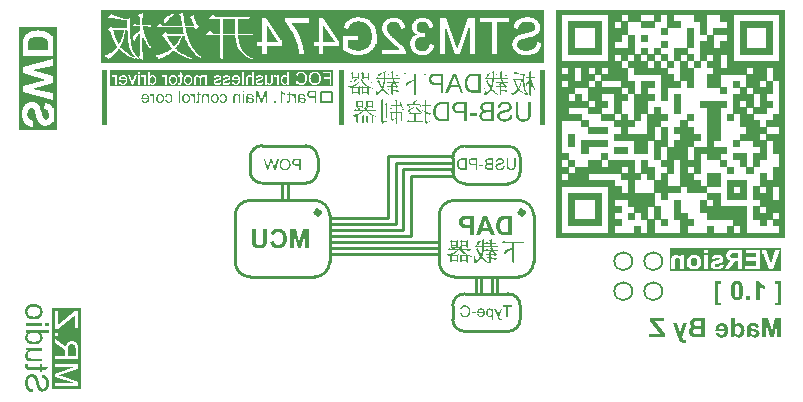
<source format=gbo>
G04*
G04 #@! TF.GenerationSoftware,Altium Limited,Altium Designer,21.1.1 (26)*
G04*
G04 Layer_Color=32896*
%FSLAX25Y25*%
%MOIN*%
G70*
G04*
G04 #@! TF.SameCoordinates,7EEBE310-2877-491A-A4CC-80A9302AE9BF*
G04*
G04*
G04 #@! TF.FilePolarity,Positive*
G04*
G01*
G75*
%ADD10C,0.02000*%
%ADD12C,0.01000*%
%ADD13C,0.00600*%
%ADD19C,0.00800*%
%ADD112C,0.00220*%
G36*
X1517839Y1219111D02*
X1517991Y1219102D01*
X1518135Y1219083D01*
X1518269Y1219065D01*
X1518389Y1219042D01*
X1518504Y1219014D01*
X1518606Y1218982D01*
X1518694Y1218954D01*
X1518777Y1218922D01*
X1518846Y1218890D01*
X1518906Y1218862D01*
X1518952Y1218839D01*
X1518989Y1218820D01*
X1519017Y1218802D01*
X1519036Y1218792D01*
X1519040Y1218788D01*
X1519123Y1218723D01*
X1519197Y1218654D01*
X1519271Y1218575D01*
X1519331Y1218497D01*
X1519391Y1218414D01*
X1519442Y1218330D01*
X1519493Y1218252D01*
X1519534Y1218169D01*
X1519567Y1218095D01*
X1519599Y1218025D01*
X1519627Y1217961D01*
X1519645Y1217905D01*
X1519664Y1217859D01*
X1519673Y1217822D01*
X1519678Y1217804D01*
X1519682Y1217795D01*
X1518569Y1217596D01*
X1518523Y1217707D01*
X1518476Y1217804D01*
X1518426Y1217882D01*
X1518379Y1217942D01*
X1518343Y1217989D01*
X1518306Y1218025D01*
X1518287Y1218044D01*
X1518278Y1218049D01*
X1518204Y1218090D01*
X1518121Y1218122D01*
X1518033Y1218146D01*
X1517950Y1218164D01*
X1517881Y1218173D01*
X1517848D01*
X1517820Y1218178D01*
X1517677D01*
X1517599Y1218173D01*
X1517525Y1218164D01*
X1517455Y1218155D01*
X1517395Y1218141D01*
X1517345Y1218132D01*
X1517294Y1218118D01*
X1517252Y1218104D01*
X1517215Y1218086D01*
X1517188Y1218072D01*
X1517160Y1218062D01*
X1517141Y1218049D01*
X1517123Y1218039D01*
X1517114Y1218030D01*
X1517104Y1218025D01*
X1517072Y1217993D01*
X1517044Y1217961D01*
X1517003Y1217882D01*
X1516970Y1217799D01*
X1516952Y1217716D01*
X1516938Y1217642D01*
X1516934Y1217610D01*
Y1217577D01*
X1516929Y1217554D01*
Y1217536D01*
Y1217527D01*
Y1217522D01*
Y1217402D01*
X1516998Y1217374D01*
X1517077Y1217346D01*
X1517165Y1217319D01*
X1517257Y1217296D01*
X1517451Y1217245D01*
X1517650Y1217194D01*
X1517742Y1217175D01*
X1517830Y1217157D01*
X1517913Y1217138D01*
X1517982Y1217125D01*
X1518038Y1217111D01*
X1518084Y1217106D01*
X1518112Y1217097D01*
X1518121D01*
X1518236Y1217074D01*
X1518347Y1217051D01*
X1518449Y1217028D01*
X1518541Y1217000D01*
X1518629Y1216977D01*
X1518707Y1216954D01*
X1518781Y1216931D01*
X1518846Y1216908D01*
X1518906Y1216889D01*
X1518957Y1216870D01*
X1518999Y1216852D01*
X1519031Y1216838D01*
X1519059Y1216829D01*
X1519082Y1216820D01*
X1519091Y1216811D01*
X1519096D01*
X1519216Y1216746D01*
X1519322Y1216667D01*
X1519410Y1216589D01*
X1519484Y1216515D01*
X1519544Y1216446D01*
X1519585Y1216390D01*
X1519604Y1216367D01*
X1519613Y1216353D01*
X1519618Y1216344D01*
X1519622Y1216339D01*
X1519682Y1216224D01*
X1519729Y1216104D01*
X1519761Y1215983D01*
X1519784Y1215877D01*
X1519793Y1215826D01*
X1519798Y1215780D01*
X1519802Y1215743D01*
Y1215706D01*
X1519807Y1215679D01*
Y1215660D01*
Y1215646D01*
Y1215642D01*
X1519802Y1215535D01*
X1519789Y1215429D01*
X1519770Y1215332D01*
X1519742Y1215240D01*
X1519710Y1215152D01*
X1519678Y1215073D01*
X1519641Y1214999D01*
X1519599Y1214930D01*
X1519562Y1214870D01*
X1519525Y1214815D01*
X1519493Y1214768D01*
X1519461Y1214732D01*
X1519433Y1214704D01*
X1519414Y1214681D01*
X1519401Y1214667D01*
X1519396Y1214662D01*
X1519317Y1214593D01*
X1519230Y1214533D01*
X1519137Y1214482D01*
X1519045Y1214436D01*
X1518952Y1214399D01*
X1518860Y1214371D01*
X1518768Y1214343D01*
X1518680Y1214325D01*
X1518592Y1214306D01*
X1518518Y1214293D01*
X1518449Y1214288D01*
X1518389Y1214279D01*
X1518338D01*
X1518301Y1214274D01*
X1518269D01*
X1518121Y1214279D01*
X1517978Y1214297D01*
X1517848Y1214320D01*
X1517788Y1214334D01*
X1517733Y1214353D01*
X1517686Y1214367D01*
X1517640Y1214380D01*
X1517603Y1214390D01*
X1517566Y1214403D01*
X1517543Y1214413D01*
X1517520Y1214422D01*
X1517511Y1214427D01*
X1517506D01*
X1517372Y1214491D01*
X1517248Y1214561D01*
X1517132Y1214639D01*
X1517035Y1214713D01*
X1516989Y1214745D01*
X1516952Y1214778D01*
X1516915Y1214810D01*
X1516887Y1214833D01*
X1516864Y1214856D01*
X1516846Y1214870D01*
X1516836Y1214879D01*
X1516832Y1214884D01*
X1516827Y1214865D01*
X1516823Y1214847D01*
X1516809Y1214801D01*
X1516800Y1214778D01*
X1516795Y1214759D01*
X1516790Y1214745D01*
Y1214741D01*
X1516767Y1214657D01*
X1516744Y1214584D01*
X1516721Y1214524D01*
X1516702Y1214473D01*
X1516689Y1214431D01*
X1516679Y1214403D01*
X1516670Y1214385D01*
Y1214380D01*
X1515460D01*
X1515515Y1214501D01*
X1515561Y1214616D01*
X1515603Y1214722D01*
X1515631Y1214815D01*
X1515654Y1214888D01*
X1515663Y1214921D01*
X1515668Y1214949D01*
X1515677Y1214972D01*
Y1214986D01*
X1515681Y1214995D01*
Y1214999D01*
X1515691Y1215059D01*
X1515700Y1215119D01*
X1515709Y1215189D01*
X1515714Y1215263D01*
X1515723Y1215411D01*
X1515728Y1215558D01*
X1515732Y1215628D01*
Y1215692D01*
X1515737Y1215748D01*
Y1215799D01*
Y1215840D01*
Y1215873D01*
Y1215896D01*
Y1215900D01*
X1515718Y1217328D01*
Y1217471D01*
X1515728Y1217605D01*
X1515732Y1217725D01*
X1515746Y1217836D01*
X1515755Y1217938D01*
X1515769Y1218025D01*
X1515788Y1218109D01*
X1515802Y1218178D01*
X1515815Y1218238D01*
X1515834Y1218289D01*
X1515848Y1218335D01*
X1515857Y1218367D01*
X1515871Y1218395D01*
X1515876Y1218414D01*
X1515885Y1218423D01*
Y1218427D01*
X1515917Y1218483D01*
X1515954Y1218534D01*
X1516042Y1218631D01*
X1516134Y1218714D01*
X1516227Y1218788D01*
X1516314Y1218843D01*
X1516351Y1218866D01*
X1516384Y1218885D01*
X1516411Y1218903D01*
X1516430Y1218913D01*
X1516444Y1218922D01*
X1516448D01*
X1516527Y1218954D01*
X1516615Y1218987D01*
X1516712Y1219014D01*
X1516809Y1219033D01*
X1517012Y1219070D01*
X1517114Y1219083D01*
X1517211Y1219093D01*
X1517303Y1219102D01*
X1517391Y1219107D01*
X1517469Y1219111D01*
X1517539D01*
X1517594Y1219116D01*
X1517673D01*
X1517839Y1219111D01*
D02*
G37*
G36*
X1526931Y1214380D02*
X1525735D01*
Y1219411D01*
X1524473Y1214380D01*
X1523230D01*
X1521965Y1219411D01*
X1521960Y1214380D01*
X1520763D01*
Y1220774D01*
X1522704D01*
X1523845Y1216409D01*
X1525000Y1220774D01*
X1526931D01*
Y1214380D01*
D02*
G37*
G36*
X1493991Y1214367D02*
X1494032Y1214228D01*
X1494083Y1214103D01*
X1494138Y1213992D01*
X1494189Y1213904D01*
X1494212Y1213863D01*
X1494235Y1213831D01*
X1494254Y1213798D01*
X1494272Y1213775D01*
X1494286Y1213757D01*
X1494296Y1213743D01*
X1494300Y1213733D01*
X1494305Y1213729D01*
X1494346Y1213683D01*
X1494388Y1213646D01*
X1494439Y1213613D01*
X1494489Y1213581D01*
X1494591Y1213535D01*
X1494693Y1213507D01*
X1494790Y1213489D01*
X1494827Y1213484D01*
X1494864Y1213479D01*
X1494891Y1213475D01*
X1494933D01*
X1495021Y1213479D01*
X1495113Y1213484D01*
X1495196Y1213493D01*
X1495280Y1213507D01*
X1495349Y1213516D01*
X1495376Y1213521D01*
X1495400Y1213526D01*
X1495423Y1213530D01*
X1495437D01*
X1495446Y1213535D01*
X1495450D01*
X1495340Y1212578D01*
X1495215Y1212551D01*
X1495090Y1212532D01*
X1494975Y1212519D01*
X1494868Y1212509D01*
X1494822Y1212505D01*
X1494744D01*
X1494711Y1212500D01*
X1494651D01*
X1494522Y1212505D01*
X1494406Y1212514D01*
X1494300Y1212523D01*
X1494203Y1212542D01*
X1494166Y1212546D01*
X1494129Y1212555D01*
X1494097Y1212560D01*
X1494074Y1212565D01*
X1494051Y1212569D01*
X1494037Y1212574D01*
X1494028Y1212578D01*
X1494023D01*
X1493921Y1212611D01*
X1493834Y1212643D01*
X1493755Y1212675D01*
X1493686Y1212712D01*
X1493630Y1212740D01*
X1493589Y1212763D01*
X1493565Y1212782D01*
X1493556Y1212786D01*
X1493487Y1212837D01*
X1493422Y1212893D01*
X1493367Y1212953D01*
X1493321Y1213008D01*
X1493279Y1213054D01*
X1493247Y1213091D01*
X1493228Y1213119D01*
X1493224Y1213128D01*
X1493168Y1213216D01*
X1493113Y1213313D01*
X1493062Y1213419D01*
X1493011Y1213516D01*
X1492974Y1213609D01*
X1492956Y1213646D01*
X1492942Y1213683D01*
X1492928Y1213710D01*
X1492923Y1213729D01*
X1492914Y1213743D01*
Y1213747D01*
X1492618Y1214551D01*
X1490983Y1219014D01*
X1492253D01*
X1493339Y1215720D01*
X1494443Y1219014D01*
X1495746D01*
X1493991Y1214367D01*
D02*
G37*
G36*
X1507467Y1219107D02*
X1507629Y1219088D01*
X1507781Y1219056D01*
X1507924Y1219014D01*
X1508058Y1218963D01*
X1508183Y1218908D01*
X1508299Y1218848D01*
X1508405Y1218788D01*
X1508497Y1218728D01*
X1508580Y1218668D01*
X1508654Y1218612D01*
X1508714Y1218561D01*
X1508761Y1218520D01*
X1508793Y1218487D01*
X1508811Y1218469D01*
X1508821Y1218460D01*
X1508927Y1218330D01*
X1509019Y1218196D01*
X1509098Y1218053D01*
X1509167Y1217905D01*
X1509227Y1217753D01*
X1509274Y1217605D01*
X1509315Y1217457D01*
X1509347Y1217314D01*
X1509371Y1217180D01*
X1509389Y1217055D01*
X1509403Y1216944D01*
X1509412Y1216847D01*
X1509417Y1216806D01*
Y1216769D01*
Y1216737D01*
X1509421Y1216709D01*
Y1216686D01*
Y1216672D01*
Y1216663D01*
Y1216658D01*
X1509417Y1216482D01*
X1509403Y1216311D01*
X1509380Y1216150D01*
X1509347Y1216002D01*
X1509315Y1215859D01*
X1509278Y1215729D01*
X1509237Y1215609D01*
X1509190Y1215498D01*
X1509149Y1215397D01*
X1509107Y1215309D01*
X1509070Y1215235D01*
X1509033Y1215175D01*
X1509006Y1215124D01*
X1508982Y1215087D01*
X1508969Y1215069D01*
X1508964Y1215059D01*
X1508848Y1214921D01*
X1508719Y1214801D01*
X1508585Y1214694D01*
X1508442Y1214607D01*
X1508294Y1214528D01*
X1508146Y1214468D01*
X1507998Y1214413D01*
X1507855Y1214371D01*
X1507717Y1214339D01*
X1507587Y1214316D01*
X1507476Y1214297D01*
X1507375Y1214288D01*
X1507329Y1214283D01*
X1507292Y1214279D01*
X1507259D01*
X1507227Y1214274D01*
X1507176D01*
X1507037Y1214279D01*
X1506903Y1214288D01*
X1506774Y1214306D01*
X1506654Y1214330D01*
X1506543Y1214353D01*
X1506437Y1214385D01*
X1506344Y1214417D01*
X1506257Y1214450D01*
X1506178Y1214482D01*
X1506104Y1214510D01*
X1506049Y1214542D01*
X1505998Y1214565D01*
X1505956Y1214588D01*
X1505929Y1214607D01*
X1505910Y1214616D01*
X1505906Y1214621D01*
X1505813Y1214690D01*
X1505725Y1214764D01*
X1505647Y1214847D01*
X1505573Y1214930D01*
X1505508Y1215013D01*
X1505443Y1215101D01*
X1505388Y1215184D01*
X1505342Y1215267D01*
X1505296Y1215341D01*
X1505259Y1215415D01*
X1505226Y1215480D01*
X1505203Y1215535D01*
X1505180Y1215582D01*
X1505166Y1215619D01*
X1505162Y1215637D01*
X1505157Y1215646D01*
X1506377Y1215849D01*
X1506418Y1215725D01*
X1506464Y1215623D01*
X1506515Y1215535D01*
X1506566Y1215466D01*
X1506608Y1215411D01*
X1506645Y1215374D01*
X1506668Y1215351D01*
X1506672Y1215341D01*
X1506677D01*
X1506756Y1215291D01*
X1506834Y1215254D01*
X1506917Y1215226D01*
X1506991Y1215207D01*
X1507061Y1215198D01*
X1507111Y1215193D01*
X1507134Y1215189D01*
X1507162D01*
X1507241Y1215193D01*
X1507315Y1215203D01*
X1507384Y1215217D01*
X1507453Y1215235D01*
X1507573Y1215286D01*
X1507629Y1215309D01*
X1507675Y1215341D01*
X1507721Y1215369D01*
X1507758Y1215392D01*
X1507795Y1215420D01*
X1507823Y1215443D01*
X1507846Y1215461D01*
X1507860Y1215475D01*
X1507869Y1215485D01*
X1507874Y1215489D01*
X1507924Y1215549D01*
X1507966Y1215614D01*
X1508003Y1215683D01*
X1508040Y1215753D01*
X1508068Y1215822D01*
X1508091Y1215891D01*
X1508123Y1216030D01*
X1508137Y1216094D01*
X1508146Y1216150D01*
X1508156Y1216205D01*
X1508160Y1216251D01*
Y1216288D01*
X1508165Y1216316D01*
Y1216335D01*
Y1216339D01*
X1505092D01*
X1505097Y1216593D01*
X1505111Y1216834D01*
X1505139Y1217055D01*
X1505171Y1217259D01*
X1505217Y1217448D01*
X1505263Y1217619D01*
X1505319Y1217776D01*
X1505374Y1217915D01*
X1505430Y1218035D01*
X1505480Y1218141D01*
X1505531Y1218229D01*
X1505577Y1218303D01*
X1505614Y1218358D01*
X1505642Y1218400D01*
X1505665Y1218423D01*
X1505670Y1218432D01*
X1505785Y1218552D01*
X1505910Y1218659D01*
X1506040Y1218751D01*
X1506174Y1218829D01*
X1506312Y1218894D01*
X1506446Y1218950D01*
X1506580Y1218996D01*
X1506705Y1219033D01*
X1506825Y1219060D01*
X1506940Y1219079D01*
X1507037Y1219097D01*
X1507125Y1219107D01*
X1507199Y1219111D01*
X1507227D01*
X1507250Y1219116D01*
X1507296D01*
X1507467Y1219107D01*
D02*
G37*
G36*
X1501600Y1214380D02*
X1499105Y1214380D01*
X1499008Y1214385D01*
X1498823D01*
X1498740Y1214390D01*
X1498661D01*
X1498518Y1214394D01*
X1498393D01*
X1498283Y1214399D01*
X1498186Y1214403D01*
X1498102Y1214408D01*
X1498038D01*
X1497982Y1214413D01*
X1497941Y1214417D01*
X1497908D01*
X1497885Y1214422D01*
X1497871D01*
X1497686Y1214450D01*
X1497599Y1214468D01*
X1497516Y1214491D01*
X1497442Y1214514D01*
X1497368Y1214542D01*
X1497303Y1214565D01*
X1497243Y1214593D01*
X1497188Y1214616D01*
X1497141Y1214644D01*
X1497100Y1214662D01*
X1497068Y1214685D01*
X1497040Y1214699D01*
X1497017Y1214713D01*
X1497007Y1214718D01*
X1497003Y1214722D01*
X1496878Y1214824D01*
X1496767Y1214930D01*
X1496675Y1215041D01*
X1496592Y1215147D01*
X1496531Y1215240D01*
X1496504Y1215281D01*
X1496485Y1215314D01*
X1496472Y1215341D01*
X1496458Y1215364D01*
X1496448Y1215378D01*
Y1215383D01*
X1496411Y1215461D01*
X1496379Y1215540D01*
X1496333Y1215692D01*
X1496296Y1215836D01*
X1496282Y1215900D01*
X1496268Y1215965D01*
X1496264Y1216020D01*
X1496254Y1216076D01*
X1496250Y1216117D01*
Y1216159D01*
X1496245Y1216191D01*
Y1216214D01*
Y1216228D01*
Y1216233D01*
X1496250Y1216335D01*
X1496259Y1216432D01*
X1496273Y1216529D01*
X1496296Y1216616D01*
X1496319Y1216704D01*
X1496342Y1216783D01*
X1496375Y1216857D01*
X1496402Y1216926D01*
X1496430Y1216986D01*
X1496458Y1217041D01*
X1496485Y1217088D01*
X1496508Y1217125D01*
X1496531Y1217157D01*
X1496545Y1217180D01*
X1496555Y1217194D01*
X1496559Y1217198D01*
X1496619Y1217272D01*
X1496689Y1217342D01*
X1496758Y1217406D01*
X1496832Y1217462D01*
X1496906Y1217513D01*
X1496980Y1217564D01*
X1497054Y1217605D01*
X1497123Y1217642D01*
X1497192Y1217674D01*
X1497257Y1217702D01*
X1497312Y1217725D01*
X1497359Y1217744D01*
X1497400Y1217758D01*
X1497428Y1217767D01*
X1497451Y1217776D01*
X1497456D01*
X1497308Y1217855D01*
X1497178Y1217942D01*
X1497068Y1218039D01*
X1497021Y1218086D01*
X1496975Y1218127D01*
X1496938Y1218173D01*
X1496901Y1218210D01*
X1496873Y1218247D01*
X1496846Y1218280D01*
X1496827Y1218303D01*
X1496813Y1218321D01*
X1496809Y1218335D01*
X1496804Y1218340D01*
X1496762Y1218409D01*
X1496721Y1218483D01*
X1496689Y1218557D01*
X1496661Y1218626D01*
X1496619Y1218765D01*
X1496592Y1218890D01*
X1496578Y1218950D01*
X1496573Y1219000D01*
X1496568Y1219046D01*
X1496564Y1219088D01*
X1496559Y1219120D01*
Y1219143D01*
Y1219157D01*
Y1219162D01*
Y1219241D01*
X1496568Y1219314D01*
X1496592Y1219453D01*
X1496624Y1219582D01*
X1496638Y1219638D01*
X1496656Y1219693D01*
X1496675Y1219740D01*
X1496693Y1219786D01*
X1496712Y1219823D01*
X1496726Y1219850D01*
X1496739Y1219878D01*
X1496749Y1219897D01*
X1496753Y1219906D01*
X1496758Y1219911D01*
X1496836Y1220031D01*
X1496915Y1220132D01*
X1496998Y1220225D01*
X1497077Y1220303D01*
X1497146Y1220363D01*
X1497197Y1220405D01*
X1497220Y1220423D01*
X1497234Y1220432D01*
X1497243Y1220442D01*
X1497248D01*
X1497363Y1220511D01*
X1497479Y1220571D01*
X1497589Y1220617D01*
X1497691Y1220654D01*
X1497742Y1220668D01*
X1497784Y1220677D01*
X1497820Y1220687D01*
X1497853Y1220696D01*
X1497881Y1220700D01*
X1497899Y1220705D01*
X1497913Y1220710D01*
X1497917D01*
X1497991Y1220719D01*
X1498070Y1220733D01*
X1498158Y1220742D01*
X1498250Y1220747D01*
X1498435Y1220761D01*
X1498620Y1220765D01*
X1498708Y1220770D01*
X1498786D01*
X1498855Y1220774D01*
X1501600Y1220774D01*
Y1214380D01*
D02*
G37*
G36*
X1487883Y1219693D02*
X1484894D01*
X1488262Y1215545D01*
Y1214380D01*
X1483069D01*
Y1215461D01*
X1486705D01*
X1483203Y1219772D01*
Y1220774D01*
X1487883D01*
Y1219693D01*
D02*
G37*
G36*
X1511496Y1218469D02*
X1511607Y1218585D01*
X1511718Y1218682D01*
X1511828Y1218769D01*
X1511944Y1218843D01*
X1512059Y1218908D01*
X1512170Y1218959D01*
X1512276Y1219000D01*
X1512383Y1219037D01*
X1512475Y1219060D01*
X1512563Y1219083D01*
X1512642Y1219097D01*
X1512711Y1219107D01*
X1512766Y1219111D01*
X1512808Y1219116D01*
X1512840D01*
X1512997Y1219111D01*
X1513145Y1219088D01*
X1513284Y1219060D01*
X1513418Y1219019D01*
X1513542Y1218973D01*
X1513658Y1218922D01*
X1513764Y1218866D01*
X1513861Y1218811D01*
X1513949Y1218751D01*
X1514023Y1218695D01*
X1514092Y1218645D01*
X1514143Y1218598D01*
X1514189Y1218557D01*
X1514217Y1218529D01*
X1514240Y1218511D01*
X1514245Y1218501D01*
X1514342Y1218381D01*
X1514425Y1218247D01*
X1514499Y1218109D01*
X1514563Y1217961D01*
X1514614Y1217813D01*
X1514660Y1217665D01*
X1514697Y1217517D01*
X1514725Y1217374D01*
X1514748Y1217240D01*
X1514767Y1217115D01*
X1514776Y1217000D01*
X1514785Y1216903D01*
X1514790Y1216861D01*
Y1216820D01*
X1514794Y1216787D01*
Y1216760D01*
Y1216737D01*
Y1216723D01*
Y1216713D01*
Y1216709D01*
X1514790Y1216501D01*
X1514771Y1216302D01*
X1514744Y1216117D01*
X1514707Y1215942D01*
X1514660Y1215785D01*
X1514614Y1215637D01*
X1514563Y1215503D01*
X1514508Y1215383D01*
X1514457Y1215272D01*
X1514406Y1215180D01*
X1514355Y1215101D01*
X1514314Y1215036D01*
X1514277Y1214986D01*
X1514249Y1214944D01*
X1514231Y1214925D01*
X1514226Y1214916D01*
X1514115Y1214805D01*
X1514004Y1214704D01*
X1513889Y1214621D01*
X1513773Y1214547D01*
X1513658Y1214482D01*
X1513542Y1214431D01*
X1513431Y1214390D01*
X1513330Y1214353D01*
X1513233Y1214330D01*
X1513140Y1214306D01*
X1513062Y1214293D01*
X1512993Y1214283D01*
X1512937Y1214279D01*
X1512896Y1214274D01*
X1512859D01*
X1512711Y1214283D01*
X1512572Y1214306D01*
X1512438Y1214334D01*
X1512323Y1214371D01*
X1512272Y1214390D01*
X1512226Y1214408D01*
X1512184Y1214422D01*
X1512147Y1214436D01*
X1512119Y1214450D01*
X1512101Y1214459D01*
X1512087Y1214468D01*
X1512082D01*
X1512008Y1214505D01*
X1511944Y1214551D01*
X1511814Y1214644D01*
X1511699Y1214741D01*
X1511597Y1214838D01*
X1511556Y1214884D01*
X1511519Y1214925D01*
X1511487Y1214962D01*
X1511459Y1214995D01*
X1511436Y1215022D01*
X1511422Y1215041D01*
X1511413Y1215055D01*
X1511408Y1215059D01*
Y1214380D01*
X1510271D01*
Y1220774D01*
X1511496D01*
Y1218469D01*
D02*
G37*
G36*
X1448100Y1305866D02*
X1300353D01*
Y1323600D01*
X1448100D01*
Y1305866D01*
D02*
G37*
G36*
X1389703Y1302625D02*
X1389694Y1302390D01*
Y1302279D01*
X1389689Y1302168D01*
X1389685Y1302066D01*
Y1301969D01*
Y1301882D01*
X1389680Y1301798D01*
Y1301729D01*
Y1301665D01*
Y1301618D01*
Y1301581D01*
Y1301558D01*
Y1301549D01*
Y1301295D01*
X1389685Y1301045D01*
X1389689Y1300930D01*
Y1300814D01*
X1389694Y1300708D01*
X1389699Y1300607D01*
X1389703Y1300514D01*
Y1300431D01*
X1389708Y1300357D01*
X1389713Y1300292D01*
Y1300241D01*
X1389717Y1300204D01*
Y1300181D01*
Y1300172D01*
X1389227Y1300417D01*
Y1300768D01*
X1387832D01*
Y1300348D01*
X1387342Y1300556D01*
X1387347Y1300593D01*
Y1300639D01*
X1387356Y1300736D01*
X1387361Y1300851D01*
X1387366Y1300976D01*
Y1301105D01*
X1387370Y1301244D01*
X1387375Y1301521D01*
Y1301651D01*
X1387379Y1301780D01*
Y1301891D01*
Y1301993D01*
Y1302039D01*
Y1302076D01*
Y1302113D01*
Y1302140D01*
Y1302163D01*
Y1302182D01*
Y1302191D01*
Y1302196D01*
X1387065Y1302404D01*
X1387624Y1302861D01*
X1387869Y1302547D01*
X1389227D01*
X1389717Y1302861D01*
X1389703Y1302625D01*
D02*
G37*
G36*
X1386284Y1302635D02*
X1386275Y1302417D01*
Y1302307D01*
X1386271Y1302205D01*
X1386266Y1302108D01*
Y1302016D01*
Y1301932D01*
X1386261Y1301854D01*
Y1301785D01*
Y1301729D01*
Y1301683D01*
Y1301646D01*
Y1301628D01*
Y1301618D01*
Y1301378D01*
X1386266Y1301147D01*
X1386271Y1301041D01*
Y1300935D01*
X1386275Y1300833D01*
X1386280Y1300741D01*
X1386284Y1300657D01*
Y1300579D01*
X1386289Y1300514D01*
X1386294Y1300454D01*
Y1300408D01*
X1386298Y1300375D01*
Y1300357D01*
Y1300348D01*
X1385809Y1300523D01*
Y1300768D01*
X1384450D01*
Y1300417D01*
X1383961Y1300593D01*
X1383965Y1300685D01*
X1383970Y1300791D01*
X1383974Y1300907D01*
X1383979Y1301036D01*
X1383984Y1301165D01*
Y1301299D01*
X1383988Y1301433D01*
Y1301563D01*
Y1301692D01*
X1383993Y1301808D01*
Y1301914D01*
Y1302011D01*
Y1302048D01*
Y1302085D01*
Y1302117D01*
Y1302145D01*
Y1302168D01*
Y1302182D01*
Y1302191D01*
Y1302196D01*
X1383716Y1302441D01*
X1384238Y1302861D01*
X1384483Y1302547D01*
X1385809D01*
X1386298Y1302861D01*
X1386284Y1302635D01*
D02*
G37*
G36*
X1402076Y1302265D02*
X1408530D01*
X1408216Y1301951D01*
X1408068Y1301988D01*
X1407924Y1302011D01*
X1407781Y1302029D01*
X1407652Y1302043D01*
X1407592Y1302048D01*
X1407541Y1302052D01*
X1407490D01*
X1407453Y1302057D01*
X1405143D01*
Y1296823D01*
Y1296776D01*
Y1296721D01*
Y1296606D01*
X1405148Y1296481D01*
Y1296342D01*
X1405153Y1296194D01*
Y1296047D01*
X1405157Y1295899D01*
X1405162Y1295755D01*
X1405166Y1295612D01*
Y1295483D01*
X1405171Y1295363D01*
X1405176Y1295257D01*
Y1295210D01*
Y1295169D01*
Y1295136D01*
X1405180Y1295104D01*
Y1295081D01*
Y1295063D01*
Y1295053D01*
Y1295049D01*
X1404584Y1295294D01*
X1404589Y1295386D01*
X1404598Y1295487D01*
X1404607Y1295691D01*
X1404612Y1295894D01*
X1404617Y1295991D01*
Y1296084D01*
Y1296171D01*
X1404621Y1296254D01*
Y1296324D01*
Y1296388D01*
Y1296439D01*
Y1296476D01*
Y1296499D01*
Y1296509D01*
Y1300066D01*
X1404483Y1299987D01*
X1404344Y1299914D01*
X1404215Y1299835D01*
X1404095Y1299761D01*
X1403974Y1299687D01*
X1403864Y1299618D01*
X1403757Y1299549D01*
X1403656Y1299479D01*
X1403563Y1299415D01*
X1403471Y1299350D01*
X1403388Y1299285D01*
X1403304Y1299225D01*
X1403231Y1299165D01*
X1403161Y1299110D01*
X1403097Y1299054D01*
X1403032Y1299003D01*
X1402926Y1298906D01*
X1402833Y1298823D01*
X1402759Y1298749D01*
X1402699Y1298685D01*
X1402653Y1298634D01*
X1402621Y1298601D01*
X1402602Y1298578D01*
X1402598Y1298569D01*
X1402533Y1298491D01*
X1402477Y1298421D01*
X1402422Y1298361D01*
X1402371Y1298306D01*
X1402330Y1298264D01*
X1402288Y1298227D01*
X1402251Y1298195D01*
X1402219Y1298172D01*
X1402196Y1298153D01*
X1402168Y1298139D01*
X1402136Y1298125D01*
X1402112Y1298116D01*
X1402108D01*
X1402080Y1298125D01*
X1402052Y1298144D01*
X1402029Y1298176D01*
X1402002Y1298213D01*
X1401983Y1298246D01*
X1401965Y1298278D01*
X1401956Y1298297D01*
X1401951Y1298306D01*
X1401923Y1298375D01*
X1401900Y1298435D01*
X1401886Y1298486D01*
X1401872Y1298528D01*
X1401868Y1298560D01*
X1401863Y1298583D01*
Y1298597D01*
Y1298601D01*
X1401868Y1298657D01*
X1401877Y1298712D01*
X1401895Y1298768D01*
X1401914Y1298823D01*
X1401969Y1298929D01*
X1402029Y1299031D01*
X1402089Y1299119D01*
X1402117Y1299156D01*
X1402145Y1299188D01*
X1402163Y1299211D01*
X1402182Y1299234D01*
X1402191Y1299244D01*
X1402196Y1299248D01*
X1402233Y1299285D01*
X1402279Y1299317D01*
X1402334Y1299359D01*
X1402394Y1299396D01*
X1402464Y1299438D01*
X1402542Y1299475D01*
X1402625Y1299516D01*
X1402713Y1299558D01*
X1402810Y1299599D01*
X1402907Y1299641D01*
X1403111Y1299724D01*
X1403318Y1299803D01*
X1403531Y1299881D01*
X1403743Y1299955D01*
X1403942Y1300024D01*
X1404035Y1300057D01*
X1404127Y1300084D01*
X1404210Y1300112D01*
X1404289Y1300140D01*
X1404362Y1300163D01*
X1404427Y1300181D01*
X1404483Y1300200D01*
X1404529Y1300214D01*
X1404570Y1300228D01*
X1404598Y1300232D01*
X1404617Y1300241D01*
X1404621D01*
Y1302057D01*
X1400819D01*
X1401549Y1302792D01*
X1402076Y1302265D01*
D02*
G37*
G36*
X1433857Y1302930D02*
X1433847Y1302718D01*
X1433843Y1302510D01*
X1433838Y1302413D01*
Y1302320D01*
Y1302237D01*
X1433834Y1302159D01*
Y1302090D01*
Y1302029D01*
Y1301983D01*
Y1301946D01*
Y1301928D01*
Y1301919D01*
X1435474D01*
X1435159Y1301604D01*
X1435012Y1301641D01*
X1434868Y1301665D01*
X1434725Y1301683D01*
X1434596Y1301697D01*
X1434540Y1301701D01*
X1434485Y1301706D01*
X1434439D01*
X1434402Y1301711D01*
X1433834D01*
Y1300805D01*
X1436065D01*
X1435751Y1300491D01*
X1435603Y1300528D01*
X1435460Y1300551D01*
X1435316Y1300570D01*
X1435187Y1300583D01*
X1435132Y1300588D01*
X1435076Y1300593D01*
X1435030D01*
X1434993Y1300597D01*
X1431251D01*
X1431237Y1300412D01*
X1431223Y1300232D01*
X1431205Y1300057D01*
X1431186Y1299886D01*
X1431163Y1299724D01*
X1431140Y1299562D01*
X1431117Y1299405D01*
X1431094Y1299253D01*
X1431071Y1299110D01*
X1431043Y1298971D01*
X1431020Y1298832D01*
X1430992Y1298703D01*
X1430964Y1298583D01*
X1430941Y1298463D01*
X1430914Y1298352D01*
X1430886Y1298241D01*
X1430863Y1298144D01*
X1430835Y1298047D01*
X1430812Y1297959D01*
X1430789Y1297876D01*
X1430766Y1297797D01*
X1430743Y1297728D01*
X1430724Y1297663D01*
X1430706Y1297604D01*
X1430687Y1297553D01*
X1430673Y1297507D01*
X1430659Y1297470D01*
X1430650Y1297437D01*
X1430641Y1297414D01*
X1430632Y1297396D01*
X1430627Y1297386D01*
Y1297382D01*
X1430789Y1297151D01*
X1430964Y1296924D01*
X1431145Y1296712D01*
X1431329Y1296504D01*
X1431514Y1296310D01*
X1431699Y1296125D01*
X1431884Y1295954D01*
X1432055Y1295797D01*
X1432221Y1295654D01*
X1432374Y1295529D01*
X1432508Y1295418D01*
X1432572Y1295372D01*
X1432628Y1295326D01*
X1432679Y1295289D01*
X1432725Y1295252D01*
X1432762Y1295224D01*
X1432799Y1295201D01*
X1432822Y1295178D01*
X1432845Y1295164D01*
X1432854Y1295160D01*
X1432859Y1295155D01*
X1432789Y1295049D01*
X1432545Y1295178D01*
X1432304Y1295321D01*
X1432073Y1295474D01*
X1431851Y1295626D01*
X1431644Y1295788D01*
X1431445Y1295945D01*
X1431260Y1296102D01*
X1431089Y1296254D01*
X1430932Y1296398D01*
X1430793Y1296532D01*
X1430733Y1296592D01*
X1430673Y1296652D01*
X1430618Y1296707D01*
X1430572Y1296758D01*
X1430530Y1296800D01*
X1430489Y1296841D01*
X1430456Y1296878D01*
X1430433Y1296906D01*
X1430410Y1296929D01*
X1430396Y1296947D01*
X1430387Y1296957D01*
X1430382Y1296961D01*
X1430295Y1296813D01*
X1430202Y1296675D01*
X1430114Y1296546D01*
X1430022Y1296425D01*
X1429930Y1296310D01*
X1429837Y1296204D01*
X1429754Y1296107D01*
X1429671Y1296019D01*
X1429592Y1295940D01*
X1429523Y1295871D01*
X1429458Y1295815D01*
X1429408Y1295765D01*
X1429361Y1295728D01*
X1429329Y1295700D01*
X1429311Y1295682D01*
X1429301Y1295677D01*
X1429186Y1295589D01*
X1429080Y1295511D01*
X1428983Y1295441D01*
X1428895Y1295381D01*
X1428811Y1295326D01*
X1428738Y1295280D01*
X1428673Y1295238D01*
X1428613Y1295206D01*
X1428562Y1295178D01*
X1428516Y1295155D01*
X1428479Y1295136D01*
X1428446Y1295123D01*
X1428423Y1295109D01*
X1428410Y1295104D01*
X1428400Y1295099D01*
X1428396D01*
X1428345Y1295086D01*
X1428299Y1295072D01*
X1428220Y1295049D01*
X1428160Y1295035D01*
X1428114Y1295021D01*
X1428082Y1295016D01*
X1428059Y1295012D01*
X1428022D01*
X1428003Y1295021D01*
X1427975Y1295039D01*
X1427961Y1295067D01*
X1427957Y1295099D01*
X1427961Y1295132D01*
X1427966Y1295160D01*
X1427971Y1295178D01*
X1427975Y1295187D01*
X1428022Y1295298D01*
X1428063Y1295418D01*
X1428091Y1295543D01*
X1428114Y1295658D01*
X1428123Y1295709D01*
X1428132Y1295760D01*
X1428137Y1295806D01*
X1428142Y1295843D01*
X1428146Y1295876D01*
X1428151Y1295899D01*
Y1295913D01*
Y1295917D01*
X1428156Y1296010D01*
X1428160Y1296107D01*
Y1296213D01*
Y1296328D01*
X1428156Y1296559D01*
X1428151Y1296675D01*
X1428146Y1296786D01*
X1428137Y1296892D01*
X1428132Y1296989D01*
X1428128Y1297081D01*
X1428123Y1297160D01*
X1428119Y1297225D01*
Y1297271D01*
X1428114Y1297289D01*
Y1297303D01*
Y1297308D01*
Y1297312D01*
X1428253Y1297349D01*
X1428567Y1295815D01*
X1428742Y1295926D01*
X1428913Y1296042D01*
X1429066Y1296162D01*
X1429214Y1296291D01*
X1429347Y1296416D01*
X1429472Y1296546D01*
X1429583Y1296670D01*
X1429685Y1296790D01*
X1429772Y1296906D01*
X1429851Y1297012D01*
X1429916Y1297104D01*
X1429971Y1297188D01*
X1430013Y1297257D01*
X1430031Y1297285D01*
X1430045Y1297308D01*
X1430054Y1297326D01*
X1430064Y1297340D01*
X1430068Y1297345D01*
Y1297349D01*
X1429939Y1297539D01*
X1429814Y1297733D01*
X1429694Y1297922D01*
X1429583Y1298107D01*
X1429477Y1298292D01*
X1429375Y1298467D01*
X1429278Y1298634D01*
X1429195Y1298795D01*
X1429116Y1298939D01*
X1429047Y1299073D01*
X1428987Y1299188D01*
X1428959Y1299239D01*
X1428936Y1299290D01*
X1428918Y1299331D01*
X1428895Y1299368D01*
X1428881Y1299401D01*
X1428867Y1299428D01*
X1428858Y1299452D01*
X1428848Y1299465D01*
X1428844Y1299475D01*
Y1299479D01*
X1428567Y1299724D01*
X1429227Y1300177D01*
X1429297Y1299950D01*
X1429375Y1299724D01*
X1429454Y1299507D01*
X1429537Y1299294D01*
X1429625Y1299091D01*
X1429712Y1298897D01*
X1429800Y1298717D01*
X1429883Y1298551D01*
X1429962Y1298394D01*
X1430036Y1298255D01*
X1430073Y1298195D01*
X1430105Y1298135D01*
X1430133Y1298079D01*
X1430161Y1298033D01*
X1430188Y1297987D01*
X1430211Y1297950D01*
X1430230Y1297918D01*
X1430244Y1297890D01*
X1430258Y1297867D01*
X1430267Y1297853D01*
X1430276Y1297844D01*
Y1297839D01*
X1430350Y1298079D01*
X1430419Y1298320D01*
X1430479Y1298560D01*
X1430535Y1298800D01*
X1430586Y1299036D01*
X1430627Y1299262D01*
X1430664Y1299484D01*
X1430696Y1299692D01*
X1430720Y1299881D01*
X1430733Y1299969D01*
X1430743Y1300057D01*
X1430752Y1300135D01*
X1430761Y1300209D01*
X1430770Y1300278D01*
X1430775Y1300343D01*
X1430780Y1300399D01*
X1430784Y1300449D01*
X1430789Y1300496D01*
X1430793Y1300533D01*
Y1300560D01*
X1430798Y1300579D01*
Y1300593D01*
Y1300597D01*
X1427938D01*
X1428604Y1301258D01*
X1429126Y1300805D01*
X1430835D01*
X1430840Y1300921D01*
X1430844Y1301050D01*
X1430849Y1301184D01*
X1430854Y1301327D01*
X1430858Y1301618D01*
X1430863Y1301762D01*
Y1301900D01*
Y1302029D01*
X1430867Y1302150D01*
Y1302260D01*
Y1302357D01*
Y1302399D01*
Y1302436D01*
Y1302468D01*
Y1302496D01*
Y1302519D01*
Y1302533D01*
Y1302542D01*
Y1302547D01*
X1430590Y1302792D01*
X1431357Y1303143D01*
X1431353Y1302963D01*
X1431343Y1302773D01*
X1431339Y1302579D01*
X1431334Y1302381D01*
X1431325Y1302182D01*
X1431320Y1301988D01*
X1431316Y1301803D01*
X1431311Y1301623D01*
X1431306Y1301452D01*
X1431302Y1301295D01*
X1431297Y1301226D01*
Y1301156D01*
Y1301096D01*
X1431293Y1301036D01*
Y1300985D01*
Y1300939D01*
Y1300902D01*
X1431288Y1300865D01*
Y1300842D01*
Y1300819D01*
Y1300810D01*
Y1300805D01*
X1433381D01*
Y1301711D01*
X1431708D01*
X1432300Y1302302D01*
X1432720Y1301919D01*
X1433381D01*
Y1302616D01*
X1433136Y1302861D01*
X1433870Y1303143D01*
X1433857Y1302930D01*
D02*
G37*
G36*
X1397626Y1302930D02*
X1397617Y1302718D01*
X1397613Y1302510D01*
X1397608Y1302413D01*
Y1302320D01*
Y1302237D01*
X1397603Y1302159D01*
Y1302090D01*
Y1302029D01*
Y1301983D01*
Y1301946D01*
Y1301928D01*
Y1301919D01*
X1399244D01*
X1398929Y1301604D01*
X1398781Y1301641D01*
X1398638Y1301665D01*
X1398495Y1301683D01*
X1398366Y1301697D01*
X1398310Y1301701D01*
X1398255Y1301706D01*
X1398209D01*
X1398172Y1301711D01*
X1397603D01*
Y1300805D01*
X1399835D01*
X1399521Y1300491D01*
X1399373Y1300528D01*
X1399230Y1300551D01*
X1399086Y1300570D01*
X1398957Y1300583D01*
X1398902Y1300588D01*
X1398846Y1300593D01*
X1398800D01*
X1398763Y1300597D01*
X1395021D01*
X1395007Y1300412D01*
X1394993Y1300232D01*
X1394975Y1300057D01*
X1394956Y1299886D01*
X1394933Y1299724D01*
X1394910Y1299562D01*
X1394887Y1299405D01*
X1394864Y1299253D01*
X1394841Y1299110D01*
X1394813Y1298971D01*
X1394790Y1298832D01*
X1394762Y1298703D01*
X1394734Y1298583D01*
X1394711Y1298463D01*
X1394684Y1298352D01*
X1394656Y1298241D01*
X1394633Y1298144D01*
X1394605Y1298047D01*
X1394582Y1297959D01*
X1394559Y1297876D01*
X1394536Y1297797D01*
X1394513Y1297728D01*
X1394494Y1297663D01*
X1394476Y1297604D01*
X1394457Y1297553D01*
X1394443Y1297507D01*
X1394429Y1297470D01*
X1394420Y1297437D01*
X1394411Y1297414D01*
X1394402Y1297396D01*
X1394397Y1297386D01*
Y1297382D01*
X1394559Y1297151D01*
X1394734Y1296924D01*
X1394915Y1296712D01*
X1395099Y1296504D01*
X1395284Y1296310D01*
X1395469Y1296125D01*
X1395654Y1295954D01*
X1395825Y1295797D01*
X1395991Y1295654D01*
X1396144Y1295529D01*
X1396278Y1295418D01*
X1396342Y1295372D01*
X1396398Y1295326D01*
X1396448Y1295289D01*
X1396495Y1295252D01*
X1396532Y1295224D01*
X1396568Y1295201D01*
X1396592Y1295178D01*
X1396615Y1295164D01*
X1396624Y1295160D01*
X1396629Y1295155D01*
X1396559Y1295049D01*
X1396314Y1295178D01*
X1396074Y1295321D01*
X1395843Y1295474D01*
X1395621Y1295626D01*
X1395413Y1295788D01*
X1395215Y1295945D01*
X1395030Y1296102D01*
X1394859Y1296254D01*
X1394702Y1296398D01*
X1394563Y1296532D01*
X1394503Y1296592D01*
X1394443Y1296652D01*
X1394388Y1296707D01*
X1394342Y1296758D01*
X1394300Y1296800D01*
X1394258Y1296841D01*
X1394226Y1296878D01*
X1394203Y1296906D01*
X1394180Y1296929D01*
X1394166Y1296947D01*
X1394157Y1296957D01*
X1394152Y1296961D01*
X1394065Y1296813D01*
X1393972Y1296675D01*
X1393884Y1296546D01*
X1393792Y1296425D01*
X1393699Y1296310D01*
X1393607Y1296204D01*
X1393524Y1296107D01*
X1393441Y1296019D01*
X1393362Y1295940D01*
X1393293Y1295871D01*
X1393228Y1295815D01*
X1393178Y1295765D01*
X1393131Y1295728D01*
X1393099Y1295700D01*
X1393080Y1295682D01*
X1393071Y1295677D01*
X1392956Y1295589D01*
X1392849Y1295511D01*
X1392752Y1295441D01*
X1392665Y1295381D01*
X1392581Y1295326D01*
X1392508Y1295280D01*
X1392443Y1295238D01*
X1392383Y1295206D01*
X1392332Y1295178D01*
X1392286Y1295155D01*
X1392249Y1295136D01*
X1392216Y1295123D01*
X1392193Y1295109D01*
X1392179Y1295104D01*
X1392170Y1295099D01*
X1392166D01*
X1392115Y1295086D01*
X1392069Y1295072D01*
X1391990Y1295049D01*
X1391930Y1295035D01*
X1391884Y1295021D01*
X1391852Y1295016D01*
X1391828Y1295012D01*
X1391792D01*
X1391773Y1295021D01*
X1391745Y1295039D01*
X1391731Y1295067D01*
X1391727Y1295099D01*
X1391731Y1295132D01*
X1391736Y1295160D01*
X1391741Y1295178D01*
X1391745Y1295187D01*
X1391792Y1295298D01*
X1391833Y1295418D01*
X1391861Y1295543D01*
X1391884Y1295658D01*
X1391893Y1295709D01*
X1391902Y1295760D01*
X1391907Y1295806D01*
X1391912Y1295843D01*
X1391916Y1295876D01*
X1391921Y1295899D01*
Y1295913D01*
Y1295917D01*
X1391925Y1296010D01*
X1391930Y1296107D01*
Y1296213D01*
Y1296328D01*
X1391925Y1296559D01*
X1391921Y1296675D01*
X1391916Y1296786D01*
X1391907Y1296892D01*
X1391902Y1296989D01*
X1391898Y1297081D01*
X1391893Y1297160D01*
X1391889Y1297225D01*
Y1297271D01*
X1391884Y1297289D01*
Y1297303D01*
Y1297308D01*
Y1297312D01*
X1392023Y1297349D01*
X1392337Y1295815D01*
X1392512Y1295926D01*
X1392683Y1296042D01*
X1392836Y1296162D01*
X1392983Y1296291D01*
X1393117Y1296416D01*
X1393242Y1296546D01*
X1393353Y1296670D01*
X1393455Y1296790D01*
X1393542Y1296906D01*
X1393621Y1297012D01*
X1393686Y1297104D01*
X1393741Y1297188D01*
X1393783Y1297257D01*
X1393801Y1297285D01*
X1393815Y1297308D01*
X1393824Y1297326D01*
X1393834Y1297340D01*
X1393838Y1297345D01*
Y1297349D01*
X1393709Y1297539D01*
X1393584Y1297733D01*
X1393464Y1297922D01*
X1393353Y1298107D01*
X1393247Y1298292D01*
X1393145Y1298467D01*
X1393048Y1298634D01*
X1392965Y1298795D01*
X1392886Y1298939D01*
X1392817Y1299073D01*
X1392757Y1299188D01*
X1392729Y1299239D01*
X1392706Y1299290D01*
X1392688Y1299331D01*
X1392665Y1299368D01*
X1392651Y1299401D01*
X1392637Y1299428D01*
X1392628Y1299452D01*
X1392618Y1299465D01*
X1392614Y1299475D01*
Y1299479D01*
X1392337Y1299724D01*
X1392997Y1300177D01*
X1393067Y1299950D01*
X1393145Y1299724D01*
X1393224Y1299507D01*
X1393307Y1299294D01*
X1393395Y1299091D01*
X1393482Y1298897D01*
X1393570Y1298717D01*
X1393653Y1298551D01*
X1393732Y1298394D01*
X1393806Y1298255D01*
X1393843Y1298195D01*
X1393875Y1298135D01*
X1393903Y1298079D01*
X1393931Y1298033D01*
X1393958Y1297987D01*
X1393981Y1297950D01*
X1394000Y1297918D01*
X1394014Y1297890D01*
X1394028Y1297867D01*
X1394037Y1297853D01*
X1394046Y1297844D01*
Y1297839D01*
X1394120Y1298079D01*
X1394189Y1298320D01*
X1394249Y1298560D01*
X1394305Y1298800D01*
X1394356Y1299036D01*
X1394397Y1299262D01*
X1394434Y1299484D01*
X1394466Y1299692D01*
X1394489Y1299881D01*
X1394503Y1299969D01*
X1394513Y1300057D01*
X1394522Y1300135D01*
X1394531Y1300209D01*
X1394540Y1300278D01*
X1394545Y1300343D01*
X1394550Y1300399D01*
X1394554Y1300449D01*
X1394559Y1300496D01*
X1394563Y1300533D01*
Y1300560D01*
X1394568Y1300579D01*
Y1300593D01*
Y1300597D01*
X1391708D01*
X1392374Y1301258D01*
X1392896Y1300805D01*
X1394605D01*
X1394610Y1300921D01*
X1394614Y1301050D01*
X1394619Y1301184D01*
X1394623Y1301327D01*
X1394628Y1301618D01*
X1394633Y1301762D01*
Y1301900D01*
Y1302029D01*
X1394637Y1302150D01*
Y1302260D01*
Y1302357D01*
Y1302399D01*
Y1302436D01*
Y1302468D01*
Y1302496D01*
Y1302519D01*
Y1302533D01*
Y1302542D01*
Y1302547D01*
X1394360Y1302792D01*
X1395127Y1303143D01*
X1395123Y1302963D01*
X1395113Y1302773D01*
X1395109Y1302579D01*
X1395104Y1302381D01*
X1395095Y1302182D01*
X1395090Y1301988D01*
X1395086Y1301803D01*
X1395081Y1301623D01*
X1395076Y1301452D01*
X1395072Y1301295D01*
X1395067Y1301225D01*
Y1301156D01*
Y1301096D01*
X1395062Y1301036D01*
Y1300985D01*
Y1300939D01*
Y1300902D01*
X1395058Y1300865D01*
Y1300842D01*
Y1300819D01*
Y1300810D01*
Y1300805D01*
X1397151D01*
Y1301711D01*
X1395478D01*
X1396070Y1302302D01*
X1396490Y1301919D01*
X1397151D01*
Y1302616D01*
X1396906Y1302861D01*
X1397640Y1303143D01*
X1397626Y1302930D01*
D02*
G37*
G36*
X1430239Y1302547D02*
X1430128Y1302431D01*
X1430027Y1302325D01*
X1429934Y1302219D01*
X1429851Y1302122D01*
X1429777Y1302034D01*
X1429712Y1301951D01*
X1429657Y1301872D01*
X1429606Y1301808D01*
X1429565Y1301743D01*
X1429528Y1301688D01*
X1429500Y1301641D01*
X1429477Y1301604D01*
X1429458Y1301577D01*
X1429449Y1301554D01*
X1429440Y1301540D01*
Y1301535D01*
X1429412Y1301484D01*
X1429389Y1301443D01*
X1429366Y1301406D01*
X1429343Y1301373D01*
X1429320Y1301350D01*
X1429301Y1301327D01*
X1429264Y1301295D01*
X1429237Y1301272D01*
X1429214Y1301262D01*
X1429200Y1301258D01*
X1429195D01*
X1429177Y1301262D01*
X1429158Y1301272D01*
X1429135Y1301290D01*
X1429112Y1301309D01*
X1429089Y1301327D01*
X1429075Y1301346D01*
X1429061Y1301355D01*
X1429056Y1301359D01*
X1429019Y1301406D01*
X1428992Y1301461D01*
X1428964Y1301521D01*
X1428946Y1301581D01*
X1428932Y1301637D01*
X1428922Y1301683D01*
Y1301701D01*
X1428918Y1301715D01*
Y1301720D01*
Y1301725D01*
X1428913Y1301775D01*
X1428918Y1301822D01*
X1428927Y1301863D01*
X1428941Y1301905D01*
X1428983Y1301983D01*
X1429033Y1302048D01*
X1429084Y1302103D01*
X1429130Y1302145D01*
X1429149Y1302159D01*
X1429163Y1302168D01*
X1429172Y1302177D01*
X1429177D01*
X1429237Y1302214D01*
X1429306Y1302256D01*
X1429380Y1302293D01*
X1429458Y1302334D01*
X1429620Y1302413D01*
X1429782Y1302487D01*
X1429860Y1302524D01*
X1429934Y1302556D01*
X1429999Y1302584D01*
X1430054Y1302607D01*
X1430105Y1302625D01*
X1430138Y1302639D01*
X1430161Y1302649D01*
X1430170Y1302653D01*
X1430239Y1302547D01*
D02*
G37*
G36*
X1394009Y1302547D02*
X1393898Y1302431D01*
X1393797Y1302325D01*
X1393704Y1302219D01*
X1393621Y1302122D01*
X1393547Y1302034D01*
X1393482Y1301951D01*
X1393427Y1301872D01*
X1393376Y1301808D01*
X1393334Y1301743D01*
X1393298Y1301688D01*
X1393270Y1301641D01*
X1393247Y1301604D01*
X1393228Y1301577D01*
X1393219Y1301554D01*
X1393210Y1301540D01*
Y1301535D01*
X1393182Y1301484D01*
X1393159Y1301443D01*
X1393136Y1301406D01*
X1393113Y1301373D01*
X1393090Y1301350D01*
X1393071Y1301327D01*
X1393034Y1301295D01*
X1393007Y1301272D01*
X1392983Y1301262D01*
X1392970Y1301258D01*
X1392965D01*
X1392947Y1301262D01*
X1392928Y1301272D01*
X1392905Y1301290D01*
X1392882Y1301309D01*
X1392859Y1301327D01*
X1392845Y1301346D01*
X1392831Y1301355D01*
X1392826Y1301359D01*
X1392789Y1301406D01*
X1392762Y1301461D01*
X1392734Y1301521D01*
X1392715Y1301581D01*
X1392702Y1301637D01*
X1392692Y1301683D01*
Y1301701D01*
X1392688Y1301715D01*
Y1301720D01*
Y1301725D01*
X1392683Y1301775D01*
X1392688Y1301822D01*
X1392697Y1301863D01*
X1392711Y1301905D01*
X1392752Y1301983D01*
X1392803Y1302048D01*
X1392854Y1302103D01*
X1392900Y1302145D01*
X1392919Y1302159D01*
X1392933Y1302168D01*
X1392942Y1302177D01*
X1392947D01*
X1393007Y1302214D01*
X1393076Y1302256D01*
X1393150Y1302293D01*
X1393228Y1302334D01*
X1393390Y1302413D01*
X1393552Y1302487D01*
X1393630Y1302524D01*
X1393704Y1302556D01*
X1393769Y1302584D01*
X1393824Y1302607D01*
X1393875Y1302625D01*
X1393907Y1302639D01*
X1393931Y1302649D01*
X1393940Y1302653D01*
X1394009Y1302547D01*
D02*
G37*
G36*
X1443600Y1302981D02*
X1443596Y1302810D01*
X1443591Y1302639D01*
X1443586Y1302459D01*
X1443582Y1302283D01*
Y1302108D01*
X1443577Y1301942D01*
Y1301780D01*
Y1301628D01*
X1443572Y1301489D01*
Y1301364D01*
Y1301309D01*
Y1301253D01*
Y1301207D01*
Y1301165D01*
Y1301133D01*
Y1301101D01*
Y1301078D01*
Y1301059D01*
Y1301050D01*
Y1301045D01*
X1445000D01*
X1444723Y1300764D01*
X1444446Y1300838D01*
X1443642D01*
X1443725Y1300436D01*
X1443822Y1300052D01*
X1443923Y1299678D01*
X1443974Y1299498D01*
X1444030Y1299322D01*
X1444085Y1299151D01*
X1444141Y1298985D01*
X1444201Y1298828D01*
X1444256Y1298671D01*
X1444312Y1298523D01*
X1444367Y1298375D01*
X1444423Y1298236D01*
X1444478Y1298107D01*
X1444533Y1297978D01*
X1444584Y1297862D01*
X1444635Y1297747D01*
X1444681Y1297640D01*
X1444727Y1297543D01*
X1444769Y1297451D01*
X1444811Y1297368D01*
X1444847Y1297294D01*
X1444880Y1297225D01*
X1444912Y1297169D01*
X1444935Y1297118D01*
X1444958Y1297077D01*
X1444977Y1297040D01*
X1444991Y1297017D01*
X1444995Y1297003D01*
X1445000Y1296998D01*
X1444898Y1296929D01*
X1444746Y1297123D01*
X1444603Y1297322D01*
X1444464Y1297525D01*
X1444339Y1297733D01*
X1444219Y1297936D01*
X1444113Y1298135D01*
X1444011Y1298329D01*
X1443923Y1298514D01*
X1443840Y1298685D01*
X1443771Y1298842D01*
X1443739Y1298916D01*
X1443711Y1298980D01*
X1443683Y1299045D01*
X1443660Y1299100D01*
X1443642Y1299156D01*
X1443623Y1299202D01*
X1443609Y1299239D01*
X1443596Y1299276D01*
X1443586Y1299299D01*
X1443577Y1299322D01*
X1443572Y1299331D01*
Y1299073D01*
Y1298818D01*
Y1298574D01*
Y1298333D01*
Y1298102D01*
X1443577Y1297881D01*
Y1297663D01*
Y1297456D01*
Y1297257D01*
X1443582Y1297063D01*
Y1296878D01*
Y1296703D01*
Y1296536D01*
X1443586Y1296375D01*
Y1296222D01*
Y1296079D01*
X1443591Y1295945D01*
Y1295815D01*
Y1295695D01*
X1443596Y1295589D01*
Y1295487D01*
Y1295391D01*
X1443600Y1295307D01*
Y1295233D01*
Y1295164D01*
Y1295104D01*
X1443605Y1295058D01*
Y1295016D01*
Y1294984D01*
Y1294961D01*
Y1294947D01*
Y1294942D01*
X1443050Y1295187D01*
X1443055Y1295266D01*
Y1295358D01*
X1443060Y1295469D01*
Y1295594D01*
X1443064Y1295728D01*
Y1295876D01*
X1443069Y1296037D01*
Y1296204D01*
Y1296379D01*
X1443073Y1296564D01*
Y1296749D01*
Y1296943D01*
X1443078Y1297336D01*
Y1297728D01*
Y1297922D01*
Y1298112D01*
X1443083Y1298297D01*
Y1298477D01*
Y1298652D01*
Y1298814D01*
Y1298971D01*
Y1299114D01*
Y1299244D01*
Y1299364D01*
Y1299465D01*
Y1299553D01*
Y1299590D01*
Y1299627D01*
Y1299655D01*
Y1299678D01*
Y1299696D01*
Y1299710D01*
Y1299715D01*
Y1299719D01*
X1442990Y1299609D01*
X1442902Y1299502D01*
X1442819Y1299396D01*
X1442750Y1299294D01*
X1442681Y1299197D01*
X1442621Y1299105D01*
X1442570Y1299017D01*
X1442524Y1298939D01*
X1442482Y1298865D01*
X1442445Y1298800D01*
X1442417Y1298740D01*
X1442394Y1298694D01*
X1442376Y1298652D01*
X1442362Y1298625D01*
X1442357Y1298606D01*
X1442353Y1298601D01*
X1442334Y1298541D01*
X1442311Y1298486D01*
X1442293Y1298440D01*
X1442274Y1298403D01*
X1442256Y1298366D01*
X1442237Y1298338D01*
X1442223Y1298315D01*
X1442205Y1298297D01*
X1442177Y1298273D01*
X1442159Y1298260D01*
X1442145Y1298255D01*
X1442140D01*
X1442136Y1298260D01*
X1442126Y1298264D01*
X1442108Y1298287D01*
X1442089Y1298320D01*
X1442066Y1298361D01*
X1442048Y1298398D01*
X1442034Y1298431D01*
X1442025Y1298454D01*
X1442020Y1298463D01*
X1441992Y1298541D01*
X1441969Y1298611D01*
X1441955Y1298675D01*
X1441942Y1298731D01*
X1441937Y1298782D01*
X1441932Y1298814D01*
Y1298837D01*
Y1298846D01*
X1441942Y1298925D01*
X1441960Y1298999D01*
X1441988Y1299068D01*
X1442020Y1299133D01*
X1442052Y1299183D01*
X1442080Y1299225D01*
X1442099Y1299253D01*
X1442108Y1299262D01*
X1442145Y1299304D01*
X1442200Y1299350D01*
X1442260Y1299401D01*
X1442334Y1299456D01*
X1442408Y1299512D01*
X1442491Y1299567D01*
X1442658Y1299673D01*
X1442741Y1299724D01*
X1442819Y1299775D01*
X1442889Y1299817D01*
X1442953Y1299853D01*
X1443009Y1299886D01*
X1443046Y1299909D01*
X1443073Y1299923D01*
X1443078Y1299927D01*
X1443083D01*
Y1300838D01*
X1441687D01*
X1442279Y1301429D01*
X1442667Y1301045D01*
X1443083D01*
Y1302478D01*
X1442805Y1302722D01*
X1443605Y1303143D01*
X1443600Y1302981D01*
D02*
G37*
G36*
X1438264Y1302921D02*
X1438398Y1302847D01*
X1438532Y1302783D01*
X1438652Y1302722D01*
X1438708Y1302695D01*
X1438758Y1302672D01*
X1438805Y1302649D01*
X1438842Y1302630D01*
X1438874Y1302616D01*
X1438897Y1302607D01*
X1438911Y1302602D01*
X1438916Y1302598D01*
X1438962Y1302579D01*
X1439008Y1302561D01*
X1439068Y1302538D01*
X1439128Y1302519D01*
X1439193Y1302496D01*
X1439267Y1302473D01*
X1439419Y1302422D01*
X1439581Y1302371D01*
X1439752Y1302320D01*
X1439927Y1302270D01*
X1440098Y1302223D01*
X1440269Y1302173D01*
X1440426Y1302131D01*
X1440569Y1302090D01*
X1440639Y1302071D01*
X1440699Y1302057D01*
X1440754Y1302043D01*
X1440805Y1302029D01*
X1440851Y1302016D01*
X1440888Y1302006D01*
X1440916Y1301997D01*
X1440939Y1301993D01*
X1440953Y1301988D01*
X1440958D01*
X1441480Y1302270D01*
X1441475Y1302029D01*
X1441466Y1301789D01*
X1441461Y1301554D01*
X1441457Y1301327D01*
Y1301110D01*
X1441452Y1300902D01*
X1441447Y1300704D01*
Y1300519D01*
Y1300348D01*
Y1300274D01*
X1441443Y1300200D01*
Y1300131D01*
Y1300066D01*
Y1300006D01*
Y1299950D01*
Y1299904D01*
Y1299863D01*
Y1299826D01*
Y1299793D01*
Y1299770D01*
Y1299752D01*
Y1299743D01*
Y1299738D01*
X1441447Y1299507D01*
X1441452Y1299280D01*
X1441466Y1299054D01*
X1441480Y1298842D01*
X1441498Y1298629D01*
X1441521Y1298431D01*
X1441544Y1298246D01*
X1441563Y1298070D01*
X1441586Y1297908D01*
X1441609Y1297765D01*
X1441618Y1297701D01*
X1441632Y1297640D01*
X1441641Y1297585D01*
X1441650Y1297534D01*
X1441655Y1297488D01*
X1441664Y1297446D01*
X1441669Y1297414D01*
X1441678Y1297382D01*
X1441683Y1297363D01*
Y1297345D01*
X1441687Y1297336D01*
Y1297331D01*
X1441743Y1297114D01*
X1441812Y1296901D01*
X1441895Y1296698D01*
X1441988Y1296499D01*
X1442089Y1296310D01*
X1442191Y1296130D01*
X1442302Y1295959D01*
X1442408Y1295806D01*
X1442510Y1295663D01*
X1442612Y1295534D01*
X1442704Y1295423D01*
X1442745Y1295377D01*
X1442782Y1295330D01*
X1442819Y1295289D01*
X1442847Y1295257D01*
X1442875Y1295224D01*
X1442898Y1295201D01*
X1442921Y1295183D01*
X1442930Y1295169D01*
X1442939Y1295160D01*
X1442944Y1295155D01*
X1442838Y1295049D01*
X1442662Y1295192D01*
X1442501Y1295335D01*
X1442353Y1295478D01*
X1442219Y1295617D01*
X1442099Y1295751D01*
X1441992Y1295880D01*
X1441895Y1296005D01*
X1441812Y1296120D01*
X1441738Y1296227D01*
X1441678Y1296324D01*
X1441627Y1296407D01*
X1441586Y1296476D01*
X1441553Y1296536D01*
X1441535Y1296578D01*
X1441521Y1296606D01*
X1441516Y1296615D01*
X1441452Y1296767D01*
X1441396Y1296924D01*
X1441346Y1297077D01*
X1441299Y1297234D01*
X1441258Y1297382D01*
X1441221Y1297530D01*
X1441189Y1297673D01*
X1441156Y1297807D01*
X1441133Y1297931D01*
X1441115Y1298042D01*
X1441096Y1298144D01*
X1441087Y1298227D01*
X1441073Y1298297D01*
Y1298329D01*
X1441068Y1298352D01*
Y1298370D01*
X1441064Y1298384D01*
Y1298389D01*
Y1298394D01*
X1441045Y1298574D01*
X1441027Y1298754D01*
X1441013Y1298929D01*
X1441004Y1299096D01*
X1440990Y1299257D01*
X1440985Y1299410D01*
X1440976Y1299553D01*
X1440971Y1299687D01*
X1440967Y1299807D01*
X1440962Y1299918D01*
Y1300015D01*
X1440958Y1300094D01*
Y1300158D01*
Y1300204D01*
Y1300223D01*
Y1300237D01*
Y1300241D01*
Y1300246D01*
X1440569D01*
X1440523Y1299932D01*
X1440472Y1299627D01*
X1440412Y1299331D01*
X1440348Y1299054D01*
X1440274Y1298791D01*
X1440204Y1298541D01*
X1440168Y1298426D01*
X1440131Y1298315D01*
X1440094Y1298204D01*
X1440057Y1298102D01*
X1440020Y1298005D01*
X1439987Y1297913D01*
X1439955Y1297825D01*
X1439923Y1297742D01*
X1439890Y1297663D01*
X1439863Y1297594D01*
X1439835Y1297530D01*
X1439807Y1297470D01*
X1439784Y1297419D01*
X1439761Y1297373D01*
X1439747Y1297336D01*
X1439729Y1297303D01*
X1439719Y1297276D01*
X1439710Y1297257D01*
X1439701Y1297248D01*
Y1297243D01*
X1439890Y1297021D01*
X1440094Y1296809D01*
X1440306Y1296606D01*
X1440528Y1296416D01*
X1440750Y1296241D01*
X1440967Y1296079D01*
X1441184Y1295926D01*
X1441392Y1295792D01*
X1441590Y1295672D01*
X1441771Y1295561D01*
X1441854Y1295515D01*
X1441932Y1295474D01*
X1442006Y1295432D01*
X1442076Y1295395D01*
X1442136Y1295363D01*
X1442191Y1295335D01*
X1442237Y1295312D01*
X1442279Y1295294D01*
X1442311Y1295275D01*
X1442334Y1295266D01*
X1442348Y1295261D01*
X1442353Y1295257D01*
X1442279Y1295155D01*
X1441969Y1295261D01*
X1441678Y1295381D01*
X1441396Y1295511D01*
X1441133Y1295645D01*
X1440884Y1295788D01*
X1440653Y1295936D01*
X1440542Y1296005D01*
X1440435Y1296079D01*
X1440334Y1296148D01*
X1440241Y1296218D01*
X1440149Y1296287D01*
X1440066Y1296356D01*
X1439983Y1296421D01*
X1439909Y1296481D01*
X1439839Y1296541D01*
X1439775Y1296596D01*
X1439715Y1296647D01*
X1439664Y1296693D01*
X1439613Y1296739D01*
X1439571Y1296776D01*
X1439539Y1296809D01*
X1439507Y1296841D01*
X1439484Y1296860D01*
X1439470Y1296878D01*
X1439461Y1296887D01*
X1439456Y1296892D01*
X1439373Y1296772D01*
X1439290Y1296661D01*
X1439128Y1296449D01*
X1438962Y1296250D01*
X1438800Y1296074D01*
X1438638Y1295913D01*
X1438486Y1295765D01*
X1438343Y1295635D01*
X1438204Y1295525D01*
X1438079Y1295423D01*
X1437964Y1295340D01*
X1437862Y1295270D01*
X1437774Y1295215D01*
X1437705Y1295173D01*
X1437677Y1295155D01*
X1437650Y1295141D01*
X1437631Y1295132D01*
X1437617Y1295123D01*
X1437613Y1295118D01*
X1437608D01*
X1437580Y1295187D01*
X1437548Y1295247D01*
X1437502Y1295298D01*
X1437446Y1295344D01*
X1437391Y1295386D01*
X1437331Y1295418D01*
X1437266Y1295451D01*
X1437201Y1295474D01*
X1437077Y1295506D01*
X1437021Y1295520D01*
X1436975Y1295525D01*
X1436934Y1295534D01*
X1436901Y1295538D01*
X1436873D01*
Y1295677D01*
X1436998Y1295709D01*
X1437118Y1295746D01*
X1437238Y1295788D01*
X1437354Y1295834D01*
X1437580Y1295936D01*
X1437793Y1296051D01*
X1437996Y1296176D01*
X1438186Y1296310D01*
X1438361Y1296444D01*
X1438523Y1296578D01*
X1438666Y1296707D01*
X1438795Y1296827D01*
X1438906Y1296943D01*
X1438957Y1296994D01*
X1439003Y1297040D01*
X1439040Y1297086D01*
X1439077Y1297123D01*
X1439105Y1297160D01*
X1439128Y1297188D01*
X1439151Y1297211D01*
X1439165Y1297229D01*
X1439170Y1297239D01*
X1439174Y1297243D01*
X1439114Y1297331D01*
X1439049Y1297423D01*
X1438989Y1297520D01*
X1438929Y1297627D01*
X1438814Y1297839D01*
X1438698Y1298065D01*
X1438592Y1298301D01*
X1438486Y1298537D01*
X1438389Y1298768D01*
X1438301Y1298999D01*
X1438218Y1299211D01*
X1438181Y1299317D01*
X1438144Y1299415D01*
X1438112Y1299507D01*
X1438079Y1299599D01*
X1438052Y1299678D01*
X1438024Y1299756D01*
X1438001Y1299826D01*
X1437982Y1299886D01*
X1437964Y1299941D01*
X1437950Y1299987D01*
X1437936Y1300024D01*
X1437927Y1300047D01*
X1437922Y1300066D01*
Y1300071D01*
X1437571Y1300278D01*
X1438093Y1300801D01*
X1438444Y1300454D01*
X1440958D01*
Y1301812D01*
X1440814Y1301835D01*
X1440671Y1301859D01*
X1440537Y1301877D01*
X1440408Y1301900D01*
X1440283Y1301919D01*
X1440163Y1301937D01*
X1440052Y1301960D01*
X1439941Y1301979D01*
X1439835Y1301993D01*
X1439733Y1302011D01*
X1439641Y1302029D01*
X1439548Y1302043D01*
X1439465Y1302057D01*
X1439382Y1302071D01*
X1439308Y1302085D01*
X1439234Y1302099D01*
X1439105Y1302122D01*
X1438994Y1302140D01*
X1438897Y1302159D01*
X1438823Y1302173D01*
X1438763Y1302186D01*
X1438721Y1302196D01*
X1438698Y1302200D01*
X1438689D01*
X1438569Y1302223D01*
X1438453Y1302247D01*
X1438343Y1302265D01*
X1438241Y1302279D01*
X1438144Y1302293D01*
X1438056Y1302307D01*
X1437973Y1302316D01*
X1437899Y1302320D01*
X1437834Y1302330D01*
X1437774D01*
X1437724Y1302334D01*
X1437682Y1302339D01*
X1437608D01*
X1438130Y1303000D01*
X1438264Y1302921D01*
D02*
G37*
G36*
X1387296Y1300436D02*
X1387393Y1300251D01*
X1387444Y1300163D01*
X1387490Y1300080D01*
X1387532Y1300001D01*
X1387573Y1299927D01*
X1387615Y1299863D01*
X1387652Y1299803D01*
X1387684Y1299747D01*
X1387712Y1299701D01*
X1387731Y1299669D01*
X1387749Y1299641D01*
X1387758Y1299622D01*
X1387763Y1299618D01*
X1390692D01*
X1390378Y1299304D01*
X1390230Y1299341D01*
X1390087Y1299364D01*
X1389944Y1299382D01*
X1389814Y1299396D01*
X1389759Y1299401D01*
X1389703Y1299405D01*
X1389657D01*
X1389620Y1299410D01*
X1387869D01*
X1387989Y1299276D01*
X1388105Y1299147D01*
X1388225Y1299026D01*
X1388345Y1298911D01*
X1388460Y1298805D01*
X1388571Y1298708D01*
X1388682Y1298615D01*
X1388784Y1298532D01*
X1388876Y1298458D01*
X1388964Y1298394D01*
X1389038Y1298338D01*
X1389103Y1298287D01*
X1389153Y1298250D01*
X1389195Y1298227D01*
X1389218Y1298209D01*
X1389227Y1298204D01*
X1389366Y1298116D01*
X1389514Y1298033D01*
X1389805Y1297876D01*
X1389948Y1297807D01*
X1390091Y1297737D01*
X1390225Y1297677D01*
X1390359Y1297617D01*
X1390479Y1297567D01*
X1390590Y1297520D01*
X1390687Y1297483D01*
X1390775Y1297446D01*
X1390840Y1297423D01*
X1390872Y1297409D01*
X1390895Y1297400D01*
X1390914Y1297396D01*
X1390928Y1297391D01*
X1390932Y1297386D01*
X1390937D01*
X1390900Y1297280D01*
X1390664Y1297336D01*
X1390429Y1297400D01*
X1390318Y1297433D01*
X1390207Y1297460D01*
X1390105Y1297493D01*
X1390003Y1297525D01*
X1389916Y1297553D01*
X1389833Y1297580D01*
X1389759Y1297604D01*
X1389699Y1297622D01*
X1389648Y1297640D01*
X1389611Y1297654D01*
X1389588Y1297659D01*
X1389579Y1297663D01*
Y1297576D01*
Y1297483D01*
Y1297299D01*
Y1297109D01*
Y1297021D01*
Y1296934D01*
Y1296855D01*
Y1296781D01*
Y1296712D01*
Y1296656D01*
Y1296610D01*
Y1296573D01*
Y1296555D01*
Y1296546D01*
Y1296301D01*
X1389583Y1296185D01*
Y1296074D01*
X1389588Y1295963D01*
Y1295862D01*
X1389592Y1295765D01*
Y1295672D01*
X1389597Y1295594D01*
X1389602Y1295520D01*
Y1295455D01*
X1389606Y1295400D01*
Y1295358D01*
X1389611Y1295326D01*
Y1295303D01*
Y1295298D01*
X1389121Y1295469D01*
Y1295922D01*
X1387763D01*
Y1295400D01*
X1387273Y1295575D01*
X1387278Y1295621D01*
Y1295672D01*
X1387282Y1295728D01*
X1387287Y1295788D01*
X1387292Y1295917D01*
X1387296Y1296065D01*
Y1296218D01*
X1387301Y1296379D01*
X1387305Y1296541D01*
Y1296698D01*
Y1296855D01*
X1387310Y1297003D01*
Y1297137D01*
Y1297197D01*
Y1297252D01*
Y1297303D01*
Y1297349D01*
Y1297391D01*
Y1297423D01*
Y1297451D01*
Y1297470D01*
Y1297483D01*
Y1297488D01*
X1387065Y1297696D01*
X1387587Y1298116D01*
X1387832Y1297802D01*
X1389297D01*
X1389098Y1297908D01*
X1388899Y1298019D01*
X1388710Y1298144D01*
X1388530Y1298273D01*
X1388359Y1298407D01*
X1388192Y1298541D01*
X1388040Y1298675D01*
X1387897Y1298800D01*
X1387767Y1298925D01*
X1387652Y1299040D01*
X1387555Y1299142D01*
X1387467Y1299234D01*
X1387403Y1299308D01*
X1387375Y1299336D01*
X1387352Y1299364D01*
X1387333Y1299382D01*
X1387319Y1299396D01*
X1387315Y1299405D01*
X1387310Y1299410D01*
X1386261D01*
X1386146Y1299248D01*
X1386016Y1299091D01*
X1385878Y1298943D01*
X1385735Y1298800D01*
X1385587Y1298666D01*
X1385439Y1298541D01*
X1385291Y1298421D01*
X1385148Y1298315D01*
X1385014Y1298213D01*
X1384889Y1298130D01*
X1384774Y1298052D01*
X1384677Y1297987D01*
X1384635Y1297964D01*
X1384598Y1297941D01*
X1384561Y1297918D01*
X1384533Y1297904D01*
X1384510Y1297890D01*
X1384496Y1297881D01*
X1384487Y1297871D01*
X1384483D01*
X1384552Y1297802D01*
X1386016D01*
X1386506Y1298047D01*
X1386492Y1297797D01*
X1386483Y1297553D01*
Y1297433D01*
X1386479Y1297317D01*
X1386474Y1297211D01*
Y1297109D01*
Y1297012D01*
X1386469Y1296929D01*
Y1296850D01*
Y1296790D01*
Y1296735D01*
Y1296698D01*
Y1296675D01*
Y1296666D01*
Y1296398D01*
X1386474Y1296139D01*
X1386479Y1296014D01*
Y1295899D01*
X1386483Y1295783D01*
X1386488Y1295677D01*
X1386492Y1295580D01*
Y1295492D01*
X1386497Y1295414D01*
X1386502Y1295349D01*
Y1295298D01*
X1386506Y1295257D01*
Y1295233D01*
Y1295224D01*
X1386016Y1295400D01*
Y1295922D01*
X1384450D01*
Y1295367D01*
X1383924Y1295575D01*
X1383928Y1295626D01*
Y1295682D01*
X1383933Y1295746D01*
X1383937Y1295811D01*
X1383942Y1295949D01*
X1383947Y1296102D01*
Y1296264D01*
X1383951Y1296430D01*
X1383956Y1296596D01*
Y1296763D01*
Y1296920D01*
X1383961Y1297068D01*
Y1297202D01*
Y1297262D01*
Y1297322D01*
Y1297373D01*
Y1297419D01*
Y1297460D01*
Y1297493D01*
Y1297520D01*
Y1297539D01*
Y1297553D01*
Y1297557D01*
X1383924Y1297594D01*
X1383401Y1297419D01*
X1383378Y1297493D01*
X1383342Y1297562D01*
X1383300Y1297622D01*
X1383254Y1297673D01*
X1383203Y1297719D01*
X1383147Y1297760D01*
X1383087Y1297793D01*
X1383032Y1297821D01*
X1382977Y1297844D01*
X1382921Y1297862D01*
X1382875Y1297881D01*
X1382829Y1297890D01*
X1382792Y1297899D01*
X1382764Y1297904D01*
X1382745Y1297908D01*
X1382741D01*
Y1298047D01*
X1382953Y1298056D01*
X1383152Y1298075D01*
X1383346Y1298098D01*
X1383526Y1298130D01*
X1383697Y1298162D01*
X1383859Y1298195D01*
X1384007Y1298232D01*
X1384141Y1298273D01*
X1384261Y1298310D01*
X1384367Y1298343D01*
X1384459Y1298380D01*
X1384538Y1298407D01*
X1384598Y1298431D01*
X1384640Y1298449D01*
X1384667Y1298463D01*
X1384677Y1298467D01*
X1384820Y1298541D01*
X1384963Y1298620D01*
X1385097Y1298698D01*
X1385222Y1298777D01*
X1385342Y1298855D01*
X1385457Y1298934D01*
X1385564Y1299008D01*
X1385661Y1299082D01*
X1385748Y1299151D01*
X1385827Y1299211D01*
X1385892Y1299267D01*
X1385947Y1299317D01*
X1385993Y1299354D01*
X1386026Y1299387D01*
X1386044Y1299405D01*
X1386053Y1299410D01*
X1382912D01*
X1383609Y1300107D01*
X1384099Y1299618D01*
X1384797D01*
X1384737Y1299696D01*
X1384695Y1299766D01*
X1384663Y1299830D01*
X1384644Y1299886D01*
X1384630Y1299937D01*
X1384626Y1299969D01*
X1384621Y1299992D01*
Y1300001D01*
X1384630Y1300043D01*
X1384649Y1300084D01*
X1384677Y1300126D01*
X1384709Y1300163D01*
X1384741Y1300195D01*
X1384769Y1300223D01*
X1384787Y1300241D01*
X1384797Y1300246D01*
X1384834Y1300274D01*
X1384885Y1300301D01*
X1384940Y1300325D01*
X1385000Y1300352D01*
X1385069Y1300380D01*
X1385139Y1300408D01*
X1385282Y1300454D01*
X1385351Y1300477D01*
X1385416Y1300496D01*
X1385476Y1300514D01*
X1385527Y1300533D01*
X1385573Y1300542D01*
X1385605Y1300551D01*
X1385624Y1300560D01*
X1385633D01*
X1385702Y1300454D01*
X1385610Y1300389D01*
X1385522Y1300320D01*
X1385444Y1300246D01*
X1385374Y1300177D01*
X1385310Y1300107D01*
X1385254Y1300038D01*
X1385203Y1299969D01*
X1385157Y1299904D01*
X1385120Y1299844D01*
X1385088Y1299793D01*
X1385060Y1299743D01*
X1385042Y1299701D01*
X1385023Y1299664D01*
X1385014Y1299641D01*
X1385005Y1299622D01*
Y1299618D01*
X1387204D01*
X1387144Y1299692D01*
X1387084Y1299761D01*
X1387028Y1299826D01*
X1386968Y1299881D01*
X1386913Y1299932D01*
X1386857Y1299978D01*
X1386806Y1300020D01*
X1386756Y1300052D01*
X1386709Y1300084D01*
X1386668Y1300107D01*
X1386631Y1300131D01*
X1386603Y1300149D01*
X1386576Y1300163D01*
X1386557Y1300172D01*
X1386548Y1300177D01*
X1386543D01*
X1387204Y1300630D01*
X1387296Y1300436D01*
D02*
G37*
G36*
X1434101Y1300412D02*
X1434124Y1300334D01*
X1434185Y1300172D01*
X1434245Y1300010D01*
X1434309Y1299853D01*
X1434342Y1299784D01*
X1434369Y1299719D01*
X1434393Y1299659D01*
X1434416Y1299609D01*
X1434434Y1299567D01*
X1434448Y1299539D01*
X1434457Y1299516D01*
X1434462Y1299512D01*
X1435963D01*
X1435649Y1299197D01*
X1435506Y1299234D01*
X1435363Y1299257D01*
X1435224Y1299276D01*
X1435104Y1299290D01*
X1435048Y1299294D01*
X1434998Y1299299D01*
X1434956D01*
X1434914Y1299304D01*
X1434568D01*
X1434624Y1299193D01*
X1434684Y1299086D01*
X1434734Y1298989D01*
X1434785Y1298902D01*
X1434836Y1298814D01*
X1434887Y1298735D01*
X1434928Y1298662D01*
X1434975Y1298597D01*
X1435016Y1298532D01*
X1435058Y1298477D01*
X1435095Y1298426D01*
X1435132Y1298380D01*
X1435196Y1298297D01*
X1435256Y1298232D01*
X1435307Y1298181D01*
X1435353Y1298144D01*
X1435390Y1298116D01*
X1435418Y1298098D01*
X1435446Y1298089D01*
X1435460Y1298084D01*
X1435469Y1298079D01*
X1435474D01*
X1435090Y1297627D01*
X1434845Y1297839D01*
X1433695D01*
Y1296892D01*
X1433838Y1296869D01*
X1433977Y1296850D01*
X1434111Y1296832D01*
X1434235Y1296813D01*
X1434356Y1296795D01*
X1434466Y1296776D01*
X1434577Y1296763D01*
X1434679Y1296749D01*
X1434776Y1296735D01*
X1434868Y1296721D01*
X1434956Y1296712D01*
X1435035Y1296698D01*
X1435113Y1296689D01*
X1435182Y1296679D01*
X1435252Y1296670D01*
X1435312Y1296666D01*
X1435423Y1296652D01*
X1435515Y1296638D01*
X1435589Y1296629D01*
X1435649Y1296624D01*
X1435695Y1296619D01*
X1435728Y1296615D01*
X1435751D01*
X1435441Y1296023D01*
X1435423Y1296047D01*
X1435390Y1296070D01*
X1435358Y1296093D01*
X1435316Y1296116D01*
X1435266Y1296139D01*
X1435215Y1296162D01*
X1435155Y1296190D01*
X1435095Y1296213D01*
X1434956Y1296259D01*
X1434813Y1296305D01*
X1434656Y1296347D01*
X1434503Y1296393D01*
X1434346Y1296430D01*
X1434203Y1296467D01*
X1434064Y1296499D01*
X1434000Y1296513D01*
X1433944Y1296527D01*
X1433889Y1296536D01*
X1433843Y1296546D01*
X1433797Y1296555D01*
X1433764Y1296564D01*
X1433732Y1296569D01*
X1433713Y1296573D01*
X1433700Y1296578D01*
X1433695D01*
Y1296499D01*
Y1296407D01*
X1433700Y1296301D01*
Y1296190D01*
X1433704Y1296070D01*
Y1295949D01*
X1433713Y1295705D01*
X1433718Y1295589D01*
Y1295478D01*
X1433723Y1295381D01*
X1433727Y1295294D01*
Y1295220D01*
Y1295192D01*
X1433732Y1295164D01*
Y1295146D01*
Y1295132D01*
Y1295123D01*
Y1295118D01*
X1433205Y1295326D01*
X1433210Y1295423D01*
X1433219Y1295525D01*
X1433224Y1295635D01*
X1433228Y1295746D01*
X1433233Y1295973D01*
X1433237Y1296084D01*
Y1296190D01*
Y1296291D01*
X1433242Y1296384D01*
Y1296467D01*
Y1296541D01*
Y1296601D01*
Y1296647D01*
Y1296661D01*
Y1296675D01*
Y1296679D01*
Y1296684D01*
X1431671Y1297068D01*
X1431708Y1297174D01*
X1433242Y1296966D01*
Y1297839D01*
X1431602D01*
X1432161Y1298463D01*
X1432545Y1298047D01*
X1433242D01*
Y1298537D01*
X1433034Y1298777D01*
X1433732Y1299091D01*
X1433718Y1298897D01*
X1433709Y1298708D01*
X1433704Y1298532D01*
X1433700Y1298449D01*
Y1298375D01*
Y1298301D01*
X1433695Y1298241D01*
Y1298186D01*
Y1298135D01*
Y1298098D01*
Y1298070D01*
Y1298052D01*
Y1298047D01*
X1434813D01*
X1434078Y1299304D01*
X1431671D01*
X1432230Y1299927D01*
X1432683Y1299512D01*
X1433972D01*
X1433940Y1299576D01*
X1433912Y1299632D01*
X1433857Y1299733D01*
X1433810Y1299821D01*
X1433769Y1299886D01*
X1433736Y1299937D01*
X1433713Y1299973D01*
X1433700Y1299997D01*
X1433695Y1300001D01*
X1433450Y1300103D01*
X1434078Y1300486D01*
X1434101Y1300412D01*
D02*
G37*
G36*
X1397871Y1300412D02*
X1397894Y1300334D01*
X1397954Y1300172D01*
X1398015Y1300010D01*
X1398079Y1299853D01*
X1398112Y1299784D01*
X1398139Y1299719D01*
X1398162Y1299659D01*
X1398186Y1299609D01*
X1398204Y1299567D01*
X1398218Y1299539D01*
X1398227Y1299516D01*
X1398232Y1299512D01*
X1399733D01*
X1399419Y1299197D01*
X1399276Y1299234D01*
X1399133Y1299257D01*
X1398994Y1299276D01*
X1398874Y1299290D01*
X1398818Y1299294D01*
X1398768Y1299299D01*
X1398726D01*
X1398685Y1299304D01*
X1398338D01*
X1398393Y1299193D01*
X1398454Y1299086D01*
X1398504Y1298989D01*
X1398555Y1298902D01*
X1398606Y1298814D01*
X1398657Y1298735D01*
X1398698Y1298661D01*
X1398745Y1298597D01*
X1398786Y1298532D01*
X1398828Y1298477D01*
X1398865Y1298426D01*
X1398902Y1298380D01*
X1398966Y1298297D01*
X1399026Y1298232D01*
X1399077Y1298181D01*
X1399123Y1298144D01*
X1399160Y1298116D01*
X1399188Y1298098D01*
X1399216Y1298089D01*
X1399230Y1298084D01*
X1399239Y1298079D01*
X1399244D01*
X1398860Y1297627D01*
X1398615Y1297839D01*
X1397465D01*
Y1296892D01*
X1397608Y1296869D01*
X1397747Y1296850D01*
X1397881Y1296832D01*
X1398005Y1296813D01*
X1398125Y1296795D01*
X1398236Y1296776D01*
X1398347Y1296763D01*
X1398449Y1296749D01*
X1398546Y1296735D01*
X1398638Y1296721D01*
X1398726Y1296712D01*
X1398805Y1296698D01*
X1398883Y1296689D01*
X1398952Y1296679D01*
X1399022Y1296670D01*
X1399082Y1296666D01*
X1399193Y1296652D01*
X1399285Y1296638D01*
X1399359Y1296629D01*
X1399419Y1296624D01*
X1399465Y1296619D01*
X1399498Y1296615D01*
X1399521D01*
X1399211Y1296023D01*
X1399193Y1296047D01*
X1399160Y1296070D01*
X1399128Y1296093D01*
X1399086Y1296116D01*
X1399036Y1296139D01*
X1398985Y1296162D01*
X1398925Y1296190D01*
X1398865Y1296213D01*
X1398726Y1296259D01*
X1398583Y1296305D01*
X1398426Y1296347D01*
X1398273Y1296393D01*
X1398116Y1296430D01*
X1397973Y1296467D01*
X1397834Y1296499D01*
X1397770Y1296513D01*
X1397714Y1296527D01*
X1397659Y1296536D01*
X1397613Y1296546D01*
X1397567Y1296555D01*
X1397534Y1296564D01*
X1397502Y1296569D01*
X1397483Y1296573D01*
X1397469Y1296578D01*
X1397465D01*
Y1296499D01*
Y1296407D01*
X1397469Y1296301D01*
Y1296190D01*
X1397474Y1296070D01*
Y1295949D01*
X1397483Y1295705D01*
X1397488Y1295589D01*
Y1295478D01*
X1397493Y1295381D01*
X1397497Y1295294D01*
Y1295220D01*
Y1295192D01*
X1397502Y1295164D01*
Y1295146D01*
Y1295132D01*
Y1295123D01*
Y1295118D01*
X1396975Y1295326D01*
X1396980Y1295423D01*
X1396989Y1295525D01*
X1396994Y1295635D01*
X1396998Y1295746D01*
X1397003Y1295973D01*
X1397007Y1296084D01*
Y1296190D01*
Y1296291D01*
X1397012Y1296384D01*
Y1296467D01*
Y1296541D01*
Y1296601D01*
Y1296647D01*
Y1296661D01*
Y1296675D01*
Y1296679D01*
Y1296684D01*
X1395441Y1297068D01*
X1395478Y1297174D01*
X1397012Y1296966D01*
Y1297839D01*
X1395372D01*
X1395931Y1298463D01*
X1396314Y1298047D01*
X1397012D01*
Y1298537D01*
X1396804Y1298777D01*
X1397502Y1299091D01*
X1397488Y1298897D01*
X1397479Y1298708D01*
X1397474Y1298532D01*
X1397469Y1298449D01*
Y1298375D01*
Y1298301D01*
X1397465Y1298241D01*
Y1298186D01*
Y1298135D01*
Y1298098D01*
Y1298070D01*
Y1298052D01*
Y1298047D01*
X1398583D01*
X1397848Y1299304D01*
X1395441D01*
X1396000Y1299927D01*
X1396453Y1299512D01*
X1397742D01*
X1397710Y1299576D01*
X1397682Y1299632D01*
X1397626Y1299733D01*
X1397580Y1299821D01*
X1397539Y1299886D01*
X1397506Y1299937D01*
X1397483Y1299973D01*
X1397469Y1299997D01*
X1397465Y1300001D01*
X1397220Y1300103D01*
X1397848Y1300486D01*
X1397871Y1300412D01*
D02*
G37*
G36*
X1426825Y1295885D02*
X1424520D01*
X1424312Y1295889D01*
X1424210Y1295894D01*
X1424118Y1295903D01*
X1424025Y1295908D01*
X1423942Y1295917D01*
X1423864Y1295926D01*
X1423790Y1295940D01*
X1423725Y1295949D01*
X1423665Y1295959D01*
X1423614Y1295968D01*
X1423572Y1295973D01*
X1423540Y1295982D01*
X1423512Y1295986D01*
X1423499Y1295991D01*
X1423494D01*
X1423332Y1296037D01*
X1423184Y1296088D01*
X1423120Y1296116D01*
X1423055Y1296139D01*
X1423000Y1296167D01*
X1422944Y1296194D01*
X1422898Y1296218D01*
X1422856Y1296241D01*
X1422819Y1296259D01*
X1422787Y1296278D01*
X1422764Y1296291D01*
X1422746Y1296301D01*
X1422736Y1296310D01*
X1422732D01*
X1422616Y1296398D01*
X1422505Y1296490D01*
X1422408Y1296587D01*
X1422320Y1296679D01*
X1422251Y1296763D01*
X1422219Y1296800D01*
X1422196Y1296832D01*
X1422177Y1296855D01*
X1422163Y1296878D01*
X1422154Y1296887D01*
X1422149Y1296892D01*
X1422052Y1297040D01*
X1421969Y1297192D01*
X1421891Y1297349D01*
X1421831Y1297497D01*
X1421803Y1297562D01*
X1421780Y1297627D01*
X1421757Y1297682D01*
X1421743Y1297728D01*
X1421729Y1297765D01*
X1421720Y1297797D01*
X1421711Y1297816D01*
Y1297821D01*
X1421655Y1298038D01*
X1421614Y1298260D01*
X1421581Y1298477D01*
X1421572Y1298583D01*
X1421563Y1298680D01*
X1421554Y1298772D01*
X1421549Y1298855D01*
X1421544Y1298929D01*
Y1298989D01*
X1421540Y1299045D01*
Y1299082D01*
Y1299105D01*
Y1299114D01*
X1421544Y1299271D01*
X1421549Y1299424D01*
X1421563Y1299572D01*
X1421581Y1299710D01*
X1421600Y1299844D01*
X1421618Y1299969D01*
X1421641Y1300089D01*
X1421664Y1300195D01*
X1421692Y1300292D01*
X1421715Y1300380D01*
X1421734Y1300454D01*
X1421752Y1300519D01*
X1421771Y1300570D01*
X1421784Y1300602D01*
X1421789Y1300625D01*
X1421794Y1300634D01*
X1421845Y1300754D01*
X1421900Y1300874D01*
X1421955Y1300981D01*
X1422015Y1301087D01*
X1422080Y1301184D01*
X1422145Y1301272D01*
X1422205Y1301355D01*
X1422265Y1301433D01*
X1422325Y1301498D01*
X1422376Y1301558D01*
X1422427Y1301609D01*
X1422468Y1301651D01*
X1422501Y1301683D01*
X1422528Y1301711D01*
X1422547Y1301725D01*
X1422551Y1301729D01*
X1422625Y1301789D01*
X1422704Y1301845D01*
X1422861Y1301937D01*
X1423018Y1302020D01*
X1423161Y1302080D01*
X1423231Y1302108D01*
X1423291Y1302127D01*
X1423346Y1302145D01*
X1423392Y1302163D01*
X1423434Y1302173D01*
X1423462Y1302182D01*
X1423480Y1302186D01*
X1423485D01*
X1423563Y1302205D01*
X1423646Y1302219D01*
X1423734Y1302228D01*
X1423827Y1302242D01*
X1424016Y1302256D01*
X1424201Y1302270D01*
X1424288D01*
X1424367Y1302274D01*
X1424441D01*
X1424501Y1302279D01*
X1426825D01*
Y1295885D01*
D02*
G37*
G36*
X1421068D02*
X1420177D01*
X1419479Y1297821D01*
X1416795D01*
X1416056Y1295885D01*
X1415095D01*
X1417710Y1302279D01*
X1418615D01*
X1421068Y1295885D01*
D02*
G37*
G36*
X1414420Y1295885D02*
X1413575D01*
Y1298486D01*
X1411814D01*
X1411694Y1298491D01*
X1411579Y1298500D01*
X1411468Y1298509D01*
X1411362Y1298523D01*
X1411260Y1298537D01*
X1411071Y1298574D01*
X1410904Y1298615D01*
X1410747Y1298666D01*
X1410613Y1298717D01*
X1410493Y1298768D01*
X1410387Y1298818D01*
X1410299Y1298869D01*
X1410225Y1298920D01*
X1410165Y1298962D01*
X1410119Y1298999D01*
X1410087Y1299026D01*
X1410068Y1299045D01*
X1410064Y1299049D01*
X1409971Y1299156D01*
X1409893Y1299271D01*
X1409823Y1299387D01*
X1409763Y1299502D01*
X1409712Y1299618D01*
X1409671Y1299733D01*
X1409634Y1299844D01*
X1409606Y1299950D01*
X1409583Y1300047D01*
X1409569Y1300140D01*
X1409555Y1300218D01*
X1409551Y1300292D01*
X1409546Y1300348D01*
X1409542Y1300389D01*
Y1300417D01*
Y1300426D01*
X1409551Y1300602D01*
X1409574Y1300764D01*
X1409588Y1300842D01*
X1409602Y1300911D01*
X1409620Y1300981D01*
X1409639Y1301041D01*
X1409657Y1301096D01*
X1409676Y1301147D01*
X1409689Y1301193D01*
X1409703Y1301230D01*
X1409717Y1301258D01*
X1409726Y1301281D01*
X1409731Y1301295D01*
X1409735Y1301299D01*
X1409814Y1301438D01*
X1409897Y1301563D01*
X1409985Y1301669D01*
X1410027Y1301715D01*
X1410064Y1301757D01*
X1410100Y1301794D01*
X1410137Y1301826D01*
X1410170Y1301854D01*
X1410198Y1301872D01*
X1410216Y1301891D01*
X1410235Y1301905D01*
X1410244Y1301909D01*
X1410248Y1301914D01*
X1410373Y1301993D01*
X1410507Y1302052D01*
X1410636Y1302108D01*
X1410761Y1302150D01*
X1410821Y1302163D01*
X1410872Y1302177D01*
X1410918Y1302191D01*
X1410960Y1302200D01*
X1410992Y1302205D01*
X1411015Y1302210D01*
X1411034Y1302214D01*
X1411038D01*
X1411103Y1302223D01*
X1411177Y1302237D01*
X1411334Y1302251D01*
X1411496Y1302265D01*
X1411653Y1302270D01*
X1411727Y1302274D01*
X1411791D01*
X1411856Y1302279D01*
X1414420D01*
Y1295885D01*
D02*
G37*
G36*
X1391108Y1293114D02*
X1391098Y1292878D01*
Y1292767D01*
X1391094Y1292656D01*
X1391089Y1292555D01*
Y1292458D01*
Y1292370D01*
X1391085Y1292287D01*
Y1292218D01*
Y1292153D01*
Y1292107D01*
Y1292070D01*
Y1292047D01*
Y1292037D01*
Y1291783D01*
X1391089Y1291534D01*
X1391094Y1291418D01*
Y1291303D01*
X1391098Y1291197D01*
X1391103Y1291095D01*
X1391108Y1291002D01*
Y1290919D01*
X1391112Y1290845D01*
X1391117Y1290781D01*
Y1290730D01*
X1391122Y1290693D01*
Y1290670D01*
Y1290660D01*
X1390632Y1290905D01*
Y1291257D01*
X1389237D01*
Y1290836D01*
X1388747Y1291044D01*
X1388752Y1291081D01*
Y1291127D01*
X1388761Y1291224D01*
X1388765Y1291340D01*
X1388770Y1291464D01*
Y1291594D01*
X1388775Y1291732D01*
X1388779Y1292010D01*
Y1292139D01*
X1388784Y1292268D01*
Y1292379D01*
Y1292481D01*
Y1292527D01*
Y1292564D01*
Y1292601D01*
Y1292629D01*
Y1292652D01*
Y1292670D01*
Y1292680D01*
Y1292684D01*
X1388470Y1292892D01*
X1389029Y1293349D01*
X1389274Y1293035D01*
X1390632D01*
X1391122Y1293349D01*
X1391108Y1293114D01*
D02*
G37*
G36*
X1387689Y1293123D02*
X1387680Y1292906D01*
Y1292795D01*
X1387675Y1292693D01*
X1387670Y1292596D01*
Y1292504D01*
Y1292421D01*
X1387666Y1292342D01*
Y1292273D01*
Y1292218D01*
Y1292171D01*
Y1292134D01*
Y1292116D01*
Y1292107D01*
Y1291866D01*
X1387670Y1291635D01*
X1387675Y1291529D01*
Y1291423D01*
X1387680Y1291321D01*
X1387684Y1291229D01*
X1387689Y1291146D01*
Y1291067D01*
X1387694Y1291002D01*
X1387698Y1290942D01*
Y1290896D01*
X1387703Y1290864D01*
Y1290845D01*
Y1290836D01*
X1387213Y1291012D01*
Y1291257D01*
X1385855D01*
Y1290905D01*
X1385365Y1291081D01*
X1385370Y1291173D01*
X1385374Y1291280D01*
X1385379Y1291395D01*
X1385384Y1291525D01*
X1385388Y1291654D01*
Y1291788D01*
X1385393Y1291922D01*
Y1292051D01*
Y1292181D01*
X1385397Y1292296D01*
Y1292402D01*
Y1292499D01*
Y1292536D01*
Y1292573D01*
Y1292606D01*
Y1292633D01*
Y1292656D01*
Y1292670D01*
Y1292680D01*
Y1292684D01*
X1385120Y1292929D01*
X1385642Y1293349D01*
X1385887Y1293035D01*
X1387213D01*
X1387703Y1293349D01*
X1387689Y1293123D01*
D02*
G37*
G36*
X1405642Y1293349D02*
X1405536Y1293239D01*
X1405439Y1293137D01*
X1405351Y1293040D01*
X1405273Y1292952D01*
X1405199Y1292864D01*
X1405139Y1292786D01*
X1405083Y1292716D01*
X1405037Y1292652D01*
X1404995Y1292596D01*
X1404959Y1292546D01*
X1404931Y1292504D01*
X1404912Y1292467D01*
X1404894Y1292439D01*
X1404885Y1292421D01*
X1404875Y1292407D01*
Y1292402D01*
X1404857Y1292361D01*
X1404834Y1292324D01*
X1404815Y1292291D01*
X1404797Y1292264D01*
X1404760Y1292222D01*
X1404727Y1292194D01*
X1404700Y1292176D01*
X1404681Y1292167D01*
X1404667Y1292162D01*
X1404663D01*
X1404635Y1292167D01*
X1404607Y1292171D01*
X1404561Y1292199D01*
X1404538Y1292208D01*
X1404524Y1292222D01*
X1404515Y1292227D01*
X1404510Y1292231D01*
X1404478Y1292264D01*
X1404450Y1292310D01*
X1404427Y1292361D01*
X1404409Y1292416D01*
X1404390Y1292462D01*
X1404381Y1292509D01*
X1404372Y1292536D01*
Y1292541D01*
Y1292546D01*
X1404362Y1292592D01*
Y1292633D01*
X1404372Y1292675D01*
X1404381Y1292712D01*
X1404413Y1292786D01*
X1404455Y1292846D01*
X1404501Y1292897D01*
X1404538Y1292929D01*
X1404570Y1292952D01*
X1404575Y1292961D01*
X1404580D01*
X1404635Y1292994D01*
X1404695Y1293031D01*
X1404769Y1293072D01*
X1404843Y1293114D01*
X1405009Y1293192D01*
X1405171Y1293271D01*
X1405254Y1293308D01*
X1405328Y1293345D01*
X1405393Y1293373D01*
X1405453Y1293400D01*
X1405504Y1293423D01*
X1405541Y1293437D01*
X1405564Y1293446D01*
X1405573Y1293451D01*
X1405642Y1293349D01*
D02*
G37*
G36*
X1406640Y1292287D02*
X1406663Y1292181D01*
X1406691Y1292079D01*
X1406723Y1291986D01*
X1406751Y1291899D01*
X1406783Y1291820D01*
X1406816Y1291746D01*
X1406848Y1291682D01*
X1406880Y1291621D01*
X1406908Y1291571D01*
X1406931Y1291529D01*
X1406954Y1291492D01*
X1406973Y1291464D01*
X1406987Y1291446D01*
X1406996Y1291432D01*
X1407001Y1291427D01*
X1407038Y1291381D01*
X1407070Y1291344D01*
X1407125Y1291270D01*
X1407162Y1291210D01*
X1407185Y1291160D01*
X1407204Y1291123D01*
X1407208Y1291095D01*
X1407213Y1291081D01*
Y1291076D01*
X1407208Y1291063D01*
X1407195Y1291049D01*
X1407181Y1291035D01*
X1407158Y1291021D01*
X1407139Y1291007D01*
X1407125Y1290998D01*
X1407111Y1290993D01*
X1407107Y1290989D01*
X1407070Y1290970D01*
X1407033Y1290961D01*
X1407005Y1290952D01*
X1406977Y1290942D01*
X1406959D01*
X1406945Y1290938D01*
X1406931D01*
X1406903Y1290942D01*
X1406866Y1290947D01*
X1406793Y1290975D01*
X1406760Y1290984D01*
X1406732Y1290998D01*
X1406709Y1291002D01*
X1406705Y1291007D01*
X1406649Y1291039D01*
X1406608Y1291076D01*
X1406575Y1291123D01*
X1406552Y1291164D01*
X1406534Y1291206D01*
X1406525Y1291238D01*
X1406515Y1291261D01*
Y1291270D01*
X1406501Y1291349D01*
X1406492Y1291432D01*
X1406488Y1291515D01*
X1406483Y1291598D01*
X1406478Y1291668D01*
Y1291700D01*
Y1291728D01*
Y1291746D01*
Y1291765D01*
Y1291774D01*
Y1291779D01*
X1402953D01*
X1403267Y1290975D01*
X1403166Y1290905D01*
X1403106Y1290984D01*
X1403050Y1291058D01*
X1402995Y1291127D01*
X1402940Y1291192D01*
X1402838Y1291312D01*
X1402736Y1291409D01*
X1402644Y1291497D01*
X1402556Y1291566D01*
X1402477Y1291621D01*
X1402404Y1291668D01*
X1402339Y1291705D01*
X1402283Y1291732D01*
X1402233Y1291751D01*
X1402191Y1291765D01*
X1402159Y1291774D01*
X1402136Y1291779D01*
X1402117D01*
X1402676Y1292333D01*
X1402953Y1291986D01*
X1406478D01*
Y1292402D01*
X1406617D01*
X1406640Y1292287D01*
D02*
G37*
G36*
X1398971Y1293539D02*
X1398962Y1293442D01*
X1398957Y1293340D01*
X1398952Y1293234D01*
X1398948Y1293017D01*
X1398943Y1292910D01*
Y1292809D01*
Y1292712D01*
X1398939Y1292624D01*
Y1292541D01*
Y1292472D01*
Y1292412D01*
Y1292370D01*
Y1292342D01*
Y1292338D01*
Y1292333D01*
Y1291811D01*
X1400126D01*
X1400075Y1291922D01*
X1400024Y1292023D01*
X1399973Y1292111D01*
X1399927Y1292190D01*
X1399881Y1292259D01*
X1399835Y1292319D01*
X1399798Y1292370D01*
X1399761Y1292412D01*
X1399724Y1292449D01*
X1399696Y1292476D01*
X1399669Y1292499D01*
X1399646Y1292513D01*
X1399627Y1292527D01*
X1399613Y1292536D01*
X1399609Y1292541D01*
X1399604D01*
X1400264Y1292892D01*
X1400283Y1292739D01*
X1400315Y1292583D01*
X1400348Y1292425D01*
X1400385Y1292278D01*
X1400403Y1292208D01*
X1400422Y1292148D01*
X1400436Y1292093D01*
X1400449Y1292042D01*
X1400459Y1292005D01*
X1400468Y1291973D01*
X1400477Y1291954D01*
Y1291949D01*
X1400546Y1291732D01*
X1400630Y1291511D01*
X1400717Y1291298D01*
X1400759Y1291192D01*
X1400801Y1291095D01*
X1400842Y1291002D01*
X1400879Y1290919D01*
X1400911Y1290845D01*
X1400944Y1290785D01*
X1400967Y1290730D01*
X1400985Y1290693D01*
X1400994Y1290670D01*
X1400999Y1290660D01*
X1400893Y1290624D01*
X1400828Y1290697D01*
X1400764Y1290776D01*
X1400634Y1290938D01*
X1400519Y1291104D01*
X1400412Y1291257D01*
X1400366Y1291330D01*
X1400325Y1291395D01*
X1400288Y1291455D01*
X1400255Y1291506D01*
X1400228Y1291548D01*
X1400209Y1291575D01*
X1400200Y1291598D01*
X1400195Y1291603D01*
X1398939D01*
Y1290559D01*
X1401239D01*
X1400925Y1290245D01*
X1400777Y1290282D01*
X1400634Y1290305D01*
X1400491Y1290323D01*
X1400362Y1290337D01*
X1400306Y1290342D01*
X1400251Y1290346D01*
X1400204D01*
X1400167Y1290351D01*
X1398939D01*
Y1289404D01*
X1400126D01*
X1400616Y1289681D01*
X1400602Y1289418D01*
X1400593Y1289154D01*
Y1289025D01*
X1400588Y1288900D01*
X1400583Y1288780D01*
Y1288669D01*
Y1288563D01*
X1400579Y1288471D01*
Y1288387D01*
Y1288318D01*
Y1288258D01*
Y1288216D01*
Y1288189D01*
Y1288184D01*
Y1288180D01*
Y1287879D01*
X1400583Y1287574D01*
X1400588Y1287431D01*
Y1287288D01*
X1400593Y1287154D01*
X1400597Y1287029D01*
X1400602Y1286909D01*
Y1286803D01*
X1400606Y1286710D01*
X1400611Y1286627D01*
Y1286563D01*
X1400616Y1286516D01*
Y1286498D01*
Y1286484D01*
Y1286479D01*
Y1286475D01*
X1400158Y1286715D01*
Y1289196D01*
X1398939D01*
Y1287034D01*
Y1286997D01*
Y1286960D01*
Y1286868D01*
X1398943Y1286761D01*
Y1286646D01*
X1398948Y1286521D01*
Y1286396D01*
X1398957Y1286138D01*
X1398962Y1286013D01*
Y1285893D01*
X1398966Y1285786D01*
X1398971Y1285689D01*
Y1285648D01*
Y1285611D01*
Y1285579D01*
X1398976Y1285551D01*
Y1285528D01*
Y1285514D01*
Y1285505D01*
Y1285500D01*
X1398486Y1285745D01*
X1398495Y1285920D01*
X1398504Y1286101D01*
X1398509Y1286276D01*
X1398514Y1286359D01*
Y1286438D01*
Y1286512D01*
X1398518Y1286576D01*
Y1286637D01*
Y1286692D01*
Y1286734D01*
Y1286761D01*
Y1286784D01*
Y1286789D01*
Y1289196D01*
X1397299D01*
Y1287588D01*
X1397303Y1287528D01*
X1397308Y1287473D01*
X1397317Y1287426D01*
X1397336Y1287390D01*
X1397349Y1287353D01*
X1397368Y1287325D01*
X1397391Y1287302D01*
X1397409Y1287283D01*
X1397451Y1287260D01*
X1397488Y1287246D01*
X1397516Y1287242D01*
X1397571D01*
X1397622Y1287246D01*
X1397737Y1287251D01*
X1397862Y1287265D01*
X1397987Y1287279D01*
X1398042Y1287283D01*
X1398098Y1287288D01*
X1398149Y1287297D01*
X1398190Y1287302D01*
X1398227Y1287306D01*
X1398255D01*
X1398273Y1287311D01*
X1398278D01*
Y1287172D01*
X1398204Y1287149D01*
X1398139Y1287126D01*
X1398075Y1287099D01*
X1398015Y1287075D01*
X1397913Y1287025D01*
X1397825Y1286969D01*
X1397751Y1286918D01*
X1397691Y1286868D01*
X1397645Y1286817D01*
X1397608Y1286766D01*
X1397580Y1286720D01*
X1397562Y1286678D01*
X1397553Y1286641D01*
X1397543Y1286609D01*
Y1286581D01*
Y1286563D01*
Y1286549D01*
Y1286544D01*
X1397419Y1286595D01*
X1397312Y1286650D01*
X1397225Y1286715D01*
X1397146Y1286784D01*
X1397081Y1286854D01*
X1397026Y1286928D01*
X1396984Y1287002D01*
X1396952Y1287071D01*
X1396924Y1287140D01*
X1396906Y1287205D01*
X1396897Y1287260D01*
X1396887Y1287311D01*
X1396883Y1287353D01*
Y1287385D01*
Y1287408D01*
Y1287413D01*
Y1289122D01*
X1396601Y1289367D01*
X1397123Y1289750D01*
X1397368Y1289404D01*
X1398518D01*
Y1290351D01*
X1396217D01*
X1396846Y1290975D01*
X1397266Y1290559D01*
X1398518D01*
Y1291603D01*
X1396707D01*
X1397336Y1292227D01*
X1397719Y1291811D01*
X1398518D01*
Y1293067D01*
X1398241Y1293312D01*
X1398976Y1293627D01*
X1398971Y1293539D01*
D02*
G37*
G36*
X1408775Y1293534D02*
X1408770Y1293391D01*
X1408765Y1293239D01*
X1408761Y1293081D01*
X1408756Y1292763D01*
X1408751Y1292606D01*
Y1292453D01*
Y1292310D01*
X1408747Y1292176D01*
Y1292056D01*
Y1292000D01*
Y1291949D01*
Y1291903D01*
Y1291862D01*
Y1291825D01*
Y1291797D01*
Y1291774D01*
Y1291755D01*
Y1291746D01*
Y1291742D01*
X1410174D01*
X1409897Y1291460D01*
X1409477Y1291534D01*
X1408747D01*
Y1289579D01*
X1408941Y1289501D01*
X1409121Y1289427D01*
X1409287Y1289358D01*
X1409435Y1289302D01*
X1409574Y1289251D01*
X1409699Y1289205D01*
X1409805Y1289164D01*
X1409902Y1289131D01*
X1409985Y1289104D01*
X1410059Y1289076D01*
X1410119Y1289057D01*
X1410165Y1289044D01*
X1410202Y1289034D01*
X1410230Y1289025D01*
X1410244Y1289020D01*
X1410248D01*
X1409828Y1288392D01*
X1409814Y1288411D01*
X1409800Y1288434D01*
X1409749Y1288484D01*
X1409689Y1288540D01*
X1409615Y1288600D01*
X1409532Y1288660D01*
X1409440Y1288725D01*
X1409246Y1288854D01*
X1409153Y1288914D01*
X1409061Y1288970D01*
X1408978Y1289025D01*
X1408899Y1289067D01*
X1408839Y1289108D01*
X1408788Y1289136D01*
X1408770Y1289145D01*
X1408756Y1289154D01*
X1408751Y1289159D01*
X1408747D01*
Y1286789D01*
X1408751Y1286701D01*
X1408756Y1286627D01*
X1408770Y1286563D01*
X1408784Y1286502D01*
X1408802Y1286456D01*
X1408825Y1286410D01*
X1408848Y1286378D01*
X1408867Y1286350D01*
X1408890Y1286327D01*
X1408913Y1286308D01*
X1408955Y1286285D01*
X1408982Y1286276D01*
X1408987Y1286271D01*
X1408992D01*
X1409042Y1286267D01*
X1409177D01*
X1409255Y1286271D01*
X1409334Y1286281D01*
X1409421Y1286285D01*
X1409588Y1286308D01*
X1409671Y1286318D01*
X1409749Y1286332D01*
X1409819Y1286341D01*
X1409879Y1286350D01*
X1409930Y1286359D01*
X1409971Y1286368D01*
X1409994Y1286373D01*
X1410003D01*
Y1286235D01*
X1409906Y1286202D01*
X1409814Y1286170D01*
X1409726Y1286138D01*
X1409648Y1286105D01*
X1409574Y1286073D01*
X1409500Y1286040D01*
X1409440Y1286004D01*
X1409380Y1285976D01*
X1409324Y1285944D01*
X1409274Y1285911D01*
X1409186Y1285851D01*
X1409116Y1285791D01*
X1409056Y1285736D01*
X1409015Y1285685D01*
X1408978Y1285643D01*
X1408955Y1285602D01*
X1408941Y1285565D01*
X1408932Y1285537D01*
X1408922Y1285518D01*
Y1285505D01*
Y1285500D01*
X1408811Y1285560D01*
X1408714Y1285629D01*
X1408627Y1285699D01*
X1408553Y1285768D01*
X1408488Y1285842D01*
X1408437Y1285916D01*
X1408391Y1285985D01*
X1408354Y1286054D01*
X1408326Y1286119D01*
X1408303Y1286179D01*
X1408285Y1286235D01*
X1408271Y1286281D01*
X1408266Y1286318D01*
X1408262Y1286350D01*
X1408257Y1286368D01*
Y1286373D01*
Y1289404D01*
X1407107Y1290102D01*
X1407176Y1290240D01*
X1408257Y1289755D01*
Y1291534D01*
X1407070D01*
X1407629Y1292088D01*
X1407980Y1291742D01*
X1408257D01*
Y1292998D01*
X1407911Y1293275D01*
X1408779Y1293664D01*
X1408775Y1293534D01*
D02*
G37*
G36*
X1388701Y1290924D02*
X1388798Y1290739D01*
X1388848Y1290651D01*
X1388895Y1290568D01*
X1388936Y1290490D01*
X1388978Y1290416D01*
X1389019Y1290351D01*
X1389056Y1290291D01*
X1389089Y1290236D01*
X1389116Y1290189D01*
X1389135Y1290157D01*
X1389153Y1290129D01*
X1389163Y1290111D01*
X1389167Y1290106D01*
X1392096D01*
X1391782Y1289792D01*
X1391634Y1289829D01*
X1391491Y1289852D01*
X1391348Y1289870D01*
X1391219Y1289884D01*
X1391163Y1289889D01*
X1391108Y1289894D01*
X1391061D01*
X1391024Y1289898D01*
X1389274D01*
X1389394Y1289764D01*
X1389509Y1289635D01*
X1389629Y1289515D01*
X1389749Y1289399D01*
X1389865Y1289293D01*
X1389976Y1289196D01*
X1390087Y1289104D01*
X1390188Y1289020D01*
X1390281Y1288947D01*
X1390368Y1288882D01*
X1390442Y1288826D01*
X1390507Y1288776D01*
X1390558Y1288739D01*
X1390600Y1288715D01*
X1390623Y1288697D01*
X1390632Y1288692D01*
X1390770Y1288605D01*
X1390918Y1288521D01*
X1391209Y1288364D01*
X1391353Y1288295D01*
X1391496Y1288226D01*
X1391630Y1288166D01*
X1391764Y1288106D01*
X1391884Y1288055D01*
X1391995Y1288009D01*
X1392092Y1287972D01*
X1392179Y1287935D01*
X1392244Y1287912D01*
X1392277Y1287898D01*
X1392300Y1287889D01*
X1392318Y1287884D01*
X1392332Y1287879D01*
X1392337Y1287875D01*
X1392341D01*
X1392304Y1287768D01*
X1392069Y1287824D01*
X1391833Y1287889D01*
X1391722Y1287921D01*
X1391611Y1287949D01*
X1391510Y1287981D01*
X1391408Y1288013D01*
X1391320Y1288041D01*
X1391237Y1288069D01*
X1391163Y1288092D01*
X1391103Y1288110D01*
X1391052Y1288129D01*
X1391015Y1288143D01*
X1390992Y1288147D01*
X1390983Y1288152D01*
Y1288064D01*
Y1287972D01*
Y1287787D01*
Y1287597D01*
Y1287510D01*
Y1287422D01*
Y1287343D01*
Y1287269D01*
Y1287200D01*
Y1287145D01*
Y1287099D01*
Y1287062D01*
Y1287043D01*
Y1287034D01*
Y1286789D01*
X1390988Y1286674D01*
Y1286563D01*
X1390992Y1286452D01*
Y1286350D01*
X1390997Y1286253D01*
Y1286161D01*
X1391001Y1286082D01*
X1391006Y1286008D01*
Y1285944D01*
X1391011Y1285888D01*
Y1285847D01*
X1391015Y1285814D01*
Y1285791D01*
Y1285786D01*
X1390526Y1285957D01*
Y1286410D01*
X1389167D01*
Y1285888D01*
X1388678Y1286064D01*
X1388682Y1286110D01*
Y1286161D01*
X1388687Y1286216D01*
X1388691Y1286276D01*
X1388696Y1286405D01*
X1388701Y1286553D01*
Y1286706D01*
X1388705Y1286868D01*
X1388710Y1287029D01*
Y1287186D01*
Y1287343D01*
X1388715Y1287491D01*
Y1287625D01*
Y1287685D01*
Y1287741D01*
Y1287792D01*
Y1287838D01*
Y1287879D01*
Y1287912D01*
Y1287939D01*
Y1287958D01*
Y1287972D01*
Y1287976D01*
X1388470Y1288184D01*
X1388992Y1288605D01*
X1389237Y1288291D01*
X1390701D01*
X1390502Y1288397D01*
X1390304Y1288508D01*
X1390114Y1288632D01*
X1389934Y1288762D01*
X1389763Y1288896D01*
X1389597Y1289030D01*
X1389445Y1289164D01*
X1389301Y1289288D01*
X1389172Y1289413D01*
X1389056Y1289529D01*
X1388959Y1289630D01*
X1388872Y1289723D01*
X1388807Y1289797D01*
X1388779Y1289824D01*
X1388756Y1289852D01*
X1388738Y1289870D01*
X1388724Y1289884D01*
X1388719Y1289894D01*
X1388715Y1289898D01*
X1387666D01*
X1387550Y1289736D01*
X1387421Y1289579D01*
X1387282Y1289432D01*
X1387139Y1289288D01*
X1386991Y1289154D01*
X1386843Y1289030D01*
X1386696Y1288910D01*
X1386552Y1288803D01*
X1386418Y1288702D01*
X1386294Y1288618D01*
X1386178Y1288540D01*
X1386081Y1288475D01*
X1386040Y1288452D01*
X1386003Y1288429D01*
X1385966Y1288406D01*
X1385938Y1288392D01*
X1385915Y1288378D01*
X1385901Y1288369D01*
X1385892Y1288360D01*
X1385887D01*
X1385956Y1288291D01*
X1387421D01*
X1387911Y1288535D01*
X1387897Y1288286D01*
X1387888Y1288041D01*
Y1287921D01*
X1387883Y1287805D01*
X1387878Y1287699D01*
Y1287597D01*
Y1287500D01*
X1387874Y1287417D01*
Y1287339D01*
Y1287279D01*
Y1287223D01*
Y1287186D01*
Y1287163D01*
Y1287154D01*
Y1286886D01*
X1387878Y1286627D01*
X1387883Y1286502D01*
Y1286387D01*
X1387888Y1286271D01*
X1387892Y1286165D01*
X1387897Y1286068D01*
Y1285981D01*
X1387901Y1285902D01*
X1387906Y1285837D01*
Y1285786D01*
X1387911Y1285745D01*
Y1285722D01*
Y1285713D01*
X1387421Y1285888D01*
Y1286410D01*
X1385855D01*
Y1285856D01*
X1385328Y1286064D01*
X1385333Y1286115D01*
Y1286170D01*
X1385337Y1286235D01*
X1385342Y1286299D01*
X1385347Y1286438D01*
X1385351Y1286590D01*
Y1286752D01*
X1385356Y1286918D01*
X1385360Y1287085D01*
Y1287251D01*
Y1287408D01*
X1385365Y1287556D01*
Y1287690D01*
Y1287750D01*
Y1287810D01*
Y1287861D01*
Y1287907D01*
Y1287949D01*
Y1287981D01*
Y1288009D01*
Y1288027D01*
Y1288041D01*
Y1288046D01*
X1385328Y1288083D01*
X1384806Y1287907D01*
X1384783Y1287981D01*
X1384746Y1288050D01*
X1384704Y1288110D01*
X1384658Y1288161D01*
X1384607Y1288207D01*
X1384552Y1288249D01*
X1384492Y1288281D01*
X1384436Y1288309D01*
X1384381Y1288332D01*
X1384326Y1288350D01*
X1384279Y1288369D01*
X1384233Y1288378D01*
X1384196Y1288387D01*
X1384169Y1288392D01*
X1384150Y1288397D01*
X1384145D01*
Y1288535D01*
X1384358Y1288545D01*
X1384556Y1288563D01*
X1384751Y1288586D01*
X1384931Y1288618D01*
X1385102Y1288651D01*
X1385263Y1288683D01*
X1385411Y1288720D01*
X1385545Y1288762D01*
X1385665Y1288799D01*
X1385772Y1288831D01*
X1385864Y1288868D01*
X1385942Y1288896D01*
X1386003Y1288919D01*
X1386044Y1288937D01*
X1386072Y1288951D01*
X1386081Y1288956D01*
X1386224Y1289030D01*
X1386368Y1289108D01*
X1386502Y1289187D01*
X1386626Y1289265D01*
X1386746Y1289344D01*
X1386862Y1289422D01*
X1386968Y1289496D01*
X1387065Y1289570D01*
X1387153Y1289639D01*
X1387232Y1289700D01*
X1387296Y1289755D01*
X1387352Y1289806D01*
X1387398Y1289843D01*
X1387430Y1289875D01*
X1387449Y1289894D01*
X1387458Y1289898D01*
X1384316D01*
X1385014Y1290596D01*
X1385504Y1290106D01*
X1386201D01*
X1386141Y1290185D01*
X1386100Y1290254D01*
X1386067Y1290319D01*
X1386049Y1290374D01*
X1386035Y1290425D01*
X1386030Y1290457D01*
X1386026Y1290480D01*
Y1290490D01*
X1386035Y1290531D01*
X1386053Y1290573D01*
X1386081Y1290614D01*
X1386113Y1290651D01*
X1386146Y1290684D01*
X1386174Y1290711D01*
X1386192Y1290730D01*
X1386201Y1290734D01*
X1386238Y1290762D01*
X1386289Y1290790D01*
X1386345Y1290813D01*
X1386405Y1290841D01*
X1386474Y1290868D01*
X1386543Y1290896D01*
X1386686Y1290942D01*
X1386756Y1290965D01*
X1386820Y1290984D01*
X1386880Y1291002D01*
X1386931Y1291021D01*
X1386977Y1291030D01*
X1387010Y1291039D01*
X1387028Y1291049D01*
X1387037D01*
X1387107Y1290942D01*
X1387014Y1290878D01*
X1386927Y1290808D01*
X1386848Y1290734D01*
X1386779Y1290665D01*
X1386714Y1290596D01*
X1386659Y1290526D01*
X1386608Y1290457D01*
X1386562Y1290393D01*
X1386525Y1290333D01*
X1386492Y1290282D01*
X1386465Y1290231D01*
X1386446Y1290189D01*
X1386428Y1290152D01*
X1386418Y1290129D01*
X1386409Y1290111D01*
Y1290106D01*
X1388608D01*
X1388548Y1290180D01*
X1388488Y1290249D01*
X1388433Y1290314D01*
X1388373Y1290370D01*
X1388317Y1290420D01*
X1388262Y1290466D01*
X1388211Y1290508D01*
X1388160Y1290540D01*
X1388114Y1290573D01*
X1388072Y1290596D01*
X1388035Y1290619D01*
X1388008Y1290637D01*
X1387980Y1290651D01*
X1387961Y1290660D01*
X1387952Y1290665D01*
X1387948D01*
X1388608Y1291118D01*
X1388701Y1290924D01*
D02*
G37*
G36*
X1404492Y1290975D02*
X1404312Y1290841D01*
X1404145Y1290711D01*
X1403998Y1290587D01*
X1403864Y1290466D01*
X1403743Y1290356D01*
X1403637Y1290254D01*
X1403545Y1290157D01*
X1403466Y1290069D01*
X1403397Y1289991D01*
X1403341Y1289921D01*
X1403295Y1289861D01*
X1403258Y1289810D01*
X1403231Y1289773D01*
X1403212Y1289741D01*
X1403203Y1289723D01*
X1403198Y1289718D01*
X1403161Y1289644D01*
X1403124Y1289579D01*
X1403087Y1289524D01*
X1403055Y1289478D01*
X1403027Y1289436D01*
X1402995Y1289404D01*
X1402972Y1289376D01*
X1402949Y1289353D01*
X1402926Y1289339D01*
X1402907Y1289325D01*
X1402875Y1289307D01*
X1402856Y1289302D01*
X1402852D01*
X1402833Y1289307D01*
X1402810Y1289325D01*
X1402787Y1289349D01*
X1402759Y1289372D01*
X1402736Y1289399D01*
X1402713Y1289418D01*
X1402699Y1289436D01*
X1402695Y1289441D01*
X1402653Y1289501D01*
X1402625Y1289566D01*
X1402607Y1289635D01*
X1402593Y1289700D01*
X1402588Y1289760D01*
Y1289810D01*
Y1289829D01*
Y1289843D01*
Y1289852D01*
Y1289857D01*
X1402598Y1289907D01*
X1402612Y1289963D01*
X1402630Y1290009D01*
X1402658Y1290060D01*
X1402722Y1290152D01*
X1402796Y1290231D01*
X1402866Y1290300D01*
X1402903Y1290328D01*
X1402930Y1290351D01*
X1402953Y1290370D01*
X1402972Y1290388D01*
X1402986Y1290393D01*
X1402990Y1290397D01*
X1403069Y1290448D01*
X1403161Y1290503D01*
X1403263Y1290559D01*
X1403374Y1290614D01*
X1403494Y1290670D01*
X1403614Y1290730D01*
X1403850Y1290836D01*
X1403965Y1290887D01*
X1404071Y1290933D01*
X1404168Y1290970D01*
X1404252Y1291007D01*
X1404321Y1291035D01*
X1404353Y1291049D01*
X1404376Y1291058D01*
X1404395Y1291067D01*
X1404409Y1291072D01*
X1404418Y1291076D01*
X1404422D01*
X1404492Y1290975D01*
D02*
G37*
G36*
X1405661Y1291150D02*
X1405795Y1290947D01*
X1405938Y1290748D01*
X1406090Y1290559D01*
X1406243Y1290379D01*
X1406395Y1290203D01*
X1406548Y1290042D01*
X1406696Y1289894D01*
X1406834Y1289755D01*
X1406964Y1289635D01*
X1407084Y1289524D01*
X1407185Y1289436D01*
X1407227Y1289395D01*
X1407269Y1289362D01*
X1407301Y1289335D01*
X1407329Y1289312D01*
X1407352Y1289288D01*
X1407370Y1289275D01*
X1407379Y1289270D01*
X1407384Y1289265D01*
X1407315Y1289164D01*
X1407135Y1289261D01*
X1406959Y1289367D01*
X1406779Y1289487D01*
X1406599Y1289607D01*
X1406428Y1289732D01*
X1406261Y1289861D01*
X1406100Y1289986D01*
X1405947Y1290111D01*
X1405809Y1290226D01*
X1405684Y1290337D01*
X1405568Y1290434D01*
X1405476Y1290522D01*
X1405434Y1290559D01*
X1405397Y1290591D01*
X1405365Y1290624D01*
X1405337Y1290647D01*
X1405319Y1290665D01*
X1405305Y1290679D01*
X1405296Y1290688D01*
X1405291Y1290693D01*
X1404945Y1290799D01*
X1405536Y1291358D01*
X1405661Y1291150D01*
D02*
G37*
G36*
X1403827Y1288988D02*
X1406899D01*
X1406617Y1288706D01*
X1406234Y1288780D01*
X1405190D01*
Y1286442D01*
X1407596D01*
X1407282Y1286133D01*
X1407135Y1286165D01*
X1406991Y1286193D01*
X1406848Y1286211D01*
X1406719Y1286221D01*
X1406659Y1286225D01*
X1406608Y1286230D01*
X1406557D01*
X1406520Y1286235D01*
X1402015D01*
X1402676Y1286895D01*
X1403129Y1286442D01*
X1404700D01*
Y1288780D01*
X1402782D01*
X1403411Y1289404D01*
X1403827Y1288988D01*
D02*
G37*
G36*
X1425661Y1288291D02*
X1423240D01*
Y1289081D01*
X1425661D01*
Y1288291D01*
D02*
G37*
G36*
X1395760Y1292144D02*
X1395751Y1291940D01*
X1395746Y1291728D01*
X1395742Y1291515D01*
Y1291303D01*
X1395737Y1291090D01*
X1395732Y1290887D01*
Y1290693D01*
Y1290508D01*
X1395728Y1290342D01*
Y1290263D01*
Y1290189D01*
Y1290120D01*
Y1290060D01*
Y1290005D01*
Y1289954D01*
Y1289907D01*
Y1289875D01*
Y1289843D01*
Y1289824D01*
Y1289810D01*
Y1289806D01*
Y1289533D01*
Y1289275D01*
X1395732Y1289034D01*
Y1288817D01*
X1395737Y1288614D01*
Y1288429D01*
X1395742Y1288263D01*
X1395746Y1288115D01*
X1395751Y1287981D01*
Y1287870D01*
X1395755Y1287773D01*
X1395760Y1287694D01*
Y1287634D01*
X1395765Y1287593D01*
Y1287565D01*
Y1287556D01*
X1395275Y1287833D01*
X1395280Y1287921D01*
X1395289Y1288004D01*
X1395293Y1288083D01*
X1395298Y1288157D01*
Y1288221D01*
X1395303Y1288281D01*
X1395307Y1288337D01*
Y1288383D01*
Y1288429D01*
X1395312Y1288466D01*
Y1288498D01*
Y1288521D01*
Y1288540D01*
Y1288558D01*
Y1288563D01*
Y1288568D01*
Y1291779D01*
X1395030Y1291986D01*
X1395765Y1292338D01*
X1395760Y1292144D01*
D02*
G37*
G36*
X1443596Y1289071D02*
X1443591Y1288887D01*
X1443586Y1288711D01*
X1443572Y1288545D01*
X1443559Y1288392D01*
X1443540Y1288249D01*
X1443522Y1288120D01*
X1443499Y1287999D01*
X1443475Y1287889D01*
X1443452Y1287792D01*
X1443429Y1287708D01*
X1443411Y1287634D01*
X1443392Y1287574D01*
X1443378Y1287528D01*
X1443365Y1287496D01*
X1443360Y1287477D01*
X1443355Y1287468D01*
X1443305Y1287362D01*
X1443249Y1287265D01*
X1443189Y1287168D01*
X1443124Y1287085D01*
X1443060Y1287002D01*
X1442990Y1286932D01*
X1442921Y1286863D01*
X1442856Y1286803D01*
X1442792Y1286752D01*
X1442736Y1286706D01*
X1442681Y1286664D01*
X1442635Y1286632D01*
X1442598Y1286609D01*
X1442565Y1286590D01*
X1442547Y1286581D01*
X1442542Y1286576D01*
X1442431Y1286521D01*
X1442316Y1286475D01*
X1442191Y1286433D01*
X1442071Y1286396D01*
X1441946Y1286369D01*
X1441826Y1286341D01*
X1441706Y1286322D01*
X1441590Y1286304D01*
X1441484Y1286295D01*
X1441383Y1286285D01*
X1441295Y1286276D01*
X1441216Y1286271D01*
X1441156Y1286267D01*
X1441068D01*
X1440897Y1286271D01*
X1440740Y1286281D01*
X1440588Y1286299D01*
X1440445Y1286322D01*
X1440311Y1286350D01*
X1440191Y1286378D01*
X1440080Y1286410D01*
X1439973Y1286442D01*
X1439886Y1286475D01*
X1439802Y1286507D01*
X1439738Y1286535D01*
X1439678Y1286563D01*
X1439636Y1286586D01*
X1439604Y1286604D01*
X1439581Y1286613D01*
X1439576Y1286618D01*
X1439474Y1286687D01*
X1439377Y1286761D01*
X1439294Y1286835D01*
X1439216Y1286914D01*
X1439142Y1286992D01*
X1439077Y1287066D01*
X1439022Y1287140D01*
X1438971Y1287214D01*
X1438925Y1287283D01*
X1438888Y1287343D01*
X1438860Y1287399D01*
X1438832Y1287450D01*
X1438814Y1287487D01*
X1438800Y1287519D01*
X1438795Y1287537D01*
X1438791Y1287542D01*
X1438754Y1287653D01*
X1438717Y1287773D01*
X1438689Y1287893D01*
X1438661Y1288023D01*
X1438624Y1288277D01*
X1438610Y1288401D01*
X1438597Y1288521D01*
X1438587Y1288632D01*
X1438578Y1288739D01*
X1438574Y1288831D01*
Y1288914D01*
X1438569Y1288979D01*
Y1289007D01*
Y1289030D01*
Y1289048D01*
Y1289062D01*
Y1289067D01*
Y1289071D01*
Y1292767D01*
X1439414D01*
Y1289076D01*
X1439419Y1288859D01*
X1439433Y1288660D01*
X1439451Y1288480D01*
X1439474Y1288314D01*
X1439507Y1288166D01*
X1439539Y1288032D01*
X1439576Y1287916D01*
X1439613Y1287815D01*
X1439650Y1287722D01*
X1439687Y1287648D01*
X1439719Y1287584D01*
X1439752Y1287533D01*
X1439775Y1287496D01*
X1439793Y1287468D01*
X1439807Y1287454D01*
X1439812Y1287450D01*
X1439890Y1287376D01*
X1439983Y1287311D01*
X1440080Y1287256D01*
X1440186Y1287205D01*
X1440297Y1287168D01*
X1440408Y1287131D01*
X1440519Y1287103D01*
X1440625Y1287080D01*
X1440731Y1287066D01*
X1440828Y1287052D01*
X1440911Y1287043D01*
X1440990Y1287034D01*
X1441055D01*
X1441101Y1287029D01*
X1441142D01*
X1441244Y1287034D01*
X1441336Y1287039D01*
X1441429Y1287048D01*
X1441516Y1287062D01*
X1441600Y1287080D01*
X1441674Y1287099D01*
X1441743Y1287117D01*
X1441808Y1287136D01*
X1441868Y1287154D01*
X1441918Y1287172D01*
X1441960Y1287191D01*
X1441997Y1287209D01*
X1442029Y1287223D01*
X1442048Y1287232D01*
X1442062Y1287242D01*
X1442066D01*
X1442136Y1287283D01*
X1442196Y1287329D01*
X1442256Y1287376D01*
X1442307Y1287426D01*
X1442357Y1287477D01*
X1442399Y1287528D01*
X1442473Y1287625D01*
X1442528Y1287713D01*
X1442551Y1287750D01*
X1442565Y1287782D01*
X1442579Y1287810D01*
X1442588Y1287829D01*
X1442598Y1287842D01*
Y1287847D01*
X1442625Y1287926D01*
X1442648Y1288013D01*
X1442667Y1288110D01*
X1442685Y1288207D01*
X1442713Y1288411D01*
X1442722Y1288512D01*
X1442732Y1288609D01*
X1442736Y1288706D01*
X1442741Y1288794D01*
X1442745Y1288873D01*
Y1288942D01*
X1442750Y1288997D01*
Y1289039D01*
Y1289067D01*
Y1289076D01*
Y1292767D01*
X1443596D01*
Y1289071D01*
D02*
G37*
G36*
X1431237Y1286373D02*
X1428691D01*
X1428580Y1286378D01*
X1428479Y1286382D01*
X1428382Y1286392D01*
X1428294Y1286396D01*
X1428206Y1286405D01*
X1428128Y1286415D01*
X1428059Y1286429D01*
X1427994Y1286438D01*
X1427938Y1286447D01*
X1427888Y1286456D01*
X1427846Y1286461D01*
X1427814Y1286470D01*
X1427791Y1286475D01*
X1427777Y1286479D01*
X1427772D01*
X1427620Y1286526D01*
X1427486Y1286572D01*
X1427365Y1286627D01*
X1427315Y1286650D01*
X1427264Y1286678D01*
X1427222Y1286701D01*
X1427185Y1286724D01*
X1427153Y1286743D01*
X1427125Y1286761D01*
X1427102Y1286775D01*
X1427088Y1286784D01*
X1427079Y1286794D01*
X1427074D01*
X1426973Y1286877D01*
X1426885Y1286974D01*
X1426806Y1287071D01*
X1426737Y1287168D01*
X1426682Y1287251D01*
X1426659Y1287288D01*
X1426640Y1287320D01*
X1426626Y1287348D01*
X1426617Y1287366D01*
X1426608Y1287380D01*
Y1287385D01*
X1426543Y1287533D01*
X1426497Y1287681D01*
X1426460Y1287824D01*
X1426437Y1287953D01*
X1426428Y1288009D01*
X1426423Y1288064D01*
X1426418Y1288110D01*
Y1288147D01*
X1426414Y1288180D01*
Y1288207D01*
Y1288221D01*
Y1288226D01*
X1426418Y1288327D01*
X1426428Y1288424D01*
X1426441Y1288521D01*
X1426465Y1288609D01*
X1426488Y1288697D01*
X1426511Y1288776D01*
X1426543Y1288850D01*
X1426571Y1288919D01*
X1426598Y1288979D01*
X1426626Y1289034D01*
X1426654Y1289081D01*
X1426677Y1289118D01*
X1426700Y1289150D01*
X1426714Y1289173D01*
X1426723Y1289187D01*
X1426728Y1289191D01*
X1426788Y1289265D01*
X1426853Y1289335D01*
X1426927Y1289399D01*
X1426996Y1289455D01*
X1427070Y1289510D01*
X1427144Y1289556D01*
X1427218Y1289598D01*
X1427291Y1289635D01*
X1427356Y1289672D01*
X1427421Y1289700D01*
X1427476Y1289723D01*
X1427522Y1289741D01*
X1427564Y1289755D01*
X1427592Y1289764D01*
X1427615Y1289773D01*
X1427620D01*
X1427536Y1289815D01*
X1427462Y1289861D01*
X1427393Y1289907D01*
X1427324Y1289958D01*
X1427264Y1290009D01*
X1427208Y1290055D01*
X1427162Y1290102D01*
X1427116Y1290148D01*
X1427079Y1290189D01*
X1427042Y1290231D01*
X1427014Y1290263D01*
X1426991Y1290296D01*
X1426973Y1290323D01*
X1426959Y1290342D01*
X1426954Y1290351D01*
X1426950Y1290356D01*
X1426908Y1290425D01*
X1426876Y1290494D01*
X1426843Y1290559D01*
X1426820Y1290628D01*
X1426779Y1290758D01*
X1426751Y1290878D01*
X1426742Y1290928D01*
X1426737Y1290979D01*
X1426728Y1291021D01*
Y1291058D01*
X1426723Y1291086D01*
Y1291109D01*
Y1291123D01*
Y1291127D01*
X1426728Y1291210D01*
X1426733Y1291289D01*
X1426765Y1291446D01*
X1426802Y1291589D01*
X1426825Y1291654D01*
X1426848Y1291718D01*
X1426876Y1291774D01*
X1426899Y1291820D01*
X1426917Y1291866D01*
X1426936Y1291903D01*
X1426954Y1291931D01*
X1426968Y1291954D01*
X1426973Y1291968D01*
X1426977Y1291973D01*
X1427028Y1292047D01*
X1427079Y1292116D01*
X1427135Y1292176D01*
X1427190Y1292236D01*
X1427250Y1292291D01*
X1427305Y1292338D01*
X1427361Y1292384D01*
X1427416Y1292421D01*
X1427467Y1292458D01*
X1427518Y1292485D01*
X1427559Y1292513D01*
X1427596Y1292532D01*
X1427629Y1292550D01*
X1427652Y1292559D01*
X1427666Y1292569D01*
X1427670D01*
X1427754Y1292606D01*
X1427846Y1292633D01*
X1428040Y1292684D01*
X1428234Y1292721D01*
X1428331Y1292730D01*
X1428423Y1292744D01*
X1428507Y1292749D01*
X1428590Y1292758D01*
X1428659Y1292763D01*
X1428724D01*
X1428775Y1292767D01*
X1431237D01*
Y1286373D01*
D02*
G37*
G36*
X1422274D02*
X1421429D01*
Y1288974D01*
X1419668D01*
X1419548Y1288979D01*
X1419433Y1288988D01*
X1419322Y1288997D01*
X1419216Y1289011D01*
X1419114Y1289025D01*
X1418925Y1289062D01*
X1418758Y1289104D01*
X1418601Y1289154D01*
X1418467Y1289205D01*
X1418347Y1289256D01*
X1418241Y1289307D01*
X1418153Y1289358D01*
X1418079Y1289408D01*
X1418019Y1289450D01*
X1417973Y1289487D01*
X1417941Y1289515D01*
X1417922Y1289533D01*
X1417918Y1289538D01*
X1417825Y1289644D01*
X1417747Y1289760D01*
X1417677Y1289875D01*
X1417617Y1289991D01*
X1417566Y1290106D01*
X1417525Y1290222D01*
X1417488Y1290333D01*
X1417460Y1290439D01*
X1417437Y1290536D01*
X1417423Y1290628D01*
X1417409Y1290707D01*
X1417405Y1290781D01*
X1417400Y1290836D01*
X1417395Y1290878D01*
Y1290905D01*
Y1290915D01*
X1417405Y1291090D01*
X1417428Y1291252D01*
X1417442Y1291330D01*
X1417456Y1291400D01*
X1417474Y1291469D01*
X1417492Y1291529D01*
X1417511Y1291584D01*
X1417529Y1291635D01*
X1417543Y1291682D01*
X1417557Y1291718D01*
X1417571Y1291746D01*
X1417580Y1291769D01*
X1417585Y1291783D01*
X1417589Y1291788D01*
X1417668Y1291926D01*
X1417751Y1292051D01*
X1417839Y1292157D01*
X1417881Y1292204D01*
X1417918Y1292245D01*
X1417955Y1292282D01*
X1417992Y1292315D01*
X1418024Y1292342D01*
X1418052Y1292361D01*
X1418070Y1292379D01*
X1418089Y1292393D01*
X1418098Y1292398D01*
X1418102Y1292402D01*
X1418227Y1292481D01*
X1418361Y1292541D01*
X1418490Y1292596D01*
X1418615Y1292638D01*
X1418675Y1292652D01*
X1418726Y1292666D01*
X1418772Y1292680D01*
X1418814Y1292689D01*
X1418846Y1292693D01*
X1418869Y1292698D01*
X1418888Y1292703D01*
X1418892D01*
X1418957Y1292712D01*
X1419031Y1292726D01*
X1419188Y1292739D01*
X1419350Y1292753D01*
X1419507Y1292758D01*
X1419581Y1292763D01*
X1419645D01*
X1419710Y1292767D01*
X1422274D01*
Y1286373D01*
D02*
G37*
G36*
X1416319Y1286373D02*
X1414014D01*
X1413806Y1286378D01*
X1413704Y1286382D01*
X1413612Y1286392D01*
X1413519Y1286396D01*
X1413436Y1286405D01*
X1413358Y1286415D01*
X1413284Y1286429D01*
X1413219Y1286438D01*
X1413159Y1286447D01*
X1413108Y1286456D01*
X1413067Y1286461D01*
X1413034Y1286470D01*
X1413006Y1286475D01*
X1412993Y1286479D01*
X1412988D01*
X1412826Y1286526D01*
X1412679Y1286576D01*
X1412614Y1286604D01*
X1412549Y1286627D01*
X1412494Y1286655D01*
X1412438Y1286683D01*
X1412392Y1286706D01*
X1412350Y1286729D01*
X1412313Y1286747D01*
X1412281Y1286766D01*
X1412258Y1286780D01*
X1412240Y1286789D01*
X1412230Y1286798D01*
X1412226D01*
X1412110Y1286886D01*
X1411999Y1286978D01*
X1411902Y1287075D01*
X1411814Y1287168D01*
X1411745Y1287251D01*
X1411713Y1287288D01*
X1411690Y1287320D01*
X1411671Y1287343D01*
X1411658Y1287366D01*
X1411648Y1287376D01*
X1411644Y1287380D01*
X1411547Y1287528D01*
X1411463Y1287681D01*
X1411385Y1287838D01*
X1411325Y1287986D01*
X1411297Y1288050D01*
X1411274Y1288115D01*
X1411251Y1288170D01*
X1411237Y1288216D01*
X1411223Y1288253D01*
X1411214Y1288286D01*
X1411205Y1288304D01*
Y1288309D01*
X1411149Y1288526D01*
X1411108Y1288748D01*
X1411075Y1288965D01*
X1411066Y1289071D01*
X1411057Y1289168D01*
X1411048Y1289261D01*
X1411043Y1289344D01*
X1411038Y1289418D01*
Y1289478D01*
X1411034Y1289533D01*
Y1289570D01*
Y1289593D01*
Y1289602D01*
X1411038Y1289760D01*
X1411043Y1289912D01*
X1411057Y1290060D01*
X1411075Y1290199D01*
X1411094Y1290333D01*
X1411112Y1290457D01*
X1411135Y1290577D01*
X1411158Y1290684D01*
X1411186Y1290781D01*
X1411209Y1290868D01*
X1411228Y1290942D01*
X1411246Y1291007D01*
X1411265Y1291058D01*
X1411279Y1291090D01*
X1411283Y1291113D01*
X1411288Y1291123D01*
X1411339Y1291243D01*
X1411394Y1291363D01*
X1411450Y1291469D01*
X1411510Y1291575D01*
X1411574Y1291672D01*
X1411639Y1291760D01*
X1411699Y1291843D01*
X1411759Y1291922D01*
X1411819Y1291986D01*
X1411870Y1292047D01*
X1411921Y1292097D01*
X1411962Y1292139D01*
X1411995Y1292171D01*
X1412022Y1292199D01*
X1412041Y1292213D01*
X1412045Y1292218D01*
X1412119Y1292278D01*
X1412198Y1292333D01*
X1412355Y1292425D01*
X1412512Y1292509D01*
X1412655Y1292569D01*
X1412725Y1292596D01*
X1412785Y1292615D01*
X1412840Y1292633D01*
X1412886Y1292652D01*
X1412928Y1292661D01*
X1412956Y1292670D01*
X1412974Y1292675D01*
X1412979D01*
X1413057Y1292693D01*
X1413140Y1292707D01*
X1413228Y1292716D01*
X1413321Y1292730D01*
X1413510Y1292744D01*
X1413695Y1292758D01*
X1413783D01*
X1413861Y1292763D01*
X1413935D01*
X1413995Y1292767D01*
X1416319D01*
Y1286373D01*
D02*
G37*
G36*
X1435076Y1292873D02*
X1435192Y1292869D01*
X1435303Y1292860D01*
X1435413Y1292846D01*
X1435515Y1292827D01*
X1435612Y1292809D01*
X1435700Y1292790D01*
X1435783Y1292767D01*
X1435862Y1292749D01*
X1435931Y1292726D01*
X1435986Y1292707D01*
X1436037Y1292693D01*
X1436079Y1292675D01*
X1436106Y1292666D01*
X1436125Y1292661D01*
X1436130Y1292656D01*
X1436227Y1292615D01*
X1436314Y1292569D01*
X1436398Y1292518D01*
X1436476Y1292467D01*
X1436550Y1292412D01*
X1436615Y1292361D01*
X1436675Y1292305D01*
X1436726Y1292254D01*
X1436772Y1292208D01*
X1436813Y1292162D01*
X1436850Y1292125D01*
X1436878Y1292088D01*
X1436901Y1292060D01*
X1436915Y1292037D01*
X1436924Y1292023D01*
X1436929Y1292019D01*
X1436975Y1291940D01*
X1437017Y1291857D01*
X1437054Y1291779D01*
X1437086Y1291700D01*
X1437114Y1291621D01*
X1437137Y1291548D01*
X1437151Y1291478D01*
X1437169Y1291409D01*
X1437178Y1291344D01*
X1437188Y1291289D01*
X1437192Y1291238D01*
X1437197Y1291197D01*
X1437201Y1291160D01*
Y1291136D01*
Y1291118D01*
Y1291113D01*
X1437197Y1291030D01*
X1437192Y1290952D01*
X1437164Y1290804D01*
X1437132Y1290670D01*
X1437109Y1290610D01*
X1437091Y1290550D01*
X1437068Y1290499D01*
X1437049Y1290453D01*
X1437031Y1290416D01*
X1437012Y1290383D01*
X1436998Y1290356D01*
X1436989Y1290337D01*
X1436984Y1290323D01*
X1436980Y1290319D01*
X1436934Y1290254D01*
X1436887Y1290189D01*
X1436776Y1290074D01*
X1436666Y1289972D01*
X1436555Y1289889D01*
X1436499Y1289852D01*
X1436453Y1289820D01*
X1436407Y1289787D01*
X1436370Y1289764D01*
X1436337Y1289746D01*
X1436314Y1289732D01*
X1436300Y1289727D01*
X1436296Y1289723D01*
X1436222Y1289686D01*
X1436143Y1289653D01*
X1436051Y1289616D01*
X1435954Y1289579D01*
X1435751Y1289510D01*
X1435548Y1289450D01*
X1435455Y1289422D01*
X1435363Y1289399D01*
X1435279Y1289376D01*
X1435210Y1289358D01*
X1435150Y1289344D01*
X1435104Y1289330D01*
X1435090Y1289325D01*
X1435076D01*
X1435072Y1289321D01*
X1435067D01*
X1434910Y1289284D01*
X1434767Y1289247D01*
X1434633Y1289215D01*
X1434517Y1289182D01*
X1434411Y1289154D01*
X1434319Y1289131D01*
X1434240Y1289108D01*
X1434166Y1289085D01*
X1434106Y1289067D01*
X1434055Y1289053D01*
X1434018Y1289039D01*
X1433986Y1289030D01*
X1433958Y1289020D01*
X1433944Y1289016D01*
X1433935Y1289011D01*
X1433930D01*
X1433857Y1288979D01*
X1433792Y1288951D01*
X1433727Y1288919D01*
X1433672Y1288887D01*
X1433616Y1288854D01*
X1433570Y1288822D01*
X1433529Y1288789D01*
X1433492Y1288762D01*
X1433459Y1288734D01*
X1433432Y1288706D01*
X1433385Y1288665D01*
X1433362Y1288637D01*
X1433353Y1288632D01*
Y1288628D01*
X1433293Y1288540D01*
X1433247Y1288452D01*
X1433214Y1288364D01*
X1433196Y1288286D01*
X1433182Y1288212D01*
X1433177Y1288184D01*
Y1288157D01*
X1433173Y1288133D01*
Y1288120D01*
Y1288110D01*
Y1288106D01*
X1433182Y1287999D01*
X1433200Y1287893D01*
X1433233Y1287801D01*
X1433265Y1287722D01*
X1433298Y1287653D01*
X1433316Y1287625D01*
X1433330Y1287602D01*
X1433339Y1287584D01*
X1433348Y1287570D01*
X1433358Y1287560D01*
Y1287556D01*
X1433432Y1287468D01*
X1433519Y1287390D01*
X1433612Y1287320D01*
X1433700Y1287265D01*
X1433783Y1287223D01*
X1433815Y1287205D01*
X1433847Y1287191D01*
X1433870Y1287177D01*
X1433889Y1287168D01*
X1433903Y1287163D01*
X1433907D01*
X1434051Y1287117D01*
X1434194Y1287080D01*
X1434337Y1287057D01*
X1434471Y1287039D01*
X1434531Y1287034D01*
X1434587Y1287029D01*
X1434633Y1287025D01*
X1434674D01*
X1434711Y1287020D01*
X1434758D01*
X1434956Y1287029D01*
X1435141Y1287048D01*
X1435229Y1287066D01*
X1435307Y1287080D01*
X1435386Y1287099D01*
X1435455Y1287117D01*
X1435515Y1287131D01*
X1435575Y1287149D01*
X1435621Y1287168D01*
X1435663Y1287182D01*
X1435695Y1287191D01*
X1435723Y1287200D01*
X1435737Y1287209D01*
X1435742D01*
X1435820Y1287246D01*
X1435894Y1287283D01*
X1435963Y1287325D01*
X1436023Y1287366D01*
X1436083Y1287408D01*
X1436134Y1287450D01*
X1436185Y1287491D01*
X1436227Y1287528D01*
X1436264Y1287565D01*
X1436296Y1287597D01*
X1436324Y1287625D01*
X1436342Y1287653D01*
X1436361Y1287676D01*
X1436374Y1287690D01*
X1436379Y1287699D01*
X1436384Y1287704D01*
X1436453Y1287829D01*
X1436508Y1287958D01*
X1436555Y1288092D01*
X1436587Y1288217D01*
X1436601Y1288277D01*
X1436615Y1288327D01*
X1436624Y1288378D01*
X1436629Y1288420D01*
X1436638Y1288452D01*
Y1288475D01*
X1436642Y1288494D01*
Y1288498D01*
X1437442Y1288429D01*
X1437437Y1288309D01*
X1437423Y1288194D01*
X1437405Y1288083D01*
X1437382Y1287976D01*
X1437354Y1287879D01*
X1437326Y1287782D01*
X1437294Y1287694D01*
X1437261Y1287611D01*
X1437234Y1287537D01*
X1437201Y1287473D01*
X1437174Y1287417D01*
X1437146Y1287366D01*
X1437127Y1287329D01*
X1437109Y1287302D01*
X1437100Y1287283D01*
X1437095Y1287279D01*
X1437031Y1287186D01*
X1436961Y1287099D01*
X1436887Y1287020D01*
X1436809Y1286946D01*
X1436735Y1286877D01*
X1436656Y1286812D01*
X1436582Y1286757D01*
X1436508Y1286706D01*
X1436444Y1286664D01*
X1436379Y1286623D01*
X1436324Y1286590D01*
X1436273Y1286563D01*
X1436231Y1286544D01*
X1436203Y1286530D01*
X1436180Y1286521D01*
X1436176Y1286516D01*
X1436065Y1286475D01*
X1435945Y1286433D01*
X1435825Y1286401D01*
X1435700Y1286373D01*
X1435455Y1286327D01*
X1435340Y1286313D01*
X1435229Y1286299D01*
X1435122Y1286290D01*
X1435025Y1286281D01*
X1434938Y1286276D01*
X1434864Y1286271D01*
X1434804Y1286267D01*
X1434721D01*
X1434596Y1286271D01*
X1434471Y1286276D01*
X1434351Y1286290D01*
X1434240Y1286304D01*
X1434134Y1286327D01*
X1434032Y1286345D01*
X1433935Y1286369D01*
X1433847Y1286392D01*
X1433769Y1286415D01*
X1433700Y1286438D01*
X1433639Y1286461D01*
X1433589Y1286479D01*
X1433547Y1286493D01*
X1433515Y1286507D01*
X1433496Y1286512D01*
X1433492Y1286516D01*
X1433390Y1286567D01*
X1433298Y1286618D01*
X1433210Y1286674D01*
X1433131Y1286729D01*
X1433057Y1286789D01*
X1432988Y1286849D01*
X1432923Y1286905D01*
X1432868Y1286960D01*
X1432817Y1287011D01*
X1432775Y1287057D01*
X1432738Y1287103D01*
X1432711Y1287140D01*
X1432688Y1287172D01*
X1432669Y1287195D01*
X1432660Y1287209D01*
X1432655Y1287214D01*
X1432605Y1287302D01*
X1432558Y1287385D01*
X1432517Y1287473D01*
X1432484Y1287556D01*
X1432457Y1287639D01*
X1432434Y1287718D01*
X1432411Y1287796D01*
X1432397Y1287865D01*
X1432383Y1287935D01*
X1432374Y1287995D01*
X1432369Y1288046D01*
X1432364Y1288092D01*
X1432360Y1288129D01*
Y1288157D01*
Y1288175D01*
Y1288180D01*
X1432364Y1288277D01*
X1432369Y1288364D01*
X1432383Y1288452D01*
X1432401Y1288535D01*
X1432420Y1288618D01*
X1432443Y1288692D01*
X1432471Y1288762D01*
X1432494Y1288826D01*
X1432517Y1288882D01*
X1432545Y1288933D01*
X1432568Y1288979D01*
X1432586Y1289016D01*
X1432605Y1289044D01*
X1432614Y1289067D01*
X1432623Y1289081D01*
X1432628Y1289085D01*
X1432683Y1289159D01*
X1432738Y1289228D01*
X1432868Y1289358D01*
X1433006Y1289469D01*
X1433076Y1289519D01*
X1433140Y1289561D01*
X1433205Y1289603D01*
X1433265Y1289639D01*
X1433316Y1289667D01*
X1433362Y1289695D01*
X1433399Y1289713D01*
X1433432Y1289727D01*
X1433450Y1289736D01*
X1433455Y1289741D01*
X1433533Y1289773D01*
X1433626Y1289806D01*
X1433727Y1289843D01*
X1433838Y1289875D01*
X1433954Y1289912D01*
X1434069Y1289944D01*
X1434305Y1290005D01*
X1434416Y1290037D01*
X1434522Y1290060D01*
X1434619Y1290083D01*
X1434702Y1290106D01*
X1434771Y1290120D01*
X1434799Y1290129D01*
X1434822Y1290134D01*
X1434841Y1290139D01*
X1434855D01*
X1434864Y1290143D01*
X1434868D01*
X1435053Y1290189D01*
X1435219Y1290231D01*
X1435367Y1290273D01*
X1435501Y1290314D01*
X1435617Y1290356D01*
X1435723Y1290393D01*
X1435811Y1290429D01*
X1435889Y1290462D01*
X1435954Y1290494D01*
X1436005Y1290522D01*
X1436051Y1290545D01*
X1436083Y1290568D01*
X1436111Y1290582D01*
X1436125Y1290596D01*
X1436134Y1290600D01*
X1436139Y1290605D01*
X1436180Y1290647D01*
X1436217Y1290693D01*
X1436254Y1290739D01*
X1436282Y1290790D01*
X1436324Y1290882D01*
X1436351Y1290975D01*
X1436370Y1291053D01*
X1436374Y1291086D01*
X1436379Y1291118D01*
X1436384Y1291141D01*
Y1291160D01*
Y1291169D01*
Y1291173D01*
X1436379Y1291247D01*
X1436370Y1291317D01*
X1436351Y1291386D01*
X1436328Y1291446D01*
X1436273Y1291561D01*
X1436240Y1291617D01*
X1436208Y1291663D01*
X1436176Y1291705D01*
X1436148Y1291742D01*
X1436116Y1291774D01*
X1436093Y1291802D01*
X1436069Y1291825D01*
X1436051Y1291839D01*
X1436042Y1291848D01*
X1436037Y1291852D01*
X1435968Y1291903D01*
X1435889Y1291945D01*
X1435802Y1291982D01*
X1435714Y1292014D01*
X1435621Y1292042D01*
X1435529Y1292065D01*
X1435344Y1292097D01*
X1435261Y1292111D01*
X1435178Y1292120D01*
X1435109Y1292125D01*
X1435044Y1292130D01*
X1434993Y1292134D01*
X1434919D01*
X1434785Y1292130D01*
X1434660Y1292120D01*
X1434545Y1292107D01*
X1434434Y1292088D01*
X1434337Y1292060D01*
X1434245Y1292037D01*
X1434161Y1292010D01*
X1434088Y1291982D01*
X1434023Y1291949D01*
X1433967Y1291922D01*
X1433921Y1291899D01*
X1433880Y1291876D01*
X1433847Y1291852D01*
X1433829Y1291839D01*
X1433815Y1291829D01*
X1433810Y1291825D01*
X1433746Y1291765D01*
X1433686Y1291695D01*
X1433630Y1291626D01*
X1433584Y1291552D01*
X1433542Y1291474D01*
X1433505Y1291400D01*
X1433473Y1291326D01*
X1433450Y1291252D01*
X1433427Y1291183D01*
X1433408Y1291118D01*
X1433395Y1291058D01*
X1433385Y1291012D01*
X1433376Y1290970D01*
X1433372Y1290938D01*
X1433367Y1290919D01*
Y1290910D01*
X1432554Y1290970D01*
X1432563Y1291072D01*
X1432572Y1291173D01*
X1432591Y1291270D01*
X1432614Y1291363D01*
X1432637Y1291451D01*
X1432665Y1291534D01*
X1432692Y1291612D01*
X1432720Y1291682D01*
X1432752Y1291746D01*
X1432775Y1291802D01*
X1432803Y1291852D01*
X1432826Y1291894D01*
X1432845Y1291926D01*
X1432859Y1291954D01*
X1432868Y1291968D01*
X1432872Y1291973D01*
X1432928Y1292056D01*
X1432993Y1292130D01*
X1433057Y1292204D01*
X1433127Y1292268D01*
X1433196Y1292328D01*
X1433265Y1292384D01*
X1433330Y1292435D01*
X1433399Y1292476D01*
X1433459Y1292518D01*
X1433519Y1292550D01*
X1433570Y1292583D01*
X1433616Y1292606D01*
X1433653Y1292624D01*
X1433681Y1292638D01*
X1433700Y1292642D01*
X1433704Y1292647D01*
X1433806Y1292689D01*
X1433912Y1292726D01*
X1434018Y1292753D01*
X1434129Y1292781D01*
X1434337Y1292823D01*
X1434439Y1292837D01*
X1434531Y1292850D01*
X1434624Y1292860D01*
X1434702Y1292864D01*
X1434776Y1292873D01*
X1434836D01*
X1434887Y1292878D01*
X1434956D01*
X1435076Y1292873D01*
D02*
G37*
G36*
X1394185Y1293465D02*
X1394175Y1293271D01*
X1394171Y1293091D01*
X1394166Y1293003D01*
Y1292924D01*
Y1292850D01*
X1394162Y1292781D01*
Y1292726D01*
Y1292675D01*
Y1292633D01*
Y1292601D01*
Y1292583D01*
Y1292578D01*
Y1286683D01*
X1394166Y1286623D01*
X1394175Y1286572D01*
X1394194Y1286526D01*
X1394217Y1286484D01*
X1394245Y1286452D01*
X1394272Y1286424D01*
X1394305Y1286401D01*
X1394337Y1286382D01*
X1394402Y1286359D01*
X1394457Y1286345D01*
X1394480D01*
X1394499Y1286341D01*
X1394656D01*
X1394818Y1286345D01*
X1394984Y1286350D01*
X1395146Y1286359D01*
X1395224D01*
X1395293Y1286364D01*
X1395358D01*
X1395409Y1286368D01*
X1395455D01*
X1395492Y1286373D01*
X1395520D01*
Y1286235D01*
X1395423Y1286216D01*
X1395330Y1286198D01*
X1395243Y1286174D01*
X1395159Y1286151D01*
X1395086Y1286128D01*
X1395012Y1286101D01*
X1394947Y1286073D01*
X1394882Y1286045D01*
X1394776Y1285985D01*
X1394679Y1285925D01*
X1394605Y1285865D01*
X1394540Y1285800D01*
X1394489Y1285740D01*
X1394448Y1285685D01*
X1394420Y1285634D01*
X1394397Y1285592D01*
X1394383Y1285551D01*
X1394374Y1285523D01*
X1394369Y1285505D01*
Y1285500D01*
X1394245Y1285565D01*
X1394138Y1285634D01*
X1394051Y1285713D01*
X1393972Y1285796D01*
X1393907Y1285884D01*
X1393852Y1285967D01*
X1393810Y1286054D01*
X1393773Y1286142D01*
X1393750Y1286221D01*
X1393732Y1286295D01*
X1393718Y1286364D01*
X1393709Y1286424D01*
X1393704Y1286475D01*
Y1286512D01*
Y1286535D01*
Y1286544D01*
Y1293067D01*
X1393464Y1293312D01*
X1394194Y1293664D01*
X1394185Y1293465D01*
D02*
G37*
G36*
X1527012Y1236498D02*
X1489893D01*
Y1243998D01*
X1527012D01*
Y1236498D01*
D02*
G37*
G36*
X1437398Y1248424D02*
X1434843D01*
X1434719Y1248429D01*
X1434603Y1248438D01*
X1434492Y1248447D01*
X1434391Y1248456D01*
X1434293Y1248466D01*
X1434210Y1248479D01*
X1434132Y1248493D01*
X1434062Y1248502D01*
X1434002Y1248516D01*
X1433947Y1248526D01*
X1433905Y1248539D01*
X1433873Y1248544D01*
X1433845Y1248553D01*
X1433832Y1248558D01*
X1433827D01*
X1433721Y1248595D01*
X1433624Y1248632D01*
X1433531Y1248673D01*
X1433443Y1248715D01*
X1433365Y1248757D01*
X1433291Y1248798D01*
X1433222Y1248840D01*
X1433162Y1248881D01*
X1433106Y1248918D01*
X1433060Y1248955D01*
X1433018Y1248983D01*
X1432981Y1249011D01*
X1432958Y1249034D01*
X1432935Y1249052D01*
X1432926Y1249061D01*
X1432921Y1249066D01*
X1432838Y1249149D01*
X1432764Y1249242D01*
X1432695Y1249334D01*
X1432626Y1249426D01*
X1432566Y1249523D01*
X1432510Y1249616D01*
X1432459Y1249708D01*
X1432413Y1249796D01*
X1432372Y1249879D01*
X1432335Y1249953D01*
X1432307Y1250022D01*
X1432284Y1250082D01*
X1432261Y1250129D01*
X1432247Y1250166D01*
X1432242Y1250189D01*
X1432238Y1250198D01*
X1432201Y1250309D01*
X1432173Y1250420D01*
X1432122Y1250651D01*
X1432085Y1250877D01*
X1432076Y1250988D01*
X1432062Y1251090D01*
X1432057Y1251187D01*
X1432048Y1251274D01*
X1432043Y1251358D01*
Y1251422D01*
X1432039Y1251478D01*
Y1251519D01*
Y1251547D01*
Y1251556D01*
Y1251723D01*
X1432048Y1251880D01*
X1432057Y1252032D01*
X1432071Y1252171D01*
X1432090Y1252305D01*
X1432108Y1252429D01*
X1432127Y1252545D01*
X1432145Y1252651D01*
X1432164Y1252744D01*
X1432182Y1252827D01*
X1432201Y1252896D01*
X1432219Y1252956D01*
X1432233Y1253007D01*
X1432242Y1253039D01*
X1432247Y1253062D01*
X1432251Y1253067D01*
X1432293Y1253178D01*
X1432339Y1253289D01*
X1432385Y1253390D01*
X1432436Y1253487D01*
X1432487Y1253580D01*
X1432538Y1253663D01*
X1432584Y1253741D01*
X1432635Y1253815D01*
X1432681Y1253880D01*
X1432723Y1253936D01*
X1432760Y1253986D01*
X1432797Y1254028D01*
X1432824Y1254060D01*
X1432843Y1254083D01*
X1432857Y1254097D01*
X1432861Y1254102D01*
X1432940Y1254180D01*
X1433018Y1254250D01*
X1433101Y1254314D01*
X1433180Y1254374D01*
X1433263Y1254425D01*
X1433342Y1254476D01*
X1433420Y1254518D01*
X1433494Y1254559D01*
X1433564Y1254592D01*
X1433628Y1254619D01*
X1433684Y1254642D01*
X1433735Y1254661D01*
X1433771Y1254675D01*
X1433804Y1254684D01*
X1433822Y1254693D01*
X1433827D01*
X1433910Y1254716D01*
X1433998Y1254735D01*
X1434095Y1254753D01*
X1434192Y1254767D01*
X1434395Y1254786D01*
X1434492Y1254795D01*
X1434589Y1254804D01*
X1434682Y1254809D01*
X1434765Y1254813D01*
X1434843D01*
X1434913Y1254818D01*
X1437398D01*
Y1248424D01*
D02*
G37*
G36*
X1431595D02*
X1430228D01*
X1429701Y1249875D01*
X1427142D01*
X1426587Y1248424D01*
X1425183D01*
X1427742Y1254818D01*
X1429115D01*
X1431595Y1248424D01*
D02*
G37*
G36*
X1424494D02*
X1423205D01*
Y1250836D01*
X1422208D01*
X1422055Y1250840D01*
X1421916Y1250845D01*
X1421787Y1250849D01*
X1421667Y1250854D01*
X1421556Y1250863D01*
X1421459Y1250873D01*
X1421371Y1250882D01*
X1421288Y1250886D01*
X1421224Y1250896D01*
X1421163Y1250905D01*
X1421117Y1250909D01*
X1421076Y1250914D01*
X1421053Y1250919D01*
X1421034Y1250923D01*
X1421029D01*
X1420900Y1250956D01*
X1420780Y1251002D01*
X1420669Y1251053D01*
X1420568Y1251103D01*
X1420521Y1251127D01*
X1420480Y1251150D01*
X1420447Y1251173D01*
X1420415Y1251191D01*
X1420392Y1251205D01*
X1420373Y1251219D01*
X1420364Y1251224D01*
X1420360Y1251228D01*
X1420244Y1251321D01*
X1420138Y1251422D01*
X1420045Y1251528D01*
X1419967Y1251630D01*
X1419902Y1251718D01*
X1419879Y1251760D01*
X1419856Y1251792D01*
X1419842Y1251820D01*
X1419828Y1251838D01*
X1419824Y1251852D01*
X1419819Y1251857D01*
X1419782Y1251935D01*
X1419745Y1252014D01*
X1419694Y1252180D01*
X1419653Y1252346D01*
X1419639Y1252429D01*
X1419630Y1252503D01*
X1419620Y1252577D01*
X1419611Y1252642D01*
X1419606Y1252702D01*
Y1252753D01*
X1419602Y1252794D01*
Y1252822D01*
Y1252845D01*
Y1252850D01*
X1419606Y1252988D01*
X1419616Y1253122D01*
X1419634Y1253247D01*
X1419662Y1253367D01*
X1419690Y1253478D01*
X1419722Y1253580D01*
X1419754Y1253672D01*
X1419787Y1253755D01*
X1419824Y1253834D01*
X1419856Y1253899D01*
X1419888Y1253959D01*
X1419916Y1254005D01*
X1419939Y1254042D01*
X1419958Y1254070D01*
X1419971Y1254088D01*
X1419976Y1254093D01*
X1420045Y1254180D01*
X1420119Y1254259D01*
X1420198Y1254333D01*
X1420276Y1254397D01*
X1420355Y1254453D01*
X1420429Y1254504D01*
X1420503Y1254550D01*
X1420572Y1254587D01*
X1420641Y1254624D01*
X1420701Y1254652D01*
X1420757Y1254675D01*
X1420803Y1254693D01*
X1420840Y1254702D01*
X1420872Y1254712D01*
X1420891Y1254721D01*
X1420895D01*
X1420932Y1254730D01*
X1420969Y1254739D01*
X1421062Y1254753D01*
X1421168Y1254767D01*
X1421284Y1254776D01*
X1421408Y1254786D01*
X1421538Y1254795D01*
X1421796Y1254804D01*
X1421921Y1254809D01*
X1422037Y1254813D01*
X1422143D01*
X1422240Y1254818D01*
X1424494D01*
Y1248424D01*
D02*
G37*
G36*
X1422598Y1246605D02*
X1422593Y1246475D01*
X1422589Y1246355D01*
X1422584Y1246235D01*
Y1246119D01*
X1422579Y1246013D01*
Y1245916D01*
Y1245824D01*
X1422575Y1245741D01*
Y1245671D01*
Y1245611D01*
Y1245560D01*
Y1245523D01*
Y1245505D01*
Y1245496D01*
Y1245246D01*
X1422579Y1244992D01*
X1422584Y1244872D01*
Y1244752D01*
X1422589Y1244636D01*
Y1244530D01*
X1422593Y1244429D01*
X1422598Y1244341D01*
Y1244258D01*
X1422603Y1244193D01*
Y1244133D01*
X1422607Y1244096D01*
Y1244068D01*
Y1244059D01*
X1421951Y1244331D01*
Y1244641D01*
X1420764D01*
Y1244230D01*
X1420228Y1244421D01*
X1420251Y1244378D01*
X1420302Y1244285D01*
X1420348Y1244197D01*
X1420394Y1244114D01*
X1420440Y1244040D01*
X1420477Y1243971D01*
X1420514Y1243906D01*
X1420551Y1243851D01*
X1420579Y1243800D01*
X1420607Y1243759D01*
X1420625Y1243726D01*
X1420639Y1243703D01*
X1420648Y1243689D01*
X1420653Y1243685D01*
X1423568D01*
X1423199Y1243200D01*
X1423042Y1243237D01*
X1422889Y1243260D01*
X1422746Y1243278D01*
X1422681Y1243287D01*
X1422616Y1243292D01*
X1422561Y1243297D01*
X1422506Y1243301D01*
X1422464D01*
X1422422Y1243306D01*
X1420796D01*
X1421018Y1243098D01*
X1421133Y1243001D01*
X1421244Y1242908D01*
X1421355Y1242816D01*
X1421461Y1242733D01*
X1421568Y1242654D01*
X1421665Y1242581D01*
X1421752Y1242516D01*
X1421836Y1242460D01*
X1421910Y1242410D01*
X1421970Y1242363D01*
X1422020Y1242331D01*
X1422057Y1242303D01*
X1422081Y1242289D01*
X1422090Y1242285D01*
X1422224Y1242202D01*
X1422367Y1242118D01*
X1422653Y1241966D01*
X1422944Y1241827D01*
X1423078Y1241763D01*
X1423212Y1241703D01*
X1423333Y1241652D01*
X1423448Y1241606D01*
X1423550Y1241564D01*
X1423637Y1241527D01*
X1423707Y1241499D01*
X1423734Y1241490D01*
X1423758Y1241481D01*
X1423776Y1241472D01*
X1423790Y1241467D01*
X1423799Y1241463D01*
X1423804D01*
X1423744Y1241218D01*
X1423490Y1241273D01*
X1423365Y1241305D01*
X1423249Y1241338D01*
X1423139Y1241365D01*
X1423032Y1241398D01*
X1422935Y1241430D01*
X1422843Y1241458D01*
X1422764Y1241486D01*
X1422690Y1241513D01*
X1422626Y1241536D01*
X1422575Y1241555D01*
X1422529Y1241573D01*
X1422501Y1241587D01*
X1422478Y1241592D01*
X1422473Y1241596D01*
Y1241527D01*
Y1241449D01*
Y1241287D01*
Y1241121D01*
Y1240959D01*
Y1240885D01*
Y1240811D01*
Y1240751D01*
Y1240695D01*
Y1240649D01*
Y1240617D01*
Y1240598D01*
Y1240589D01*
Y1240349D01*
X1422478Y1240109D01*
X1422482Y1239998D01*
Y1239887D01*
X1422487Y1239785D01*
Y1239688D01*
X1422492Y1239601D01*
X1422496Y1239517D01*
Y1239448D01*
X1422501Y1239388D01*
Y1239337D01*
X1422506Y1239305D01*
Y1239282D01*
Y1239273D01*
X1421850Y1239471D01*
Y1239887D01*
X1420695D01*
Y1239374D01*
X1420034Y1239573D01*
X1420039Y1239624D01*
Y1239674D01*
X1420048Y1239795D01*
X1420052Y1239929D01*
X1420057Y1240077D01*
Y1240229D01*
X1420062Y1240391D01*
X1420066Y1240548D01*
Y1240705D01*
Y1240857D01*
X1420071Y1241000D01*
Y1241130D01*
Y1241190D01*
Y1241245D01*
Y1241296D01*
Y1241338D01*
Y1241379D01*
Y1241412D01*
Y1241435D01*
Y1241458D01*
Y1241467D01*
Y1241472D01*
X1419831Y1241717D01*
X1420450Y1242216D01*
X1420718Y1241906D01*
X1422020D01*
X1421831Y1241980D01*
X1421642Y1242068D01*
X1421461Y1242169D01*
X1421290Y1242276D01*
X1421124Y1242387D01*
X1420967Y1242507D01*
X1420819Y1242622D01*
X1420681Y1242738D01*
X1420560Y1242853D01*
X1420450Y1242955D01*
X1420353Y1243052D01*
X1420269Y1243139D01*
X1420205Y1243209D01*
X1420177Y1243237D01*
X1420159Y1243260D01*
X1420140Y1243278D01*
X1420126Y1243292D01*
X1420122Y1243301D01*
X1420117Y1243306D01*
X1419184D01*
X1419073Y1243153D01*
X1418948Y1243005D01*
X1418814Y1242862D01*
X1418676Y1242728D01*
X1418537Y1242599D01*
X1418394Y1242484D01*
X1418255Y1242373D01*
X1418116Y1242271D01*
X1417987Y1242179D01*
X1417867Y1242100D01*
X1417761Y1242031D01*
X1417664Y1241971D01*
X1417622Y1241948D01*
X1417585Y1241924D01*
X1417558Y1241906D01*
X1417498D01*
X1417479Y1241864D01*
X1417484D01*
X1417493Y1241874D01*
X1417507Y1241878D01*
X1417530Y1241892D01*
X1417558Y1241906D01*
X1418874D01*
X1419461Y1242146D01*
X1419452Y1241869D01*
X1419447Y1241735D01*
X1419442Y1241606D01*
X1419438Y1241481D01*
Y1241365D01*
X1419433Y1241250D01*
Y1241148D01*
Y1241051D01*
X1419429Y1240963D01*
Y1240890D01*
Y1240825D01*
Y1240774D01*
Y1240737D01*
Y1240714D01*
Y1240705D01*
Y1240441D01*
X1419433Y1240178D01*
X1419438Y1240049D01*
Y1239924D01*
X1419442Y1239808D01*
Y1239693D01*
X1419447Y1239591D01*
X1419452Y1239494D01*
Y1239411D01*
X1419456Y1239342D01*
Y1239282D01*
X1419461Y1239240D01*
Y1239213D01*
Y1239208D01*
Y1239203D01*
X1418805Y1239402D01*
Y1239887D01*
X1417447D01*
Y1239342D01*
X1416754Y1239577D01*
X1416758Y1239633D01*
Y1239688D01*
X1416763Y1239822D01*
X1416768Y1239966D01*
X1416772Y1240118D01*
X1416777Y1240280D01*
Y1240441D01*
X1416781Y1240608D01*
Y1240769D01*
Y1240922D01*
X1416786Y1241070D01*
Y1241199D01*
Y1241259D01*
Y1241315D01*
Y1241365D01*
Y1241412D01*
Y1241449D01*
Y1241486D01*
Y1241509D01*
Y1241517D01*
X1416264Y1241356D01*
X1416236Y1241430D01*
X1416204Y1241495D01*
X1416162Y1241555D01*
X1416111Y1241610D01*
X1416056Y1241652D01*
X1416001Y1241693D01*
X1415945Y1241730D01*
X1415885Y1241758D01*
X1415830Y1241781D01*
X1415774Y1241800D01*
X1415723Y1241818D01*
X1415677Y1241827D01*
X1415640Y1241837D01*
X1415613Y1241841D01*
X1415594Y1241846D01*
X1415589D01*
Y1242142D01*
X1415807Y1242151D01*
X1416019Y1242169D01*
X1416213Y1242192D01*
X1416398Y1242220D01*
X1416574Y1242253D01*
X1416735Y1242285D01*
X1416883Y1242322D01*
X1417017Y1242359D01*
X1417137Y1242396D01*
X1417239Y1242428D01*
X1417331Y1242460D01*
X1417405Y1242488D01*
X1417465Y1242516D01*
X1417507Y1242534D01*
X1417534Y1242544D01*
X1417544Y1242548D01*
X1417682Y1242618D01*
X1417816Y1242687D01*
X1417941Y1242756D01*
X1418061Y1242821D01*
X1418177Y1242890D01*
X1418283Y1242950D01*
X1418384Y1243010D01*
X1418472Y1243066D01*
X1418556Y1243116D01*
X1418625Y1243163D01*
X1418689Y1243204D01*
X1418740Y1243241D01*
X1418782Y1243269D01*
X1418814Y1243287D01*
X1418833Y1243301D01*
X1418837Y1243306D01*
X1415760D01*
X1416537Y1244165D01*
X1417054Y1243685D01*
X1417608D01*
X1417553Y1243722D01*
X1417511Y1243768D01*
X1417479Y1243814D01*
X1417461Y1243860D01*
X1417447Y1243902D01*
X1417442Y1243939D01*
X1417437Y1243962D01*
Y1243971D01*
Y1243999D01*
X1417447Y1244027D01*
X1417470Y1244077D01*
X1417502Y1244128D01*
X1417534Y1244174D01*
X1417571Y1244216D01*
X1417604Y1244244D01*
X1417627Y1244267D01*
X1417632Y1244271D01*
X1417636D01*
X1417678Y1244299D01*
X1417733Y1244331D01*
X1417793Y1244359D01*
X1417862Y1244392D01*
X1417936Y1244419D01*
X1418015Y1244447D01*
X1418172Y1244498D01*
X1418246Y1244521D01*
X1418320Y1244544D01*
X1418384Y1244563D01*
X1418445Y1244576D01*
X1418491Y1244590D01*
X1418528Y1244599D01*
X1418551Y1244609D01*
X1418560D01*
X1418597Y1244539D01*
Y1244424D01*
X1418670Y1244403D01*
X1418597Y1244539D01*
Y1244641D01*
X1417447D01*
Y1244294D01*
X1416786Y1244493D01*
X1416791Y1244595D01*
X1416795Y1244706D01*
X1416800Y1244826D01*
X1416805Y1244951D01*
X1416809Y1245214D01*
X1416814Y1245348D01*
Y1245477D01*
Y1245597D01*
X1416818Y1245713D01*
Y1245819D01*
Y1245907D01*
Y1245981D01*
Y1246013D01*
Y1246041D01*
Y1246059D01*
Y1246073D01*
Y1246082D01*
Y1246087D01*
X1416546Y1246369D01*
X1417165Y1246868D01*
X1417433Y1246558D01*
X1418666D01*
X1419258Y1246868D01*
X1419248Y1246618D01*
X1419239Y1246378D01*
X1419235Y1246267D01*
Y1246161D01*
X1419230Y1246059D01*
Y1245962D01*
Y1245879D01*
X1419225Y1245801D01*
Y1245731D01*
Y1245676D01*
Y1245630D01*
Y1245593D01*
Y1245574D01*
Y1245565D01*
Y1245329D01*
X1419230Y1245094D01*
X1419235Y1244978D01*
Y1244867D01*
X1419239Y1244761D01*
Y1244664D01*
X1419244Y1244572D01*
X1419248Y1244489D01*
Y1244415D01*
X1419253Y1244350D01*
Y1244299D01*
X1419258Y1244262D01*
Y1244239D01*
Y1244230D01*
X1418670Y1244403D01*
X1418676Y1244392D01*
X1418583Y1244322D01*
X1418495Y1244253D01*
X1418417Y1244188D01*
X1418348Y1244124D01*
X1418283Y1244063D01*
X1418227Y1244003D01*
X1418177Y1243948D01*
X1418135Y1243897D01*
X1418098Y1243851D01*
X1418070Y1243809D01*
X1418043Y1243773D01*
X1418024Y1243745D01*
X1418010Y1243717D01*
X1418001Y1243699D01*
X1417992Y1243689D01*
Y1243685D01*
X1419965D01*
X1419858Y1243777D01*
X1419747Y1243860D01*
X1419641Y1243934D01*
X1419540Y1243999D01*
X1419452Y1244050D01*
X1419415Y1244073D01*
X1419382Y1244091D01*
X1419355Y1244105D01*
X1419336Y1244114D01*
X1419322Y1244124D01*
X1419318D01*
X1420094Y1244678D01*
X1420112Y1244644D01*
X1420112Y1244655D01*
X1420117Y1244770D01*
X1420122Y1244900D01*
X1420126Y1245029D01*
Y1245163D01*
X1420131Y1245302D01*
Y1245436D01*
Y1245560D01*
X1420135Y1245685D01*
Y1245791D01*
Y1245888D01*
Y1245930D01*
Y1245972D01*
Y1246004D01*
Y1246032D01*
Y1246055D01*
Y1246069D01*
Y1246078D01*
Y1246082D01*
X1419831Y1246327D01*
X1420482Y1246868D01*
X1420750Y1246558D01*
X1422016D01*
X1422607Y1246868D01*
X1422598Y1246605D01*
D02*
G37*
G36*
X1430544Y1246909D02*
X1430540Y1246794D01*
X1430535Y1246688D01*
Y1246581D01*
X1430530Y1246484D01*
X1430526Y1246392D01*
Y1246304D01*
Y1246226D01*
X1430521Y1246156D01*
Y1246092D01*
Y1246041D01*
Y1245999D01*
Y1245972D01*
Y1245949D01*
Y1245944D01*
X1432129D01*
X1431764Y1245459D01*
X1431607Y1245496D01*
X1431454Y1245519D01*
X1431311Y1245537D01*
X1431242Y1245547D01*
X1431182Y1245551D01*
X1431122Y1245556D01*
X1431071Y1245560D01*
X1431025D01*
X1430988Y1245565D01*
X1430521D01*
Y1244853D01*
X1432711D01*
X1432341Y1244368D01*
X1432184Y1244405D01*
X1432032Y1244429D01*
X1431893Y1244447D01*
X1431824Y1244456D01*
X1431764Y1244461D01*
X1431704Y1244466D01*
X1431653Y1244470D01*
X1431607D01*
X1431570Y1244475D01*
X1430752D01*
X1430785Y1244378D01*
X1430845Y1244211D01*
X1430905Y1244050D01*
X1430937Y1243976D01*
X1430965Y1243902D01*
X1430997Y1243837D01*
X1431020Y1243777D01*
X1431048Y1243722D01*
X1431066Y1243675D01*
X1431085Y1243639D01*
X1431099Y1243611D01*
X1431103Y1243592D01*
X1431108Y1243588D01*
X1432609D01*
X1432240Y1243103D01*
X1432087Y1243139D01*
X1431935Y1243163D01*
X1431801Y1243181D01*
X1431736Y1243190D01*
X1431676Y1243195D01*
X1431621Y1243200D01*
X1431575Y1243204D01*
X1431533D01*
X1431496Y1243209D01*
X1431242D01*
X1431297Y1243116D01*
X1431348Y1243029D01*
X1431399Y1242945D01*
X1431445Y1242872D01*
X1431496Y1242798D01*
X1431538Y1242733D01*
X1431584Y1242673D01*
X1431625Y1242618D01*
X1431704Y1242516D01*
X1431778Y1242433D01*
X1431843Y1242368D01*
X1431903Y1242313D01*
X1431958Y1242271D01*
X1432000Y1242239D01*
X1432041Y1242216D01*
X1432074Y1242202D01*
X1432097Y1242188D01*
X1432115Y1242183D01*
X1432129D01*
X1431676Y1241564D01*
X1431390Y1241772D01*
X1430387D01*
Y1241010D01*
X1430521Y1240987D01*
X1430651Y1240968D01*
X1430775Y1240950D01*
X1430896Y1240931D01*
X1431011Y1240913D01*
X1431117Y1240899D01*
X1431223Y1240885D01*
X1431320Y1240871D01*
X1431417Y1240857D01*
X1431505Y1240843D01*
X1431588Y1240834D01*
X1431672Y1240820D01*
X1431815Y1240802D01*
X1431944Y1240788D01*
X1432055Y1240774D01*
X1432152Y1240765D01*
X1432231Y1240756D01*
X1432295Y1240746D01*
X1432341Y1240742D01*
X1432374D01*
X1432397Y1240737D01*
X1432402D01*
X1432018Y1239989D01*
X1431990Y1240012D01*
X1431963Y1240035D01*
X1431921Y1240058D01*
X1431880Y1240086D01*
X1431833Y1240109D01*
X1431778Y1240132D01*
X1431662Y1240178D01*
X1431533Y1240229D01*
X1431399Y1240271D01*
X1431256Y1240317D01*
X1431113Y1240358D01*
X1430974Y1240395D01*
X1430840Y1240432D01*
X1430720Y1240460D01*
X1430609Y1240488D01*
X1430563Y1240497D01*
X1430517Y1240511D01*
X1430480Y1240520D01*
X1430447Y1240525D01*
X1430420Y1240529D01*
X1430401Y1240534D01*
X1430392Y1240539D01*
X1430387D01*
Y1240511D01*
Y1240474D01*
Y1240395D01*
X1430392Y1240298D01*
Y1240192D01*
X1430396Y1240081D01*
Y1239961D01*
X1430401Y1239716D01*
X1430406Y1239596D01*
X1430410Y1239485D01*
Y1239379D01*
X1430415Y1239291D01*
Y1239213D01*
X1430420Y1239185D01*
Y1239157D01*
Y1239134D01*
Y1239120D01*
Y1239111D01*
Y1239106D01*
X1429727Y1239342D01*
X1429731Y1239443D01*
X1429736Y1239545D01*
X1429745Y1239767D01*
X1429750Y1239984D01*
X1429754Y1240090D01*
Y1240197D01*
Y1240289D01*
X1429759Y1240377D01*
Y1240455D01*
Y1240525D01*
Y1240580D01*
Y1240622D01*
Y1240649D01*
Y1240659D01*
X1428220Y1241042D01*
X1428285Y1241296D01*
X1429759Y1241088D01*
Y1241772D01*
X1428156D01*
X1428793Y1242562D01*
X1429209Y1242151D01*
X1429759D01*
Y1242511D01*
X1429556Y1242811D01*
X1430420Y1243176D01*
X1430415Y1243066D01*
X1430410Y1242959D01*
X1430406Y1242858D01*
X1430401Y1242761D01*
X1430396Y1242668D01*
Y1242585D01*
X1430392Y1242507D01*
Y1242437D01*
Y1242373D01*
X1430387Y1242313D01*
Y1242266D01*
Y1242225D01*
Y1242192D01*
Y1242169D01*
Y1242155D01*
Y1242151D01*
X1431302D01*
X1430618Y1243209D01*
X1428220D01*
X1428853Y1243999D01*
X1429343Y1243588D01*
X1430480D01*
X1430424Y1243662D01*
X1430373Y1243726D01*
X1430332Y1243782D01*
X1430299Y1243823D01*
X1430272Y1243860D01*
X1430249Y1243888D01*
X1430239Y1243902D01*
X1430235Y1243906D01*
X1429967Y1244068D01*
X1430618Y1244475D01*
X1430752D01*
X1430729Y1244544D01*
X1430618Y1244475D01*
X1427985D01*
X1427957Y1244128D01*
X1427920Y1243800D01*
X1427902Y1243648D01*
X1427879Y1243495D01*
X1427860Y1243347D01*
X1427837Y1243204D01*
X1427809Y1243066D01*
X1427786Y1242932D01*
X1427759Y1242802D01*
X1427735Y1242682D01*
X1427708Y1242562D01*
X1427685Y1242451D01*
X1427657Y1242345D01*
X1427629Y1242243D01*
X1427606Y1242146D01*
X1427583Y1242054D01*
X1427555Y1241971D01*
X1427532Y1241892D01*
X1427514Y1241818D01*
X1427491Y1241749D01*
X1427472Y1241689D01*
X1427454Y1241633D01*
X1427435Y1241583D01*
X1427421Y1241541D01*
X1427407Y1241504D01*
X1427394Y1241476D01*
X1427389Y1241453D01*
X1427380Y1241435D01*
X1427375Y1241426D01*
Y1241421D01*
X1427532Y1241204D01*
X1427698Y1240991D01*
X1427874Y1240783D01*
X1428054Y1240585D01*
X1428239Y1240395D01*
X1428419Y1240215D01*
X1428599Y1240049D01*
X1428770Y1239892D01*
X1428932Y1239753D01*
X1429084Y1239628D01*
X1429218Y1239517D01*
X1429278Y1239467D01*
X1429334Y1239425D01*
X1429385Y1239384D01*
X1429431Y1239351D01*
X1429473Y1239319D01*
X1429505Y1239296D01*
X1429528Y1239277D01*
X1429551Y1239263D01*
X1429560Y1239254D01*
X1429565Y1239250D01*
X1429440Y1239037D01*
X1429186Y1239166D01*
X1428937Y1239310D01*
X1428706Y1239457D01*
X1428484Y1239610D01*
X1428271Y1239767D01*
X1428077Y1239924D01*
X1427897Y1240077D01*
X1427731Y1240224D01*
X1427583Y1240363D01*
X1427449Y1240497D01*
X1427389Y1240557D01*
X1427338Y1240612D01*
X1427287Y1240663D01*
X1427241Y1240714D01*
X1427199Y1240756D01*
X1427167Y1240797D01*
X1427135Y1240829D01*
X1427112Y1240857D01*
X1427089Y1240880D01*
X1427075Y1240899D01*
X1427070Y1240908D01*
X1427065Y1240913D01*
X1426987Y1240774D01*
X1426908Y1240640D01*
X1426825Y1240515D01*
X1426742Y1240400D01*
X1426654Y1240289D01*
X1426571Y1240187D01*
X1426488Y1240095D01*
X1426409Y1240007D01*
X1426331Y1239929D01*
X1426262Y1239864D01*
X1426202Y1239804D01*
X1426151Y1239758D01*
X1426105Y1239721D01*
X1426072Y1239693D01*
X1426054Y1239674D01*
X1426044Y1239670D01*
X1425929Y1239582D01*
X1425823Y1239504D01*
X1425726Y1239434D01*
X1425638Y1239374D01*
X1425555Y1239319D01*
X1425481Y1239273D01*
X1425412Y1239231D01*
X1425352Y1239199D01*
X1425301Y1239171D01*
X1425254Y1239148D01*
X1425213Y1239129D01*
X1425185Y1239116D01*
X1425162Y1239102D01*
X1425144Y1239097D01*
X1425134Y1239092D01*
X1425130D01*
X1425079Y1239079D01*
X1425033Y1239060D01*
X1424949Y1239037D01*
X1424885Y1239023D01*
X1424839Y1239014D01*
X1424802Y1239005D01*
X1424779Y1239000D01*
X1424760D01*
X1424718Y1239005D01*
X1424686Y1239014D01*
X1424658Y1239028D01*
X1424640Y1239046D01*
X1424621Y1239069D01*
X1424612Y1239092D01*
X1424598Y1239148D01*
X1424594Y1239203D01*
X1424598Y1239250D01*
X1424603Y1239268D01*
Y1239282D01*
X1424608Y1239291D01*
Y1239296D01*
X1424654Y1239402D01*
X1424686Y1239517D01*
X1424714Y1239633D01*
X1424737Y1239739D01*
X1424746Y1239790D01*
X1424751Y1239841D01*
X1424755Y1239882D01*
X1424760Y1239919D01*
X1424765Y1239947D01*
X1424769Y1239970D01*
Y1239984D01*
Y1239989D01*
X1424774Y1240077D01*
X1424779Y1240174D01*
Y1240280D01*
Y1240391D01*
X1424774Y1240626D01*
X1424769Y1240746D01*
X1424765Y1240862D01*
X1424755Y1240973D01*
X1424751Y1241074D01*
X1424746Y1241167D01*
X1424742Y1241250D01*
X1424737Y1241319D01*
Y1241347D01*
Y1241370D01*
X1424732Y1241389D01*
Y1241402D01*
Y1241407D01*
Y1241412D01*
X1425033Y1241467D01*
X1425333Y1239961D01*
X1425485Y1240063D01*
X1425629Y1240169D01*
X1425763Y1240284D01*
X1425887Y1240400D01*
X1426003Y1240515D01*
X1426114Y1240635D01*
X1426211Y1240751D01*
X1426303Y1240862D01*
X1426382Y1240963D01*
X1426451Y1241061D01*
X1426511Y1241148D01*
X1426562Y1241222D01*
X1426599Y1241282D01*
X1426627Y1241333D01*
X1426636Y1241347D01*
X1426645Y1241361D01*
X1426650Y1241365D01*
Y1241370D01*
X1426525Y1241550D01*
X1426405Y1241730D01*
X1426294Y1241915D01*
X1426183Y1242091D01*
X1426081Y1242266D01*
X1425984Y1242437D01*
X1425892Y1242599D01*
X1425809Y1242751D01*
X1425735Y1242890D01*
X1425666Y1243019D01*
X1425610Y1243130D01*
X1425559Y1243227D01*
X1425541Y1243269D01*
X1425522Y1243306D01*
X1425508Y1243338D01*
X1425495Y1243366D01*
X1425485Y1243384D01*
X1425476Y1243398D01*
X1425472Y1243408D01*
Y1243412D01*
X1425181Y1243712D01*
X1425971Y1244239D01*
X1426044Y1244008D01*
X1426118Y1243782D01*
X1426197Y1243565D01*
X1426276Y1243352D01*
X1426359Y1243153D01*
X1426437Y1242964D01*
X1426511Y1242784D01*
X1426585Y1242622D01*
X1426654Y1242474D01*
X1426719Y1242340D01*
X1426779Y1242225D01*
X1426802Y1242174D01*
X1426825Y1242128D01*
X1426848Y1242086D01*
X1426867Y1242049D01*
X1426881Y1242017D01*
X1426894Y1241989D01*
X1426908Y1241971D01*
X1426918Y1241957D01*
X1426922Y1241948D01*
Y1241943D01*
X1426982Y1242165D01*
X1427042Y1242387D01*
X1427093Y1242608D01*
X1427139Y1242830D01*
X1427176Y1243047D01*
X1427213Y1243255D01*
X1427246Y1243458D01*
X1427273Y1243648D01*
X1427297Y1243823D01*
X1427315Y1243980D01*
X1427324Y1244054D01*
X1427334Y1244124D01*
X1427338Y1244184D01*
X1427347Y1244244D01*
X1427352Y1244294D01*
X1427357Y1244341D01*
Y1244382D01*
X1427361Y1244415D01*
Y1244442D01*
X1427366Y1244461D01*
Y1244470D01*
Y1244475D01*
X1424561D01*
X1425301Y1245297D01*
X1425850Y1244853D01*
X1427407D01*
X1427412Y1244951D01*
X1427417Y1245057D01*
X1427421Y1245172D01*
Y1245302D01*
X1427426Y1245431D01*
X1427431Y1245560D01*
Y1245690D01*
Y1245819D01*
Y1245944D01*
X1427435Y1246059D01*
Y1246161D01*
Y1246253D01*
Y1246327D01*
Y1246360D01*
Y1246387D01*
Y1246406D01*
Y1246420D01*
Y1246429D01*
Y1246434D01*
X1427162Y1246734D01*
X1428096Y1247145D01*
X1428086Y1246951D01*
X1428082Y1246757D01*
X1428068Y1246360D01*
X1428063Y1246166D01*
X1428059Y1245972D01*
X1428054Y1245791D01*
X1428045Y1245621D01*
X1428040Y1245459D01*
Y1245311D01*
X1428036Y1245242D01*
Y1245182D01*
X1428031Y1245121D01*
Y1245071D01*
Y1245020D01*
Y1244978D01*
X1428026Y1244941D01*
Y1244909D01*
Y1244886D01*
Y1244867D01*
Y1244858D01*
Y1244853D01*
X1429898D01*
Y1245565D01*
X1428257D01*
X1428927Y1246318D01*
X1429375Y1245944D01*
X1429898D01*
Y1246507D01*
X1429657Y1246812D01*
X1430558Y1247145D01*
X1430544Y1246909D01*
D02*
G37*
G36*
X1435035Y1246286D02*
X1441411D01*
X1441046Y1245801D01*
X1440889Y1245838D01*
X1440736Y1245861D01*
X1440593Y1245879D01*
X1440524Y1245888D01*
X1440464Y1245893D01*
X1440403Y1245898D01*
X1440353Y1245902D01*
X1440306D01*
X1440269Y1245907D01*
X1438093D01*
Y1240862D01*
Y1240816D01*
Y1240765D01*
Y1240645D01*
X1438098Y1240515D01*
Y1240377D01*
X1438103Y1240229D01*
Y1240072D01*
X1438107Y1239919D01*
X1438112Y1239767D01*
X1438116Y1239624D01*
Y1239485D01*
X1438121Y1239360D01*
Y1239305D01*
X1438126Y1239250D01*
Y1239203D01*
Y1239162D01*
Y1239125D01*
X1438130Y1239092D01*
Y1239065D01*
Y1239046D01*
Y1239037D01*
Y1239032D01*
X1437368Y1239305D01*
X1437373Y1239407D01*
X1437377Y1239508D01*
X1437387Y1239721D01*
X1437391Y1239929D01*
X1437396Y1240030D01*
Y1240123D01*
Y1240215D01*
X1437400Y1240294D01*
Y1240368D01*
Y1240432D01*
Y1240483D01*
Y1240520D01*
Y1240543D01*
Y1240552D01*
Y1243957D01*
X1437276Y1243883D01*
X1437156Y1243809D01*
X1437040Y1243736D01*
X1436934Y1243662D01*
X1436827Y1243592D01*
X1436730Y1243523D01*
X1436633Y1243458D01*
X1436541Y1243389D01*
X1436375Y1243264D01*
X1436227Y1243144D01*
X1436093Y1243029D01*
X1435977Y1242927D01*
X1435876Y1242830D01*
X1435788Y1242747D01*
X1435719Y1242673D01*
X1435663Y1242613D01*
X1435617Y1242562D01*
X1435589Y1242525D01*
X1435571Y1242507D01*
X1435566Y1242497D01*
X1435502Y1242419D01*
X1435441Y1242345D01*
X1435386Y1242285D01*
X1435331Y1242234D01*
X1435285Y1242188D01*
X1435238Y1242151D01*
X1435201Y1242123D01*
X1435164Y1242095D01*
X1435132Y1242077D01*
X1435104Y1242063D01*
X1435063Y1242049D01*
X1435040Y1242040D01*
X1435030D01*
X1435007Y1242045D01*
X1434984Y1242049D01*
X1434938Y1242077D01*
X1434901Y1242109D01*
X1434864Y1242151D01*
X1434836Y1242192D01*
X1434818Y1242229D01*
X1434804Y1242253D01*
X1434799Y1242257D01*
Y1242262D01*
X1434767Y1242340D01*
X1434739Y1242410D01*
X1434721Y1242470D01*
X1434712Y1242520D01*
X1434702Y1242557D01*
X1434698Y1242585D01*
Y1242604D01*
Y1242608D01*
X1434702Y1242664D01*
X1434712Y1242724D01*
X1434730Y1242784D01*
X1434753Y1242844D01*
X1434809Y1242955D01*
X1434869Y1243061D01*
X1434901Y1243112D01*
X1434933Y1243153D01*
X1434966Y1243195D01*
X1434989Y1243227D01*
X1435012Y1243255D01*
X1435030Y1243274D01*
X1435040Y1243287D01*
X1435044Y1243292D01*
X1435081Y1243329D01*
X1435127Y1243366D01*
X1435183Y1243403D01*
X1435243Y1243444D01*
X1435312Y1243486D01*
X1435391Y1243528D01*
X1435474Y1243565D01*
X1435557Y1243606D01*
X1435742Y1243689D01*
X1435940Y1243773D01*
X1436148Y1243851D01*
X1436352Y1243929D01*
X1436555Y1243999D01*
X1436744Y1244068D01*
X1436837Y1244096D01*
X1436925Y1244124D01*
X1437003Y1244151D01*
X1437082Y1244174D01*
X1437151Y1244197D01*
X1437211Y1244216D01*
X1437267Y1244234D01*
X1437313Y1244248D01*
X1437350Y1244262D01*
X1437377Y1244271D01*
X1437396Y1244276D01*
X1437400D01*
Y1245907D01*
X1433672D01*
X1434485Y1246803D01*
X1435035Y1246286D01*
D02*
G37*
G36*
X1427001Y1246461D02*
X1426890Y1246341D01*
X1426788Y1246230D01*
X1426696Y1246124D01*
X1426613Y1246027D01*
X1426539Y1245935D01*
X1426474Y1245852D01*
X1426419Y1245778D01*
X1426368Y1245708D01*
X1426326Y1245648D01*
X1426294Y1245593D01*
X1426262Y1245547D01*
X1426243Y1245510D01*
X1426225Y1245482D01*
X1426215Y1245463D01*
X1426206Y1245450D01*
Y1245445D01*
X1426174Y1245389D01*
X1426146Y1245339D01*
X1426118Y1245297D01*
X1426086Y1245260D01*
X1426058Y1245228D01*
X1426035Y1245200D01*
X1426007Y1245177D01*
X1425984Y1245163D01*
X1425947Y1245140D01*
X1425915Y1245126D01*
X1425892Y1245121D01*
X1425887D01*
X1425860Y1245126D01*
X1425823Y1245140D01*
X1425790Y1245163D01*
X1425758Y1245186D01*
X1425730Y1245205D01*
X1425707Y1245228D01*
X1425693Y1245242D01*
X1425689Y1245246D01*
X1425642Y1245302D01*
X1425610Y1245366D01*
X1425578Y1245436D01*
X1425555Y1245510D01*
X1425541Y1245570D01*
X1425532Y1245625D01*
X1425527Y1245644D01*
X1425522Y1245657D01*
Y1245667D01*
Y1245671D01*
X1425518Y1245727D01*
X1425522Y1245778D01*
X1425536Y1245828D01*
X1425550Y1245875D01*
X1425596Y1245962D01*
X1425647Y1246036D01*
X1425707Y1246092D01*
X1425753Y1246138D01*
X1425776Y1246152D01*
X1425790Y1246166D01*
X1425800Y1246175D01*
X1425804D01*
X1425869Y1246216D01*
X1425938Y1246258D01*
X1426021Y1246300D01*
X1426105Y1246341D01*
X1426280Y1246420D01*
X1426456Y1246498D01*
X1426543Y1246531D01*
X1426617Y1246563D01*
X1426691Y1246595D01*
X1426751Y1246618D01*
X1426802Y1246637D01*
X1426844Y1246651D01*
X1426867Y1246660D01*
X1426876Y1246665D01*
X1427001Y1246461D01*
D02*
G37*
G36*
X1377602Y1298000D02*
X1303398D01*
Y1303436D01*
X1377602D01*
Y1298000D01*
D02*
G37*
G36*
X1285597Y1283500D02*
X1273000D01*
Y1317638D01*
X1285597D01*
Y1283500D01*
D02*
G37*
G36*
X1348013Y1295976D02*
X1347525D01*
Y1296535D01*
X1348013D01*
Y1295976D01*
D02*
G37*
G36*
X1360529Y1296501D02*
X1360557Y1296452D01*
X1360623Y1296357D01*
X1360695Y1296268D01*
X1360732Y1296225D01*
X1360767Y1296185D01*
X1360801Y1296151D01*
X1360833Y1296116D01*
X1360861Y1296087D01*
X1360887Y1296062D01*
X1360907Y1296042D01*
X1360922Y1296027D01*
X1360933Y1296019D01*
X1360936Y1296016D01*
X1361054Y1295918D01*
X1361177Y1295829D01*
X1361298Y1295749D01*
X1361355Y1295714D01*
X1361410Y1295680D01*
X1361458Y1295651D01*
X1361504Y1295625D01*
X1361547Y1295603D01*
X1361582Y1295585D01*
X1361611Y1295571D01*
X1361634Y1295559D01*
X1361645Y1295554D01*
X1361651Y1295551D01*
Y1295080D01*
X1361565Y1295115D01*
X1361476Y1295155D01*
X1361390Y1295195D01*
X1361309Y1295235D01*
X1361275Y1295255D01*
X1361240Y1295272D01*
X1361212Y1295290D01*
X1361189Y1295304D01*
X1361169Y1295313D01*
X1361151Y1295321D01*
X1361143Y1295327D01*
X1361140Y1295330D01*
X1361037Y1295393D01*
X1360991Y1295424D01*
X1360945Y1295453D01*
X1360905Y1295485D01*
X1360867Y1295511D01*
X1360833Y1295539D01*
X1360798Y1295562D01*
X1360773Y1295585D01*
X1360747Y1295605D01*
X1360724Y1295625D01*
X1360707Y1295640D01*
X1360692Y1295651D01*
X1360684Y1295660D01*
X1360678Y1295666D01*
X1360675Y1295669D01*
Y1292563D01*
X1360187D01*
Y1296550D01*
X1360503D01*
X1360529Y1296501D01*
D02*
G37*
G36*
X1367282Y1295499D02*
X1367345Y1295496D01*
X1367405Y1295488D01*
X1367463Y1295482D01*
X1367517Y1295473D01*
X1367569Y1295462D01*
X1367615Y1295453D01*
X1367655Y1295445D01*
X1367692Y1295433D01*
X1367724Y1295424D01*
X1367752Y1295419D01*
X1367772Y1295410D01*
X1367790Y1295407D01*
X1367798Y1295402D01*
X1367801D01*
X1367853Y1295382D01*
X1367902Y1295361D01*
X1367945Y1295338D01*
X1367988Y1295313D01*
X1368025Y1295290D01*
X1368060Y1295267D01*
X1368094Y1295241D01*
X1368123Y1295218D01*
X1368149Y1295198D01*
X1368169Y1295178D01*
X1368189Y1295158D01*
X1368203Y1295143D01*
X1368217Y1295129D01*
X1368226Y1295120D01*
X1368229Y1295115D01*
X1368232Y1295112D01*
X1368283Y1295037D01*
X1368326Y1294954D01*
X1368364Y1294874D01*
X1368392Y1294793D01*
X1368407Y1294759D01*
X1368415Y1294724D01*
X1368424Y1294696D01*
X1368433Y1294670D01*
X1368438Y1294647D01*
X1368441Y1294632D01*
X1368444Y1294621D01*
Y1294618D01*
X1367968Y1294552D01*
X1367953Y1294607D01*
X1367936Y1294658D01*
X1367916Y1294704D01*
X1367896Y1294747D01*
X1367879Y1294785D01*
X1367859Y1294819D01*
X1367838Y1294851D01*
X1367818Y1294879D01*
X1367798Y1294902D01*
X1367781Y1294922D01*
X1367767Y1294940D01*
X1367752Y1294954D01*
X1367741Y1294963D01*
X1367732Y1294971D01*
X1367729Y1294977D01*
X1367727D01*
X1367695Y1295000D01*
X1367658Y1295017D01*
X1367577Y1295049D01*
X1367494Y1295072D01*
X1367411Y1295086D01*
X1367374Y1295089D01*
X1367336Y1295094D01*
X1367305Y1295097D01*
X1367276D01*
X1367250Y1295100D01*
X1367219D01*
X1367153Y1295097D01*
X1367089Y1295094D01*
X1367032Y1295086D01*
X1366978Y1295074D01*
X1366926Y1295063D01*
X1366883Y1295049D01*
X1366840Y1295031D01*
X1366802Y1295017D01*
X1366771Y1295003D01*
X1366742Y1294985D01*
X1366719Y1294971D01*
X1366699Y1294960D01*
X1366685Y1294948D01*
X1366673Y1294942D01*
X1366667Y1294937D01*
X1366665Y1294934D01*
X1366639Y1294908D01*
X1366619Y1294882D01*
X1366599Y1294851D01*
X1366584Y1294819D01*
X1366558Y1294747D01*
X1366541Y1294678D01*
X1366533Y1294615D01*
X1366527Y1294586D01*
Y1294563D01*
X1366524Y1294543D01*
Y1294529D01*
Y1294518D01*
Y1294515D01*
Y1294500D01*
Y1294483D01*
Y1294440D01*
X1366527Y1294420D01*
Y1294406D01*
Y1294394D01*
Y1294388D01*
X1366584Y1294371D01*
X1366645Y1294354D01*
X1366711Y1294337D01*
X1366782Y1294320D01*
X1366926Y1294291D01*
X1366998Y1294279D01*
X1367066Y1294268D01*
X1367132Y1294256D01*
X1367196Y1294248D01*
X1367250Y1294239D01*
X1367299Y1294231D01*
X1367339Y1294228D01*
X1367371Y1294222D01*
X1367382D01*
X1367391Y1294219D01*
X1367397D01*
X1367448Y1294213D01*
X1367497Y1294208D01*
X1367543Y1294199D01*
X1367586Y1294193D01*
X1367626Y1294188D01*
X1367661Y1294182D01*
X1367692Y1294176D01*
X1367721Y1294170D01*
X1367747Y1294165D01*
X1367770Y1294162D01*
X1367787Y1294156D01*
X1367804Y1294153D01*
X1367815Y1294150D01*
X1367824D01*
X1367827Y1294147D01*
X1367830D01*
X1367902Y1294124D01*
X1367968Y1294099D01*
X1368028Y1294073D01*
X1368080Y1294047D01*
X1368123Y1294024D01*
X1368140Y1294013D01*
X1368154Y1294004D01*
X1368166Y1293998D01*
X1368174Y1293992D01*
X1368180Y1293987D01*
X1368183D01*
X1368237Y1293944D01*
X1368286Y1293898D01*
X1368329Y1293852D01*
X1368367Y1293806D01*
X1368395Y1293766D01*
X1368415Y1293734D01*
X1368424Y1293723D01*
X1368427Y1293714D01*
X1368433Y1293708D01*
Y1293705D01*
X1368464Y1293639D01*
X1368487Y1293573D01*
X1368504Y1293507D01*
X1368516Y1293450D01*
X1368522Y1293398D01*
X1368524Y1293375D01*
Y1293358D01*
X1368527Y1293341D01*
Y1293329D01*
Y1293324D01*
Y1293321D01*
X1368524Y1293255D01*
X1368516Y1293192D01*
X1368504Y1293134D01*
X1368487Y1293077D01*
X1368470Y1293025D01*
X1368447Y1292976D01*
X1368424Y1292931D01*
X1368401Y1292890D01*
X1368378Y1292853D01*
X1368355Y1292821D01*
X1368332Y1292796D01*
X1368315Y1292773D01*
X1368298Y1292753D01*
X1368286Y1292741D01*
X1368278Y1292733D01*
X1368275Y1292730D01*
X1368223Y1292689D01*
X1368171Y1292655D01*
X1368111Y1292623D01*
X1368054Y1292598D01*
X1367994Y1292575D01*
X1367930Y1292557D01*
X1367873Y1292540D01*
X1367815Y1292529D01*
X1367761Y1292520D01*
X1367709Y1292511D01*
X1367663Y1292506D01*
X1367623Y1292503D01*
X1367592D01*
X1367566Y1292500D01*
X1367546D01*
X1367440Y1292503D01*
X1367342Y1292514D01*
X1367250Y1292529D01*
X1367207Y1292537D01*
X1367170Y1292546D01*
X1367135Y1292554D01*
X1367104Y1292563D01*
X1367075Y1292572D01*
X1367052Y1292577D01*
X1367035Y1292583D01*
X1367021Y1292589D01*
X1367012Y1292592D01*
X1367009D01*
X1366963Y1292612D01*
X1366914Y1292632D01*
X1366823Y1292684D01*
X1366733Y1292738D01*
X1366693Y1292764D01*
X1366653Y1292790D01*
X1366619Y1292816D01*
X1366587Y1292842D01*
X1366558Y1292862D01*
X1366533Y1292882D01*
X1366513Y1292896D01*
X1366498Y1292908D01*
X1366490Y1292916D01*
X1366487Y1292919D01*
X1366475Y1292844D01*
X1366464Y1292778D01*
X1366447Y1292718D01*
X1366429Y1292664D01*
X1366412Y1292623D01*
X1366406Y1292603D01*
X1366398Y1292589D01*
X1366395Y1292577D01*
X1366389Y1292569D01*
X1366386Y1292566D01*
Y1292563D01*
X1365878D01*
X1365910Y1292626D01*
X1365939Y1292686D01*
X1365959Y1292744D01*
X1365976Y1292796D01*
X1365990Y1292842D01*
X1365993Y1292862D01*
X1365999Y1292876D01*
X1366002Y1292890D01*
Y1292899D01*
X1366005Y1292905D01*
Y1292908D01*
X1366007Y1292925D01*
X1366010Y1292948D01*
X1366013Y1292997D01*
X1366019Y1293054D01*
X1366022Y1293117D01*
X1366025Y1293189D01*
X1366028Y1293260D01*
X1366030Y1293407D01*
Y1293476D01*
Y1293545D01*
X1366033Y1293605D01*
Y1293659D01*
Y1293705D01*
Y1293723D01*
Y1293740D01*
Y1293751D01*
Y1293760D01*
Y1293766D01*
Y1293769D01*
Y1294417D01*
Y1294475D01*
Y1294529D01*
X1366036Y1294578D01*
Y1294624D01*
X1366039Y1294664D01*
X1366042Y1294701D01*
X1366045Y1294733D01*
Y1294762D01*
X1366048Y1294787D01*
X1366051Y1294808D01*
X1366053Y1294828D01*
X1366056Y1294842D01*
Y1294851D01*
X1366059Y1294859D01*
Y1294865D01*
X1366079Y1294937D01*
X1366102Y1295003D01*
X1366125Y1295057D01*
X1366151Y1295106D01*
X1366174Y1295146D01*
X1366194Y1295175D01*
X1366200Y1295183D01*
X1366206Y1295192D01*
X1366211Y1295195D01*
Y1295198D01*
X1366257Y1295247D01*
X1366309Y1295287D01*
X1366366Y1295324D01*
X1366421Y1295356D01*
X1366472Y1295382D01*
X1366492Y1295393D01*
X1366513Y1295402D01*
X1366527Y1295407D01*
X1366538Y1295413D01*
X1366547Y1295416D01*
X1366550D01*
X1366593Y1295430D01*
X1366642Y1295445D01*
X1366739Y1295468D01*
X1366840Y1295482D01*
X1366934Y1295493D01*
X1366978Y1295496D01*
X1367018Y1295499D01*
X1367055Y1295502D01*
X1367087Y1295505D01*
X1367147D01*
X1367282Y1295499D01*
D02*
G37*
G36*
X1350019D02*
X1350082Y1295496D01*
X1350142Y1295488D01*
X1350200Y1295482D01*
X1350254Y1295473D01*
X1350306Y1295462D01*
X1350352Y1295453D01*
X1350392Y1295445D01*
X1350429Y1295433D01*
X1350461Y1295424D01*
X1350489Y1295419D01*
X1350509Y1295410D01*
X1350527Y1295407D01*
X1350535Y1295402D01*
X1350538D01*
X1350590Y1295382D01*
X1350639Y1295361D01*
X1350682Y1295338D01*
X1350725Y1295313D01*
X1350762Y1295290D01*
X1350796Y1295267D01*
X1350831Y1295241D01*
X1350860Y1295218D01*
X1350885Y1295198D01*
X1350906Y1295178D01*
X1350926Y1295158D01*
X1350940Y1295143D01*
X1350954Y1295129D01*
X1350963Y1295120D01*
X1350966Y1295115D01*
X1350969Y1295112D01*
X1351020Y1295037D01*
X1351063Y1294954D01*
X1351101Y1294874D01*
X1351129Y1294793D01*
X1351144Y1294759D01*
X1351152Y1294724D01*
X1351161Y1294696D01*
X1351169Y1294670D01*
X1351175Y1294647D01*
X1351178Y1294632D01*
X1351181Y1294621D01*
Y1294618D01*
X1350705Y1294552D01*
X1350690Y1294607D01*
X1350673Y1294658D01*
X1350653Y1294704D01*
X1350633Y1294747D01*
X1350616Y1294785D01*
X1350595Y1294819D01*
X1350575Y1294851D01*
X1350555Y1294879D01*
X1350535Y1294902D01*
X1350518Y1294922D01*
X1350504Y1294940D01*
X1350489Y1294954D01*
X1350478Y1294963D01*
X1350469Y1294971D01*
X1350466Y1294977D01*
X1350463D01*
X1350432Y1295000D01*
X1350395Y1295017D01*
X1350314Y1295049D01*
X1350231Y1295072D01*
X1350148Y1295086D01*
X1350111Y1295089D01*
X1350073Y1295094D01*
X1350042Y1295097D01*
X1350013D01*
X1349987Y1295100D01*
X1349955D01*
X1349889Y1295097D01*
X1349826Y1295094D01*
X1349769Y1295086D01*
X1349714Y1295074D01*
X1349663Y1295063D01*
X1349620Y1295049D01*
X1349577Y1295031D01*
X1349539Y1295017D01*
X1349508Y1295003D01*
X1349479Y1294985D01*
X1349456Y1294971D01*
X1349436Y1294960D01*
X1349422Y1294948D01*
X1349410Y1294942D01*
X1349405Y1294937D01*
X1349402Y1294934D01*
X1349376Y1294908D01*
X1349356Y1294882D01*
X1349336Y1294851D01*
X1349321Y1294819D01*
X1349295Y1294747D01*
X1349278Y1294678D01*
X1349270Y1294615D01*
X1349264Y1294586D01*
Y1294563D01*
X1349261Y1294543D01*
Y1294529D01*
Y1294518D01*
Y1294515D01*
Y1294500D01*
Y1294483D01*
Y1294440D01*
X1349264Y1294420D01*
Y1294406D01*
Y1294394D01*
Y1294388D01*
X1349321Y1294371D01*
X1349382Y1294354D01*
X1349448Y1294337D01*
X1349519Y1294320D01*
X1349663Y1294291D01*
X1349734Y1294279D01*
X1349803Y1294268D01*
X1349869Y1294256D01*
X1349933Y1294248D01*
X1349987Y1294239D01*
X1350036Y1294231D01*
X1350076Y1294228D01*
X1350108Y1294222D01*
X1350119D01*
X1350128Y1294219D01*
X1350134D01*
X1350185Y1294213D01*
X1350234Y1294208D01*
X1350280Y1294199D01*
X1350323Y1294193D01*
X1350363Y1294188D01*
X1350397Y1294182D01*
X1350429Y1294176D01*
X1350458Y1294170D01*
X1350484Y1294165D01*
X1350507Y1294162D01*
X1350524Y1294156D01*
X1350541Y1294153D01*
X1350552Y1294150D01*
X1350561D01*
X1350564Y1294147D01*
X1350567D01*
X1350639Y1294124D01*
X1350705Y1294099D01*
X1350765Y1294073D01*
X1350817Y1294047D01*
X1350860Y1294024D01*
X1350877Y1294013D01*
X1350891Y1294004D01*
X1350903Y1293998D01*
X1350911Y1293992D01*
X1350917Y1293987D01*
X1350920D01*
X1350974Y1293944D01*
X1351023Y1293898D01*
X1351066Y1293852D01*
X1351103Y1293806D01*
X1351132Y1293766D01*
X1351152Y1293734D01*
X1351161Y1293723D01*
X1351164Y1293714D01*
X1351169Y1293708D01*
Y1293705D01*
X1351201Y1293639D01*
X1351224Y1293573D01*
X1351241Y1293507D01*
X1351253Y1293450D01*
X1351258Y1293398D01*
X1351261Y1293375D01*
Y1293358D01*
X1351264Y1293341D01*
Y1293329D01*
Y1293324D01*
Y1293321D01*
X1351261Y1293255D01*
X1351253Y1293192D01*
X1351241Y1293134D01*
X1351224Y1293077D01*
X1351207Y1293025D01*
X1351184Y1292976D01*
X1351161Y1292931D01*
X1351138Y1292890D01*
X1351115Y1292853D01*
X1351092Y1292821D01*
X1351069Y1292796D01*
X1351052Y1292773D01*
X1351035Y1292753D01*
X1351023Y1292741D01*
X1351015Y1292733D01*
X1351012Y1292730D01*
X1350960Y1292689D01*
X1350908Y1292655D01*
X1350848Y1292623D01*
X1350791Y1292598D01*
X1350730Y1292575D01*
X1350667Y1292557D01*
X1350610Y1292540D01*
X1350552Y1292529D01*
X1350498Y1292520D01*
X1350446Y1292511D01*
X1350400Y1292506D01*
X1350360Y1292503D01*
X1350329D01*
X1350303Y1292500D01*
X1350283D01*
X1350177Y1292503D01*
X1350079Y1292514D01*
X1349987Y1292529D01*
X1349944Y1292537D01*
X1349907Y1292546D01*
X1349872Y1292554D01*
X1349841Y1292563D01*
X1349812Y1292572D01*
X1349789Y1292577D01*
X1349772Y1292583D01*
X1349757Y1292589D01*
X1349749Y1292592D01*
X1349746D01*
X1349700Y1292612D01*
X1349651Y1292632D01*
X1349559Y1292684D01*
X1349471Y1292738D01*
X1349430Y1292764D01*
X1349390Y1292790D01*
X1349356Y1292816D01*
X1349324Y1292842D01*
X1349295Y1292862D01*
X1349270Y1292882D01*
X1349249Y1292896D01*
X1349235Y1292908D01*
X1349226Y1292916D01*
X1349224Y1292919D01*
X1349212Y1292844D01*
X1349201Y1292778D01*
X1349183Y1292718D01*
X1349166Y1292664D01*
X1349149Y1292623D01*
X1349143Y1292603D01*
X1349135Y1292589D01*
X1349132Y1292577D01*
X1349126Y1292569D01*
X1349123Y1292566D01*
Y1292563D01*
X1348615D01*
X1348647Y1292626D01*
X1348676Y1292686D01*
X1348696Y1292744D01*
X1348713Y1292796D01*
X1348727Y1292842D01*
X1348730Y1292862D01*
X1348736Y1292876D01*
X1348739Y1292890D01*
Y1292899D01*
X1348742Y1292905D01*
Y1292908D01*
X1348744Y1292925D01*
X1348747Y1292948D01*
X1348750Y1292997D01*
X1348756Y1293054D01*
X1348759Y1293117D01*
X1348762Y1293189D01*
X1348765Y1293260D01*
X1348767Y1293407D01*
Y1293476D01*
Y1293545D01*
X1348770Y1293605D01*
Y1293659D01*
Y1293705D01*
Y1293723D01*
Y1293740D01*
Y1293751D01*
Y1293760D01*
Y1293766D01*
Y1293769D01*
Y1294417D01*
Y1294475D01*
Y1294529D01*
X1348773Y1294578D01*
Y1294624D01*
X1348776Y1294664D01*
X1348779Y1294701D01*
X1348782Y1294733D01*
Y1294762D01*
X1348785Y1294787D01*
X1348787Y1294808D01*
X1348790Y1294828D01*
X1348793Y1294842D01*
Y1294851D01*
X1348796Y1294859D01*
Y1294865D01*
X1348816Y1294937D01*
X1348839Y1295003D01*
X1348862Y1295057D01*
X1348888Y1295106D01*
X1348911Y1295146D01*
X1348931Y1295175D01*
X1348937Y1295183D01*
X1348942Y1295192D01*
X1348948Y1295195D01*
Y1295198D01*
X1348994Y1295247D01*
X1349046Y1295287D01*
X1349103Y1295324D01*
X1349158Y1295356D01*
X1349209Y1295382D01*
X1349229Y1295393D01*
X1349249Y1295402D01*
X1349264Y1295407D01*
X1349275Y1295413D01*
X1349284Y1295416D01*
X1349287D01*
X1349330Y1295430D01*
X1349379Y1295445D01*
X1349476Y1295468D01*
X1349577Y1295482D01*
X1349671Y1295493D01*
X1349714Y1295496D01*
X1349755Y1295499D01*
X1349792Y1295502D01*
X1349823Y1295505D01*
X1349884D01*
X1350019Y1295499D01*
D02*
G37*
G36*
X1355675Y1292563D02*
X1355167D01*
Y1295944D01*
X1354022Y1292563D01*
X1353546D01*
X1352389Y1295887D01*
Y1292563D01*
X1351881D01*
Y1296535D01*
X1352590D01*
X1353543Y1293771D01*
X1353569Y1293694D01*
X1353595Y1293622D01*
X1353615Y1293556D01*
X1353638Y1293493D01*
X1353655Y1293436D01*
X1353672Y1293384D01*
X1353689Y1293338D01*
X1353704Y1293295D01*
X1353715Y1293258D01*
X1353727Y1293226D01*
X1353735Y1293197D01*
X1353741Y1293174D01*
X1353747Y1293157D01*
X1353753Y1293146D01*
X1353755Y1293137D01*
Y1293134D01*
X1353767Y1293174D01*
X1353781Y1293215D01*
X1353796Y1293260D01*
X1353810Y1293309D01*
X1353841Y1293407D01*
X1353873Y1293502D01*
X1353887Y1293548D01*
X1353902Y1293588D01*
X1353913Y1293625D01*
X1353925Y1293659D01*
X1353933Y1293685D01*
X1353939Y1293705D01*
X1353942Y1293717D01*
X1353945Y1293723D01*
X1354886Y1296535D01*
X1355675D01*
Y1292563D01*
D02*
G37*
G36*
X1363338Y1296154D02*
Y1295442D01*
X1363700D01*
Y1295063D01*
X1363338D01*
Y1293404D01*
Y1293327D01*
X1363336Y1293252D01*
X1363333Y1293189D01*
X1363330Y1293128D01*
X1363324Y1293077D01*
X1363321Y1293028D01*
X1363315Y1292988D01*
X1363310Y1292951D01*
X1363304Y1292919D01*
X1363298Y1292893D01*
X1363295Y1292873D01*
X1363290Y1292856D01*
X1363287Y1292842D01*
X1363284Y1292833D01*
X1363281Y1292830D01*
Y1292827D01*
X1363255Y1292778D01*
X1363223Y1292735D01*
X1363189Y1292698D01*
X1363155Y1292667D01*
X1363123Y1292644D01*
X1363097Y1292623D01*
X1363080Y1292612D01*
X1363077Y1292609D01*
X1363074D01*
X1363014Y1292580D01*
X1362948Y1292560D01*
X1362879Y1292546D01*
X1362813Y1292537D01*
X1362756Y1292532D01*
X1362730Y1292529D01*
X1362707Y1292526D01*
X1362664D01*
X1362601Y1292529D01*
X1362538Y1292532D01*
X1362475Y1292540D01*
X1362417Y1292549D01*
X1362368Y1292554D01*
X1362345Y1292560D01*
X1362328Y1292563D01*
X1362314Y1292566D01*
X1362302D01*
X1362296Y1292569D01*
X1362294D01*
X1362365Y1292999D01*
X1362411Y1292994D01*
X1362454Y1292991D01*
X1362492Y1292985D01*
X1362520D01*
X1362546Y1292982D01*
X1362578D01*
X1362615Y1292985D01*
X1362650Y1292988D01*
X1362678Y1292994D01*
X1362701Y1292999D01*
X1362721Y1293005D01*
X1362733Y1293011D01*
X1362741Y1293017D01*
X1362744D01*
X1362764Y1293031D01*
X1362782Y1293045D01*
X1362807Y1293077D01*
X1362816Y1293091D01*
X1362822Y1293103D01*
X1362827Y1293108D01*
Y1293111D01*
X1362830Y1293126D01*
X1362836Y1293140D01*
X1362842Y1293177D01*
X1362845Y1293223D01*
X1362848Y1293266D01*
X1362850Y1293309D01*
Y1293344D01*
Y1293358D01*
Y1293370D01*
Y1293375D01*
Y1293378D01*
Y1295063D01*
X1362365D01*
Y1295442D01*
X1362850D01*
Y1296446D01*
X1363338Y1296154D01*
D02*
G37*
G36*
X1333120Y1296154D02*
Y1295442D01*
X1333482D01*
Y1295063D01*
X1333120D01*
Y1293404D01*
Y1293326D01*
X1333117Y1293252D01*
X1333114Y1293189D01*
X1333111Y1293128D01*
X1333106Y1293077D01*
X1333103Y1293028D01*
X1333097Y1292988D01*
X1333091Y1292951D01*
X1333086Y1292919D01*
X1333080Y1292893D01*
X1333077Y1292873D01*
X1333071Y1292856D01*
X1333068Y1292842D01*
X1333066Y1292833D01*
X1333063Y1292830D01*
Y1292827D01*
X1333037Y1292778D01*
X1333005Y1292735D01*
X1332971Y1292698D01*
X1332936Y1292667D01*
X1332905Y1292644D01*
X1332879Y1292623D01*
X1332862Y1292612D01*
X1332859Y1292609D01*
X1332856D01*
X1332796Y1292580D01*
X1332730Y1292560D01*
X1332661Y1292546D01*
X1332595Y1292537D01*
X1332537Y1292532D01*
X1332512Y1292529D01*
X1332489Y1292526D01*
X1332446D01*
X1332382Y1292529D01*
X1332319Y1292532D01*
X1332256Y1292540D01*
X1332199Y1292549D01*
X1332150Y1292554D01*
X1332127Y1292560D01*
X1332110Y1292563D01*
X1332096Y1292566D01*
X1332084D01*
X1332078Y1292569D01*
X1332075D01*
X1332147Y1292999D01*
X1332193Y1292994D01*
X1332236Y1292991D01*
X1332273Y1292985D01*
X1332302D01*
X1332328Y1292982D01*
X1332360D01*
X1332397Y1292985D01*
X1332431Y1292988D01*
X1332460Y1292994D01*
X1332483Y1292999D01*
X1332503Y1293005D01*
X1332514Y1293011D01*
X1332523Y1293017D01*
X1332526D01*
X1332546Y1293031D01*
X1332563Y1293045D01*
X1332589Y1293077D01*
X1332598Y1293091D01*
X1332603Y1293103D01*
X1332609Y1293108D01*
Y1293111D01*
X1332612Y1293126D01*
X1332618Y1293140D01*
X1332624Y1293177D01*
X1332627Y1293223D01*
X1332629Y1293266D01*
X1332632Y1293309D01*
Y1293344D01*
Y1293358D01*
Y1293370D01*
Y1293375D01*
Y1293378D01*
Y1295063D01*
X1332147D01*
Y1295442D01*
X1332632D01*
Y1296446D01*
X1333120Y1296154D01*
D02*
G37*
G36*
X1341064Y1295502D02*
X1341130Y1295496D01*
X1341196Y1295488D01*
X1341259Y1295479D01*
X1341320Y1295465D01*
X1341374Y1295450D01*
X1341429Y1295433D01*
X1341477Y1295419D01*
X1341521Y1295402D01*
X1341561Y1295384D01*
X1341598Y1295370D01*
X1341627Y1295358D01*
X1341650Y1295347D01*
X1341667Y1295338D01*
X1341678Y1295333D01*
X1341681Y1295330D01*
X1341739Y1295295D01*
X1341793Y1295258D01*
X1341842Y1295215D01*
X1341888Y1295175D01*
X1341931Y1295132D01*
X1341968Y1295086D01*
X1342003Y1295043D01*
X1342034Y1295003D01*
X1342063Y1294962D01*
X1342086Y1294925D01*
X1342106Y1294891D01*
X1342123Y1294862D01*
X1342135Y1294839D01*
X1342143Y1294819D01*
X1342149Y1294808D01*
X1342152Y1294805D01*
X1342178Y1294739D01*
X1342201Y1294670D01*
X1342224Y1294601D01*
X1342241Y1294529D01*
X1342267Y1294394D01*
X1342278Y1294328D01*
X1342284Y1294265D01*
X1342293Y1294208D01*
X1342295Y1294156D01*
X1342298Y1294107D01*
X1342301Y1294067D01*
X1342304Y1294035D01*
Y1294010D01*
Y1293995D01*
Y1293989D01*
X1342301Y1293857D01*
X1342290Y1293734D01*
X1342270Y1293619D01*
X1342247Y1293513D01*
X1342221Y1293416D01*
X1342189Y1293324D01*
X1342158Y1293241D01*
X1342123Y1293166D01*
X1342092Y1293103D01*
X1342060Y1293045D01*
X1342029Y1292997D01*
X1342000Y1292956D01*
X1341980Y1292925D01*
X1341960Y1292902D01*
X1341948Y1292890D01*
X1341945Y1292885D01*
X1341877Y1292816D01*
X1341802Y1292758D01*
X1341724Y1292707D01*
X1341647Y1292664D01*
X1341566Y1292626D01*
X1341489Y1292595D01*
X1341411Y1292569D01*
X1341337Y1292549D01*
X1341268Y1292532D01*
X1341202Y1292520D01*
X1341145Y1292511D01*
X1341096Y1292506D01*
X1341056Y1292503D01*
X1341024Y1292500D01*
X1340998D01*
X1340912Y1292503D01*
X1340829Y1292511D01*
X1340749Y1292526D01*
X1340674Y1292543D01*
X1340605Y1292566D01*
X1340539Y1292589D01*
X1340479Y1292612D01*
X1340424Y1292641D01*
X1340373Y1292667D01*
X1340330Y1292689D01*
X1340292Y1292715D01*
X1340261Y1292735D01*
X1340235Y1292752D01*
X1340218Y1292767D01*
X1340206Y1292776D01*
X1340203Y1292778D01*
X1340146Y1292833D01*
X1340091Y1292890D01*
X1340045Y1292953D01*
X1340002Y1293017D01*
X1339965Y1293083D01*
X1339933Y1293146D01*
X1339905Y1293209D01*
X1339879Y1293269D01*
X1339859Y1293329D01*
X1339842Y1293381D01*
X1339827Y1293430D01*
X1339816Y1293470D01*
X1339807Y1293505D01*
X1339802Y1293530D01*
X1339799Y1293548D01*
Y1293553D01*
X1340278Y1293619D01*
X1340289Y1293553D01*
X1340304Y1293490D01*
X1340318Y1293433D01*
X1340338Y1293381D01*
X1340358Y1293329D01*
X1340378Y1293286D01*
X1340398Y1293246D01*
X1340419Y1293212D01*
X1340439Y1293180D01*
X1340459Y1293151D01*
X1340476Y1293128D01*
X1340490Y1293111D01*
X1340505Y1293097D01*
X1340513Y1293085D01*
X1340519Y1293080D01*
X1340522Y1293077D01*
X1340559Y1293045D01*
X1340596Y1293019D01*
X1340637Y1292997D01*
X1340677Y1292976D01*
X1340717Y1292959D01*
X1340757Y1292945D01*
X1340835Y1292925D01*
X1340869Y1292916D01*
X1340901Y1292910D01*
X1340929Y1292908D01*
X1340952Y1292905D01*
X1340972Y1292902D01*
X1341001D01*
X1341067Y1292905D01*
X1341130Y1292913D01*
X1341188Y1292925D01*
X1341242Y1292942D01*
X1341294Y1292962D01*
X1341343Y1292985D01*
X1341386Y1293008D01*
X1341426Y1293034D01*
X1341460Y1293057D01*
X1341492Y1293080D01*
X1341518Y1293103D01*
X1341541Y1293123D01*
X1341558Y1293140D01*
X1341569Y1293151D01*
X1341578Y1293160D01*
X1341581Y1293163D01*
X1341621Y1293215D01*
X1341653Y1293275D01*
X1341684Y1293338D01*
X1341707Y1293404D01*
X1341730Y1293473D01*
X1341747Y1293545D01*
X1341762Y1293614D01*
X1341773Y1293682D01*
X1341785Y1293746D01*
X1341790Y1293806D01*
X1341796Y1293860D01*
X1341799Y1293909D01*
Y1293949D01*
X1341802Y1293978D01*
Y1293989D01*
Y1293998D01*
Y1294001D01*
Y1294004D01*
X1341799Y1294107D01*
X1341793Y1294205D01*
X1341782Y1294294D01*
X1341765Y1294374D01*
X1341747Y1294452D01*
X1341730Y1294520D01*
X1341707Y1294581D01*
X1341687Y1294635D01*
X1341667Y1294684D01*
X1341644Y1294724D01*
X1341627Y1294761D01*
X1341607Y1294790D01*
X1341592Y1294810D01*
X1341581Y1294828D01*
X1341575Y1294836D01*
X1341572Y1294839D01*
X1341526Y1294885D01*
X1341480Y1294925D01*
X1341432Y1294962D01*
X1341383Y1294991D01*
X1341331Y1295017D01*
X1341282Y1295040D01*
X1341234Y1295057D01*
X1341188Y1295072D01*
X1341145Y1295080D01*
X1341104Y1295089D01*
X1341067Y1295094D01*
X1341036Y1295100D01*
X1341010D01*
X1340993Y1295103D01*
X1340975D01*
X1340929Y1295100D01*
X1340886Y1295097D01*
X1340806Y1295080D01*
X1340737Y1295057D01*
X1340677Y1295031D01*
X1340648Y1295017D01*
X1340625Y1295003D01*
X1340605Y1294991D01*
X1340591Y1294980D01*
X1340576Y1294971D01*
X1340568Y1294962D01*
X1340562Y1294960D01*
X1340559Y1294957D01*
X1340528Y1294928D01*
X1340499Y1294896D01*
X1340450Y1294828D01*
X1340407Y1294756D01*
X1340373Y1294684D01*
X1340361Y1294652D01*
X1340350Y1294621D01*
X1340338Y1294595D01*
X1340332Y1294569D01*
X1340327Y1294552D01*
X1340321Y1294535D01*
X1340318Y1294526D01*
Y1294523D01*
X1339845Y1294595D01*
X1339862Y1294675D01*
X1339885Y1294747D01*
X1339911Y1294819D01*
X1339942Y1294882D01*
X1339971Y1294942D01*
X1340005Y1294997D01*
X1340037Y1295049D01*
X1340068Y1295094D01*
X1340100Y1295135D01*
X1340129Y1295169D01*
X1340157Y1295198D01*
X1340180Y1295224D01*
X1340200Y1295241D01*
X1340215Y1295255D01*
X1340226Y1295264D01*
X1340229Y1295267D01*
X1340287Y1295310D01*
X1340347Y1295344D01*
X1340410Y1295379D01*
X1340473Y1295404D01*
X1340539Y1295427D01*
X1340602Y1295448D01*
X1340662Y1295462D01*
X1340723Y1295476D01*
X1340780Y1295485D01*
X1340832Y1295493D01*
X1340878Y1295496D01*
X1340918Y1295502D01*
X1340950D01*
X1340975Y1295505D01*
X1340995D01*
X1341064Y1295502D01*
D02*
G37*
G36*
X1322871D02*
X1322937Y1295496D01*
X1323003Y1295488D01*
X1323067Y1295479D01*
X1323127Y1295465D01*
X1323181Y1295450D01*
X1323236Y1295433D01*
X1323285Y1295419D01*
X1323328Y1295402D01*
X1323368Y1295384D01*
X1323405Y1295370D01*
X1323434Y1295358D01*
X1323457Y1295347D01*
X1323474Y1295338D01*
X1323485Y1295333D01*
X1323488Y1295330D01*
X1323546Y1295295D01*
X1323600Y1295258D01*
X1323649Y1295215D01*
X1323695Y1295175D01*
X1323738Y1295132D01*
X1323775Y1295086D01*
X1323810Y1295043D01*
X1323841Y1295003D01*
X1323870Y1294962D01*
X1323893Y1294925D01*
X1323913Y1294891D01*
X1323930Y1294862D01*
X1323942Y1294839D01*
X1323950Y1294819D01*
X1323956Y1294808D01*
X1323959Y1294805D01*
X1323985Y1294739D01*
X1324008Y1294670D01*
X1324031Y1294601D01*
X1324048Y1294529D01*
X1324074Y1294394D01*
X1324085Y1294328D01*
X1324091Y1294265D01*
X1324100Y1294208D01*
X1324103Y1294156D01*
X1324105Y1294107D01*
X1324108Y1294067D01*
X1324111Y1294035D01*
Y1294010D01*
Y1293995D01*
Y1293989D01*
X1324108Y1293857D01*
X1324097Y1293734D01*
X1324077Y1293619D01*
X1324054Y1293513D01*
X1324028Y1293416D01*
X1323996Y1293324D01*
X1323965Y1293241D01*
X1323930Y1293166D01*
X1323899Y1293103D01*
X1323867Y1293045D01*
X1323836Y1292997D01*
X1323807Y1292956D01*
X1323787Y1292925D01*
X1323767Y1292902D01*
X1323755Y1292890D01*
X1323752Y1292885D01*
X1323683Y1292816D01*
X1323609Y1292758D01*
X1323531Y1292707D01*
X1323454Y1292664D01*
X1323374Y1292626D01*
X1323296Y1292595D01*
X1323219Y1292569D01*
X1323144Y1292549D01*
X1323075Y1292532D01*
X1323009Y1292520D01*
X1322952Y1292511D01*
X1322903Y1292506D01*
X1322863Y1292503D01*
X1322831Y1292500D01*
X1322805D01*
X1322719Y1292503D01*
X1322636Y1292511D01*
X1322556Y1292526D01*
X1322481Y1292543D01*
X1322412Y1292566D01*
X1322346Y1292589D01*
X1322286Y1292612D01*
X1322231Y1292641D01*
X1322180Y1292667D01*
X1322137Y1292689D01*
X1322099Y1292715D01*
X1322068Y1292735D01*
X1322042Y1292752D01*
X1322025Y1292767D01*
X1322013Y1292776D01*
X1322010Y1292778D01*
X1321953Y1292833D01*
X1321898Y1292890D01*
X1321852Y1292953D01*
X1321809Y1293017D01*
X1321772Y1293083D01*
X1321741Y1293146D01*
X1321712Y1293209D01*
X1321686Y1293269D01*
X1321666Y1293329D01*
X1321649Y1293381D01*
X1321634Y1293430D01*
X1321623Y1293470D01*
X1321614Y1293505D01*
X1321609Y1293530D01*
X1321606Y1293548D01*
Y1293553D01*
X1322085Y1293619D01*
X1322096Y1293553D01*
X1322111Y1293490D01*
X1322125Y1293433D01*
X1322145Y1293381D01*
X1322165Y1293329D01*
X1322185Y1293286D01*
X1322206Y1293246D01*
X1322226Y1293212D01*
X1322246Y1293180D01*
X1322266Y1293151D01*
X1322283Y1293128D01*
X1322297Y1293111D01*
X1322312Y1293097D01*
X1322320Y1293085D01*
X1322326Y1293080D01*
X1322329Y1293077D01*
X1322366Y1293045D01*
X1322404Y1293019D01*
X1322444Y1292997D01*
X1322484Y1292976D01*
X1322524Y1292959D01*
X1322564Y1292945D01*
X1322642Y1292925D01*
X1322676Y1292916D01*
X1322708Y1292910D01*
X1322736Y1292908D01*
X1322759Y1292905D01*
X1322779Y1292902D01*
X1322808D01*
X1322874Y1292905D01*
X1322937Y1292913D01*
X1322995Y1292925D01*
X1323049Y1292942D01*
X1323101Y1292962D01*
X1323150Y1292985D01*
X1323193Y1293008D01*
X1323233Y1293034D01*
X1323267Y1293057D01*
X1323299Y1293080D01*
X1323325Y1293103D01*
X1323348Y1293123D01*
X1323365Y1293140D01*
X1323376Y1293151D01*
X1323385Y1293160D01*
X1323388Y1293163D01*
X1323428Y1293215D01*
X1323460Y1293275D01*
X1323491Y1293338D01*
X1323514Y1293404D01*
X1323537Y1293473D01*
X1323554Y1293545D01*
X1323569Y1293614D01*
X1323580Y1293682D01*
X1323592Y1293746D01*
X1323598Y1293806D01*
X1323603Y1293860D01*
X1323606Y1293909D01*
Y1293949D01*
X1323609Y1293978D01*
Y1293989D01*
Y1293998D01*
Y1294001D01*
Y1294004D01*
X1323606Y1294107D01*
X1323600Y1294205D01*
X1323589Y1294294D01*
X1323572Y1294374D01*
X1323554Y1294452D01*
X1323537Y1294520D01*
X1323514Y1294581D01*
X1323494Y1294635D01*
X1323474Y1294684D01*
X1323451Y1294724D01*
X1323434Y1294761D01*
X1323414Y1294790D01*
X1323399Y1294810D01*
X1323388Y1294828D01*
X1323382Y1294836D01*
X1323379Y1294839D01*
X1323333Y1294885D01*
X1323287Y1294925D01*
X1323239Y1294962D01*
X1323190Y1294991D01*
X1323138Y1295017D01*
X1323090Y1295040D01*
X1323041Y1295057D01*
X1322995Y1295072D01*
X1322952Y1295080D01*
X1322911Y1295089D01*
X1322874Y1295094D01*
X1322843Y1295100D01*
X1322817D01*
X1322800Y1295103D01*
X1322782D01*
X1322736Y1295100D01*
X1322693Y1295097D01*
X1322613Y1295080D01*
X1322544Y1295057D01*
X1322484Y1295031D01*
X1322455Y1295017D01*
X1322432Y1295003D01*
X1322412Y1294991D01*
X1322398Y1294980D01*
X1322383Y1294971D01*
X1322375Y1294962D01*
X1322369Y1294960D01*
X1322366Y1294957D01*
X1322335Y1294928D01*
X1322306Y1294896D01*
X1322257Y1294828D01*
X1322214Y1294756D01*
X1322180Y1294684D01*
X1322168Y1294652D01*
X1322157Y1294621D01*
X1322145Y1294595D01*
X1322139Y1294569D01*
X1322134Y1294552D01*
X1322128Y1294535D01*
X1322125Y1294526D01*
Y1294523D01*
X1321652Y1294595D01*
X1321669Y1294675D01*
X1321692Y1294747D01*
X1321718Y1294819D01*
X1321749Y1294882D01*
X1321778Y1294942D01*
X1321812Y1294997D01*
X1321844Y1295049D01*
X1321875Y1295094D01*
X1321907Y1295135D01*
X1321936Y1295169D01*
X1321964Y1295198D01*
X1321987Y1295224D01*
X1322007Y1295241D01*
X1322022Y1295255D01*
X1322033Y1295264D01*
X1322036Y1295267D01*
X1322094Y1295310D01*
X1322154Y1295344D01*
X1322217Y1295379D01*
X1322280Y1295404D01*
X1322346Y1295427D01*
X1322409Y1295448D01*
X1322470Y1295462D01*
X1322530Y1295476D01*
X1322587Y1295485D01*
X1322639Y1295493D01*
X1322685Y1295496D01*
X1322725Y1295502D01*
X1322756D01*
X1322782Y1295505D01*
X1322803D01*
X1322871Y1295502D01*
D02*
G37*
G36*
X1315183Y1295499D02*
X1315286Y1295488D01*
X1315384Y1295468D01*
X1315478Y1295442D01*
X1315564Y1295413D01*
X1315642Y1295379D01*
X1315716Y1295341D01*
X1315782Y1295304D01*
X1315843Y1295267D01*
X1315894Y1295229D01*
X1315937Y1295198D01*
X1315975Y1295166D01*
X1316006Y1295140D01*
X1316026Y1295120D01*
X1316038Y1295109D01*
X1316044Y1295103D01*
X1316110Y1295026D01*
X1316167Y1294940D01*
X1316216Y1294851D01*
X1316259Y1294759D01*
X1316296Y1294664D01*
X1316325Y1294569D01*
X1316351Y1294477D01*
X1316371Y1294391D01*
X1316385Y1294305D01*
X1316397Y1294228D01*
X1316405Y1294159D01*
X1316411Y1294099D01*
X1316414Y1294070D01*
Y1294047D01*
Y1294027D01*
X1316417Y1294010D01*
Y1293995D01*
Y1293987D01*
Y1293981D01*
Y1293978D01*
X1316414Y1293849D01*
X1316399Y1293728D01*
X1316382Y1293616D01*
X1316359Y1293510D01*
X1316331Y1293413D01*
X1316299Y1293324D01*
X1316267Y1293243D01*
X1316233Y1293169D01*
X1316199Y1293103D01*
X1316164Y1293048D01*
X1316135Y1292999D01*
X1316107Y1292959D01*
X1316084Y1292928D01*
X1316064Y1292905D01*
X1316052Y1292893D01*
X1316049Y1292887D01*
X1315978Y1292819D01*
X1315900Y1292758D01*
X1315820Y1292707D01*
X1315736Y1292664D01*
X1315653Y1292626D01*
X1315570Y1292595D01*
X1315487Y1292569D01*
X1315409Y1292549D01*
X1315335Y1292532D01*
X1315266Y1292520D01*
X1315206Y1292511D01*
X1315151Y1292506D01*
X1315108Y1292503D01*
X1315091D01*
X1315076Y1292500D01*
X1315048D01*
X1314956Y1292503D01*
X1314867Y1292511D01*
X1314784Y1292523D01*
X1314706Y1292537D01*
X1314634Y1292557D01*
X1314566Y1292577D01*
X1314505Y1292600D01*
X1314448Y1292623D01*
X1314396Y1292644D01*
X1314353Y1292667D01*
X1314313Y1292686D01*
X1314281Y1292707D01*
X1314256Y1292721D01*
X1314238Y1292733D01*
X1314227Y1292741D01*
X1314224Y1292744D01*
X1314167Y1292793D01*
X1314112Y1292844D01*
X1314063Y1292899D01*
X1314020Y1292953D01*
X1313980Y1293011D01*
X1313943Y1293068D01*
X1313911Y1293126D01*
X1313883Y1293177D01*
X1313857Y1293229D01*
X1313837Y1293278D01*
X1313819Y1293321D01*
X1313805Y1293358D01*
X1313796Y1293387D01*
X1313788Y1293410D01*
X1313782Y1293424D01*
Y1293430D01*
X1314284Y1293496D01*
X1314307Y1293439D01*
X1314330Y1293387D01*
X1314353Y1293338D01*
X1314379Y1293292D01*
X1314405Y1293252D01*
X1314428Y1293215D01*
X1314454Y1293183D01*
X1314477Y1293151D01*
X1314500Y1293126D01*
X1314520Y1293103D01*
X1314537Y1293085D01*
X1314554Y1293068D01*
X1314568Y1293057D01*
X1314577Y1293048D01*
X1314583Y1293045D01*
X1314586Y1293042D01*
X1314623Y1293017D01*
X1314660Y1292997D01*
X1314698Y1292976D01*
X1314738Y1292962D01*
X1314815Y1292936D01*
X1314887Y1292919D01*
X1314919Y1292913D01*
X1314950Y1292910D01*
X1314976Y1292908D01*
X1314999Y1292905D01*
X1315019Y1292902D01*
X1315045D01*
X1315111Y1292905D01*
X1315174Y1292913D01*
X1315234Y1292925D01*
X1315292Y1292942D01*
X1315346Y1292959D01*
X1315395Y1292982D01*
X1315441Y1293002D01*
X1315481Y1293028D01*
X1315518Y1293051D01*
X1315553Y1293074D01*
X1315582Y1293094D01*
X1315604Y1293111D01*
X1315622Y1293128D01*
X1315636Y1293140D01*
X1315645Y1293149D01*
X1315648Y1293151D01*
X1315691Y1293200D01*
X1315728Y1293255D01*
X1315762Y1293312D01*
X1315791Y1293373D01*
X1315817Y1293433D01*
X1315837Y1293493D01*
X1315857Y1293550D01*
X1315871Y1293611D01*
X1315883Y1293665D01*
X1315894Y1293714D01*
X1315900Y1293760D01*
X1315906Y1293800D01*
X1315912Y1293832D01*
Y1293857D01*
X1315915Y1293872D01*
Y1293878D01*
X1313768D01*
Y1293909D01*
X1313765Y1293935D01*
Y1293955D01*
Y1293975D01*
Y1293989D01*
Y1293998D01*
Y1294004D01*
Y1294007D01*
X1313768Y1294136D01*
X1313779Y1294259D01*
X1313799Y1294374D01*
X1313822Y1294480D01*
X1313851Y1294578D01*
X1313880Y1294670D01*
X1313914Y1294753D01*
X1313949Y1294828D01*
X1313983Y1294894D01*
X1314015Y1294951D01*
X1314046Y1295000D01*
X1314075Y1295040D01*
X1314098Y1295072D01*
X1314115Y1295094D01*
X1314129Y1295106D01*
X1314132Y1295112D01*
X1314204Y1295181D01*
X1314279Y1295241D01*
X1314353Y1295295D01*
X1314433Y1295338D01*
X1314511Y1295379D01*
X1314591Y1295410D01*
X1314666Y1295436D01*
X1314741Y1295456D01*
X1314810Y1295473D01*
X1314873Y1295485D01*
X1314927Y1295493D01*
X1314979Y1295499D01*
X1315019Y1295502D01*
X1315048Y1295505D01*
X1315074D01*
X1315183Y1295499D01*
D02*
G37*
G36*
X1372000Y1292563D02*
X1371475D01*
Y1294179D01*
X1370381D01*
X1370307Y1294182D01*
X1370235Y1294188D01*
X1370166Y1294193D01*
X1370100Y1294202D01*
X1370037Y1294211D01*
X1369919Y1294234D01*
X1369816Y1294259D01*
X1369718Y1294291D01*
X1369635Y1294322D01*
X1369561Y1294354D01*
X1369495Y1294386D01*
X1369440Y1294417D01*
X1369394Y1294449D01*
X1369357Y1294475D01*
X1369328Y1294497D01*
X1369308Y1294515D01*
X1369296Y1294526D01*
X1369294Y1294529D01*
X1369236Y1294595D01*
X1369187Y1294667D01*
X1369144Y1294739D01*
X1369107Y1294810D01*
X1369075Y1294882D01*
X1369050Y1294954D01*
X1369027Y1295023D01*
X1369009Y1295089D01*
X1368995Y1295149D01*
X1368987Y1295206D01*
X1368978Y1295255D01*
X1368975Y1295301D01*
X1368972Y1295336D01*
X1368969Y1295361D01*
Y1295379D01*
Y1295384D01*
X1368975Y1295493D01*
X1368989Y1295594D01*
X1368998Y1295643D01*
X1369007Y1295686D01*
X1369018Y1295729D01*
X1369030Y1295766D01*
X1369041Y1295800D01*
X1369053Y1295832D01*
X1369061Y1295861D01*
X1369070Y1295884D01*
X1369078Y1295901D01*
X1369084Y1295915D01*
X1369087Y1295924D01*
X1369090Y1295927D01*
X1369139Y1296013D01*
X1369190Y1296090D01*
X1369245Y1296156D01*
X1369271Y1296185D01*
X1369294Y1296211D01*
X1369316Y1296234D01*
X1369339Y1296254D01*
X1369360Y1296271D01*
X1369377Y1296283D01*
X1369388Y1296294D01*
X1369400Y1296303D01*
X1369405Y1296306D01*
X1369408Y1296309D01*
X1369486Y1296357D01*
X1369569Y1296395D01*
X1369650Y1296429D01*
X1369727Y1296455D01*
X1369764Y1296463D01*
X1369796Y1296472D01*
X1369825Y1296481D01*
X1369850Y1296486D01*
X1369870Y1296489D01*
X1369885Y1296492D01*
X1369896Y1296495D01*
X1369899D01*
X1369939Y1296501D01*
X1369985Y1296509D01*
X1370083Y1296518D01*
X1370183Y1296527D01*
X1370281Y1296529D01*
X1370327Y1296532D01*
X1370367D01*
X1370407Y1296535D01*
X1372000D01*
Y1292563D01*
D02*
G37*
G36*
X1364285Y1295502D02*
X1364343Y1295490D01*
X1364394Y1295473D01*
X1364443Y1295456D01*
X1364481Y1295436D01*
X1364509Y1295422D01*
X1364521Y1295413D01*
X1364529Y1295410D01*
X1364532Y1295404D01*
X1364535D01*
X1364561Y1295384D01*
X1364590Y1295358D01*
X1364616Y1295330D01*
X1364641Y1295301D01*
X1364693Y1295232D01*
X1364742Y1295166D01*
X1364782Y1295103D01*
X1364799Y1295074D01*
X1364814Y1295049D01*
X1364825Y1295028D01*
X1364834Y1295014D01*
X1364839Y1295003D01*
X1364842Y1295000D01*
Y1295442D01*
X1365281D01*
Y1292563D01*
X1364793D01*
Y1294067D01*
X1364791Y1294182D01*
X1364782Y1294288D01*
X1364773Y1294337D01*
X1364768Y1294383D01*
X1364762Y1294426D01*
X1364753Y1294469D01*
X1364745Y1294503D01*
X1364739Y1294538D01*
X1364730Y1294566D01*
X1364725Y1294589D01*
X1364722Y1294609D01*
X1364716Y1294624D01*
X1364713Y1294632D01*
Y1294635D01*
X1364690Y1294696D01*
X1364661Y1294750D01*
X1364633Y1294796D01*
X1364601Y1294833D01*
X1364575Y1294862D01*
X1364552Y1294885D01*
X1364538Y1294897D01*
X1364532Y1294902D01*
X1364484Y1294934D01*
X1364435Y1294960D01*
X1364386Y1294977D01*
X1364343Y1294988D01*
X1364305Y1294994D01*
X1364274Y1295000D01*
X1364248D01*
X1364182Y1294994D01*
X1364116Y1294983D01*
X1364056Y1294968D01*
X1364004Y1294948D01*
X1363958Y1294928D01*
X1363938Y1294919D01*
X1363924Y1294914D01*
X1363910Y1294905D01*
X1363901Y1294902D01*
X1363895Y1294897D01*
X1363892D01*
X1363720Y1295347D01*
X1363769Y1295376D01*
X1363815Y1295399D01*
X1363861Y1295422D01*
X1363907Y1295439D01*
X1363990Y1295468D01*
X1364030Y1295476D01*
X1364067Y1295485D01*
X1364102Y1295490D01*
X1364130Y1295496D01*
X1364156Y1295499D01*
X1364179Y1295502D01*
X1364196Y1295505D01*
X1364222D01*
X1364285Y1295502D01*
D02*
G37*
G36*
X1358663Y1292563D02*
X1358109D01*
Y1293117D01*
X1358663D01*
Y1292563D01*
D02*
G37*
G36*
X1348013D02*
X1347525D01*
Y1295442D01*
X1348013D01*
Y1292563D01*
D02*
G37*
G36*
X1345539Y1295499D02*
X1345642Y1295485D01*
X1345737Y1295462D01*
X1345826Y1295430D01*
X1345909Y1295396D01*
X1345984Y1295356D01*
X1346052Y1295313D01*
X1346113Y1295269D01*
X1346167Y1295224D01*
X1346213Y1295181D01*
X1346253Y1295140D01*
X1346288Y1295106D01*
X1346311Y1295074D01*
X1346331Y1295051D01*
X1346342Y1295037D01*
X1346345Y1295031D01*
Y1295442D01*
X1346784D01*
Y1292563D01*
X1346296D01*
Y1294133D01*
X1346293Y1294234D01*
X1346288Y1294325D01*
X1346276Y1294409D01*
X1346262Y1294483D01*
X1346245Y1294552D01*
X1346224Y1294615D01*
X1346204Y1294670D01*
X1346184Y1294716D01*
X1346164Y1294759D01*
X1346144Y1294793D01*
X1346124Y1294822D01*
X1346107Y1294845D01*
X1346093Y1294862D01*
X1346081Y1294876D01*
X1346075Y1294882D01*
X1346072Y1294885D01*
X1346029Y1294919D01*
X1345984Y1294951D01*
X1345938Y1294977D01*
X1345892Y1295000D01*
X1345846Y1295020D01*
X1345803Y1295034D01*
X1345760Y1295049D01*
X1345716Y1295057D01*
X1345679Y1295066D01*
X1345645Y1295072D01*
X1345613Y1295077D01*
X1345584Y1295080D01*
X1345564Y1295083D01*
X1345533D01*
X1345461Y1295080D01*
X1345398Y1295069D01*
X1345341Y1295054D01*
X1345289Y1295040D01*
X1345249Y1295023D01*
X1345220Y1295008D01*
X1345208Y1295003D01*
X1345200Y1294997D01*
X1345197Y1294994D01*
X1345194D01*
X1345142Y1294960D01*
X1345100Y1294919D01*
X1345065Y1294879D01*
X1345036Y1294842D01*
X1345016Y1294808D01*
X1345002Y1294782D01*
X1344996Y1294770D01*
X1344993Y1294762D01*
X1344990Y1294759D01*
Y1294756D01*
X1344979Y1294727D01*
X1344970Y1294696D01*
X1344956Y1294624D01*
X1344947Y1294552D01*
X1344939Y1294477D01*
Y1294446D01*
X1344936Y1294414D01*
Y1294386D01*
X1344933Y1294360D01*
Y1294340D01*
Y1294325D01*
Y1294314D01*
Y1294311D01*
Y1292563D01*
X1344445D01*
Y1294331D01*
Y1294391D01*
Y1294449D01*
X1344448Y1294500D01*
X1344451Y1294549D01*
Y1294592D01*
X1344454Y1294629D01*
X1344457Y1294664D01*
X1344460Y1294696D01*
X1344462Y1294721D01*
X1344465Y1294744D01*
X1344468Y1294764D01*
Y1294779D01*
X1344471Y1294790D01*
X1344474Y1294799D01*
Y1294802D01*
Y1294805D01*
X1344494Y1294879D01*
X1344517Y1294948D01*
X1344540Y1295011D01*
X1344566Y1295063D01*
X1344589Y1295106D01*
X1344600Y1295123D01*
X1344609Y1295138D01*
X1344615Y1295149D01*
X1344620Y1295158D01*
X1344626Y1295160D01*
Y1295163D01*
X1344672Y1295218D01*
X1344724Y1295267D01*
X1344778Y1295310D01*
X1344830Y1295344D01*
X1344878Y1295373D01*
X1344899Y1295384D01*
X1344916Y1295393D01*
X1344933Y1295402D01*
X1344944Y1295407D01*
X1344950Y1295410D01*
X1344953D01*
X1345036Y1295442D01*
X1345120Y1295465D01*
X1345200Y1295482D01*
X1345272Y1295493D01*
X1345306Y1295496D01*
X1345335Y1295499D01*
X1345364Y1295502D01*
X1345387Y1295505D01*
X1345430D01*
X1345539Y1295499D01*
D02*
G37*
G36*
X1335052Y1295499D02*
X1335155Y1295485D01*
X1335250Y1295462D01*
X1335339Y1295430D01*
X1335422Y1295396D01*
X1335497Y1295356D01*
X1335565Y1295313D01*
X1335626Y1295269D01*
X1335680Y1295224D01*
X1335726Y1295181D01*
X1335766Y1295140D01*
X1335801Y1295106D01*
X1335824Y1295074D01*
X1335844Y1295051D01*
X1335855Y1295037D01*
X1335858Y1295031D01*
Y1295442D01*
X1336297D01*
Y1292563D01*
X1335809D01*
Y1294133D01*
X1335806Y1294234D01*
X1335801Y1294325D01*
X1335789Y1294409D01*
X1335775Y1294483D01*
X1335758Y1294552D01*
X1335738Y1294615D01*
X1335717Y1294670D01*
X1335697Y1294716D01*
X1335677Y1294759D01*
X1335657Y1294793D01*
X1335637Y1294822D01*
X1335620Y1294845D01*
X1335606Y1294862D01*
X1335594Y1294876D01*
X1335588Y1294882D01*
X1335585Y1294885D01*
X1335542Y1294919D01*
X1335497Y1294951D01*
X1335450Y1294977D01*
X1335405Y1295000D01*
X1335359Y1295020D01*
X1335316Y1295034D01*
X1335273Y1295049D01*
X1335230Y1295057D01*
X1335192Y1295066D01*
X1335158Y1295072D01*
X1335126Y1295077D01*
X1335098Y1295080D01*
X1335077Y1295083D01*
X1335046D01*
X1334974Y1295080D01*
X1334911Y1295069D01*
X1334854Y1295054D01*
X1334802Y1295040D01*
X1334762Y1295023D01*
X1334733Y1295008D01*
X1334722Y1295003D01*
X1334713Y1294997D01*
X1334710Y1294994D01*
X1334707D01*
X1334656Y1294960D01*
X1334612Y1294919D01*
X1334578Y1294879D01*
X1334549Y1294842D01*
X1334529Y1294808D01*
X1334515Y1294782D01*
X1334509Y1294770D01*
X1334506Y1294761D01*
X1334503Y1294759D01*
Y1294756D01*
X1334492Y1294727D01*
X1334483Y1294695D01*
X1334469Y1294624D01*
X1334460Y1294552D01*
X1334452Y1294477D01*
Y1294446D01*
X1334449Y1294414D01*
Y1294386D01*
X1334446Y1294360D01*
Y1294340D01*
Y1294325D01*
Y1294314D01*
Y1294311D01*
Y1292563D01*
X1333958D01*
Y1294331D01*
Y1294391D01*
Y1294449D01*
X1333961Y1294500D01*
X1333964Y1294549D01*
Y1294592D01*
X1333967Y1294629D01*
X1333970Y1294664D01*
X1333972Y1294695D01*
X1333975Y1294721D01*
X1333978Y1294744D01*
X1333981Y1294764D01*
Y1294779D01*
X1333984Y1294790D01*
X1333987Y1294799D01*
Y1294802D01*
Y1294805D01*
X1334007Y1294879D01*
X1334030Y1294948D01*
X1334053Y1295011D01*
X1334079Y1295063D01*
X1334102Y1295106D01*
X1334113Y1295123D01*
X1334122Y1295138D01*
X1334128Y1295149D01*
X1334133Y1295158D01*
X1334139Y1295160D01*
Y1295163D01*
X1334185Y1295218D01*
X1334237Y1295267D01*
X1334291Y1295310D01*
X1334343Y1295344D01*
X1334391Y1295373D01*
X1334412Y1295384D01*
X1334429Y1295393D01*
X1334446Y1295402D01*
X1334457Y1295407D01*
X1334463Y1295410D01*
X1334466D01*
X1334549Y1295442D01*
X1334633Y1295465D01*
X1334713Y1295482D01*
X1334785Y1295493D01*
X1334819Y1295496D01*
X1334848Y1295499D01*
X1334877Y1295502D01*
X1334900Y1295505D01*
X1334943D01*
X1335052Y1295499D01*
D02*
G37*
G36*
X1330678Y1295502D02*
X1330735Y1295490D01*
X1330787Y1295473D01*
X1330836Y1295456D01*
X1330873Y1295436D01*
X1330902Y1295422D01*
X1330913Y1295413D01*
X1330922Y1295410D01*
X1330925Y1295404D01*
X1330927D01*
X1330953Y1295384D01*
X1330982Y1295358D01*
X1331008Y1295330D01*
X1331034Y1295301D01*
X1331085Y1295232D01*
X1331134Y1295166D01*
X1331174Y1295103D01*
X1331192Y1295074D01*
X1331206Y1295049D01*
X1331217Y1295028D01*
X1331226Y1295014D01*
X1331232Y1295003D01*
X1331234Y1295000D01*
Y1295442D01*
X1331674D01*
Y1292563D01*
X1331186D01*
Y1294067D01*
X1331183Y1294182D01*
X1331174Y1294288D01*
X1331166Y1294337D01*
X1331160Y1294383D01*
X1331154Y1294426D01*
X1331146Y1294469D01*
X1331137Y1294503D01*
X1331131Y1294538D01*
X1331123Y1294566D01*
X1331117Y1294589D01*
X1331114Y1294609D01*
X1331108Y1294624D01*
X1331105Y1294632D01*
Y1294635D01*
X1331082Y1294695D01*
X1331054Y1294750D01*
X1331025Y1294796D01*
X1330993Y1294833D01*
X1330968Y1294862D01*
X1330945Y1294885D01*
X1330930Y1294896D01*
X1330925Y1294902D01*
X1330876Y1294934D01*
X1330827Y1294960D01*
X1330778Y1294977D01*
X1330735Y1294988D01*
X1330698Y1294994D01*
X1330666Y1295000D01*
X1330640D01*
X1330574Y1294994D01*
X1330508Y1294983D01*
X1330448Y1294968D01*
X1330396Y1294948D01*
X1330351Y1294928D01*
X1330330Y1294919D01*
X1330316Y1294914D01*
X1330302Y1294905D01*
X1330293Y1294902D01*
X1330287Y1294896D01*
X1330285D01*
X1330112Y1295347D01*
X1330161Y1295376D01*
X1330207Y1295399D01*
X1330253Y1295422D01*
X1330299Y1295439D01*
X1330382Y1295468D01*
X1330422Y1295476D01*
X1330460Y1295485D01*
X1330494Y1295490D01*
X1330523Y1295496D01*
X1330549Y1295499D01*
X1330572Y1295502D01*
X1330589Y1295505D01*
X1330615D01*
X1330678Y1295502D01*
D02*
G37*
G36*
X1326746Y1292563D02*
X1326258D01*
Y1296535D01*
X1326746D01*
Y1292563D01*
D02*
G37*
G36*
X1317111Y1295502D02*
X1317169Y1295490D01*
X1317220Y1295473D01*
X1317269Y1295456D01*
X1317306Y1295436D01*
X1317335Y1295422D01*
X1317347Y1295413D01*
X1317355Y1295410D01*
X1317358Y1295404D01*
X1317361D01*
X1317387Y1295384D01*
X1317416Y1295358D01*
X1317441Y1295330D01*
X1317467Y1295301D01*
X1317519Y1295232D01*
X1317568Y1295166D01*
X1317608Y1295103D01*
X1317625Y1295074D01*
X1317639Y1295049D01*
X1317651Y1295028D01*
X1317659Y1295014D01*
X1317665Y1295003D01*
X1317668Y1295000D01*
Y1295442D01*
X1318107D01*
Y1292563D01*
X1317619D01*
Y1294067D01*
X1317616Y1294182D01*
X1317608Y1294288D01*
X1317599Y1294337D01*
X1317593Y1294383D01*
X1317588Y1294426D01*
X1317579Y1294469D01*
X1317570Y1294503D01*
X1317565Y1294538D01*
X1317556Y1294566D01*
X1317550Y1294589D01*
X1317548Y1294609D01*
X1317542Y1294624D01*
X1317539Y1294632D01*
Y1294635D01*
X1317516Y1294695D01*
X1317487Y1294750D01*
X1317459Y1294796D01*
X1317427Y1294833D01*
X1317401Y1294862D01*
X1317378Y1294885D01*
X1317364Y1294896D01*
X1317358Y1294902D01*
X1317309Y1294934D01*
X1317260Y1294960D01*
X1317212Y1294977D01*
X1317169Y1294988D01*
X1317131Y1294994D01*
X1317100Y1295000D01*
X1317074D01*
X1317008Y1294994D01*
X1316942Y1294983D01*
X1316882Y1294968D01*
X1316830Y1294948D01*
X1316784Y1294928D01*
X1316764Y1294919D01*
X1316750Y1294914D01*
X1316735Y1294905D01*
X1316727Y1294902D01*
X1316721Y1294896D01*
X1316718D01*
X1316546Y1295347D01*
X1316595Y1295376D01*
X1316641Y1295399D01*
X1316687Y1295422D01*
X1316732Y1295439D01*
X1316816Y1295468D01*
X1316856Y1295476D01*
X1316893Y1295485D01*
X1316928Y1295490D01*
X1316956Y1295496D01*
X1316982Y1295499D01*
X1317005Y1295502D01*
X1317022Y1295505D01*
X1317048D01*
X1317111Y1295502D01*
D02*
G37*
G36*
X1338315D02*
X1338410Y1295490D01*
X1338498Y1295476D01*
X1338582Y1295456D01*
X1338662Y1295430D01*
X1338737Y1295404D01*
X1338806Y1295373D01*
X1338869Y1295344D01*
X1338926Y1295315D01*
X1338975Y1295284D01*
X1339018Y1295258D01*
X1339055Y1295235D01*
X1339084Y1295212D01*
X1339104Y1295198D01*
X1339116Y1295186D01*
X1339121Y1295183D01*
X1339199Y1295106D01*
X1339268Y1295023D01*
X1339325Y1294931D01*
X1339377Y1294836D01*
X1339420Y1294739D01*
X1339454Y1294641D01*
X1339486Y1294543D01*
X1339509Y1294449D01*
X1339526Y1294357D01*
X1339540Y1294274D01*
X1339549Y1294199D01*
X1339555Y1294165D01*
X1339557Y1294133D01*
Y1294104D01*
X1339560Y1294079D01*
Y1294055D01*
X1339563Y1294035D01*
Y1294021D01*
Y1294010D01*
Y1294004D01*
Y1294001D01*
X1339560Y1293869D01*
X1339546Y1293743D01*
X1339529Y1293628D01*
X1339506Y1293519D01*
X1339477Y1293418D01*
X1339446Y1293326D01*
X1339411Y1293243D01*
X1339377Y1293169D01*
X1339342Y1293103D01*
X1339311Y1293045D01*
X1339279Y1292997D01*
X1339250Y1292956D01*
X1339227Y1292925D01*
X1339210Y1292902D01*
X1339196Y1292890D01*
X1339193Y1292885D01*
X1339121Y1292816D01*
X1339044Y1292758D01*
X1338963Y1292707D01*
X1338883Y1292664D01*
X1338803Y1292626D01*
X1338719Y1292595D01*
X1338642Y1292569D01*
X1338564Y1292549D01*
X1338493Y1292532D01*
X1338427Y1292520D01*
X1338369Y1292511D01*
X1338318Y1292506D01*
X1338275Y1292503D01*
X1338257D01*
X1338243Y1292500D01*
X1338217D01*
X1338146Y1292503D01*
X1338079Y1292509D01*
X1338013Y1292517D01*
X1337947Y1292529D01*
X1337887Y1292540D01*
X1337830Y1292554D01*
X1337778Y1292572D01*
X1337726Y1292589D01*
X1337683Y1292603D01*
X1337643Y1292620D01*
X1337609Y1292635D01*
X1337577Y1292649D01*
X1337554Y1292658D01*
X1337537Y1292667D01*
X1337526Y1292672D01*
X1337523Y1292675D01*
X1337465Y1292710D01*
X1337411Y1292747D01*
X1337359Y1292787D01*
X1337313Y1292827D01*
X1337270Y1292867D01*
X1337230Y1292908D01*
X1337193Y1292948D01*
X1337161Y1292988D01*
X1337132Y1293025D01*
X1337107Y1293060D01*
X1337086Y1293088D01*
X1337069Y1293117D01*
X1337055Y1293137D01*
X1337046Y1293154D01*
X1337041Y1293166D01*
X1337038Y1293169D01*
X1337009Y1293232D01*
X1336980Y1293298D01*
X1336960Y1293367D01*
X1336940Y1293439D01*
X1336923Y1293513D01*
X1336909Y1293585D01*
X1336897Y1293657D01*
X1336888Y1293725D01*
X1336883Y1293789D01*
X1336877Y1293849D01*
X1336874Y1293903D01*
X1336871Y1293949D01*
X1336868Y1293987D01*
Y1294018D01*
Y1294027D01*
Y1294035D01*
Y1294038D01*
Y1294041D01*
X1336871Y1294168D01*
X1336886Y1294285D01*
X1336903Y1294394D01*
X1336929Y1294497D01*
X1336957Y1294595D01*
X1336989Y1294681D01*
X1337023Y1294761D01*
X1337058Y1294836D01*
X1337092Y1294899D01*
X1337127Y1294957D01*
X1337158Y1295003D01*
X1337187Y1295043D01*
X1337213Y1295074D01*
X1337230Y1295097D01*
X1337241Y1295109D01*
X1337247Y1295115D01*
X1337319Y1295183D01*
X1337396Y1295244D01*
X1337477Y1295295D01*
X1337557Y1295341D01*
X1337638Y1295379D01*
X1337718Y1295410D01*
X1337798Y1295436D01*
X1337873Y1295456D01*
X1337945Y1295473D01*
X1338011Y1295485D01*
X1338068Y1295493D01*
X1338120Y1295499D01*
X1338160Y1295502D01*
X1338177Y1295505D01*
X1338217D01*
X1338315Y1295502D01*
D02*
G37*
G36*
X1328755D02*
X1328850Y1295490D01*
X1328938Y1295476D01*
X1329022Y1295456D01*
X1329102Y1295430D01*
X1329177Y1295404D01*
X1329246Y1295373D01*
X1329309Y1295344D01*
X1329366Y1295315D01*
X1329415Y1295284D01*
X1329458Y1295258D01*
X1329495Y1295235D01*
X1329524Y1295212D01*
X1329544Y1295198D01*
X1329556Y1295186D01*
X1329561Y1295183D01*
X1329639Y1295106D01*
X1329708Y1295023D01*
X1329765Y1294931D01*
X1329817Y1294836D01*
X1329860Y1294739D01*
X1329894Y1294641D01*
X1329926Y1294543D01*
X1329949Y1294449D01*
X1329966Y1294357D01*
X1329980Y1294274D01*
X1329989Y1294199D01*
X1329995Y1294165D01*
X1329998Y1294133D01*
Y1294104D01*
X1330000Y1294079D01*
Y1294055D01*
X1330003Y1294035D01*
Y1294021D01*
Y1294010D01*
Y1294004D01*
Y1294001D01*
X1330000Y1293869D01*
X1329986Y1293743D01*
X1329969Y1293628D01*
X1329946Y1293519D01*
X1329917Y1293418D01*
X1329886Y1293326D01*
X1329851Y1293243D01*
X1329817Y1293169D01*
X1329782Y1293103D01*
X1329751Y1293045D01*
X1329719Y1292997D01*
X1329690Y1292956D01*
X1329667Y1292925D01*
X1329650Y1292902D01*
X1329636Y1292890D01*
X1329633Y1292885D01*
X1329561Y1292816D01*
X1329484Y1292758D01*
X1329403Y1292707D01*
X1329323Y1292664D01*
X1329243Y1292626D01*
X1329160Y1292595D01*
X1329082Y1292569D01*
X1329004Y1292549D01*
X1328933Y1292532D01*
X1328867Y1292520D01*
X1328809Y1292511D01*
X1328758Y1292506D01*
X1328715Y1292503D01*
X1328697D01*
X1328683Y1292500D01*
X1328657D01*
X1328586Y1292503D01*
X1328520Y1292509D01*
X1328454Y1292517D01*
X1328388Y1292529D01*
X1328327Y1292540D01*
X1328270Y1292554D01*
X1328218Y1292572D01*
X1328166Y1292589D01*
X1328123Y1292603D01*
X1328083Y1292620D01*
X1328049Y1292635D01*
X1328017Y1292649D01*
X1327994Y1292658D01*
X1327977Y1292667D01*
X1327966Y1292672D01*
X1327963Y1292675D01*
X1327905Y1292710D01*
X1327851Y1292747D01*
X1327799Y1292787D01*
X1327753Y1292827D01*
X1327710Y1292867D01*
X1327670Y1292908D01*
X1327633Y1292948D01*
X1327601Y1292988D01*
X1327572Y1293025D01*
X1327547Y1293060D01*
X1327526Y1293088D01*
X1327509Y1293117D01*
X1327495Y1293137D01*
X1327486Y1293154D01*
X1327481Y1293166D01*
X1327478Y1293169D01*
X1327449Y1293232D01*
X1327420Y1293298D01*
X1327400Y1293367D01*
X1327380Y1293439D01*
X1327363Y1293513D01*
X1327349Y1293585D01*
X1327337Y1293657D01*
X1327328Y1293725D01*
X1327323Y1293789D01*
X1327317Y1293849D01*
X1327314Y1293903D01*
X1327311Y1293949D01*
X1327308Y1293987D01*
Y1294018D01*
Y1294027D01*
Y1294035D01*
Y1294038D01*
Y1294041D01*
X1327311Y1294168D01*
X1327326Y1294285D01*
X1327343Y1294394D01*
X1327369Y1294497D01*
X1327397Y1294595D01*
X1327429Y1294681D01*
X1327463Y1294761D01*
X1327498Y1294836D01*
X1327532Y1294899D01*
X1327567Y1294957D01*
X1327598Y1295003D01*
X1327627Y1295043D01*
X1327653Y1295074D01*
X1327670Y1295097D01*
X1327682Y1295109D01*
X1327687Y1295115D01*
X1327759Y1295183D01*
X1327836Y1295244D01*
X1327917Y1295295D01*
X1327997Y1295341D01*
X1328078Y1295379D01*
X1328158Y1295410D01*
X1328238Y1295436D01*
X1328313Y1295456D01*
X1328385Y1295473D01*
X1328451Y1295485D01*
X1328508Y1295493D01*
X1328560Y1295499D01*
X1328600Y1295502D01*
X1328617Y1295505D01*
X1328657D01*
X1328755Y1295502D01*
D02*
G37*
G36*
X1320122D02*
X1320217Y1295490D01*
X1320306Y1295476D01*
X1320389Y1295456D01*
X1320469Y1295430D01*
X1320544Y1295404D01*
X1320613Y1295373D01*
X1320676Y1295344D01*
X1320733Y1295315D01*
X1320782Y1295284D01*
X1320825Y1295258D01*
X1320862Y1295235D01*
X1320891Y1295212D01*
X1320911Y1295198D01*
X1320923Y1295186D01*
X1320928Y1295183D01*
X1321006Y1295106D01*
X1321075Y1295023D01*
X1321132Y1294931D01*
X1321184Y1294836D01*
X1321227Y1294739D01*
X1321261Y1294641D01*
X1321293Y1294543D01*
X1321316Y1294449D01*
X1321333Y1294357D01*
X1321347Y1294274D01*
X1321356Y1294199D01*
X1321362Y1294165D01*
X1321365Y1294133D01*
Y1294104D01*
X1321367Y1294079D01*
Y1294055D01*
X1321370Y1294035D01*
Y1294021D01*
Y1294010D01*
Y1294004D01*
Y1294001D01*
X1321367Y1293869D01*
X1321353Y1293743D01*
X1321336Y1293628D01*
X1321313Y1293519D01*
X1321284Y1293418D01*
X1321253Y1293326D01*
X1321218Y1293243D01*
X1321184Y1293169D01*
X1321149Y1293103D01*
X1321118Y1293045D01*
X1321086Y1292997D01*
X1321058Y1292956D01*
X1321035Y1292925D01*
X1321017Y1292902D01*
X1321003Y1292890D01*
X1321000Y1292885D01*
X1320928Y1292816D01*
X1320851Y1292758D01*
X1320770Y1292707D01*
X1320690Y1292664D01*
X1320610Y1292626D01*
X1320527Y1292595D01*
X1320449Y1292569D01*
X1320372Y1292549D01*
X1320300Y1292532D01*
X1320234Y1292520D01*
X1320176Y1292511D01*
X1320125Y1292506D01*
X1320082Y1292503D01*
X1320065D01*
X1320050Y1292500D01*
X1320024D01*
X1319952Y1292503D01*
X1319886Y1292509D01*
X1319820Y1292517D01*
X1319755Y1292529D01*
X1319694Y1292540D01*
X1319637Y1292554D01*
X1319585Y1292572D01*
X1319534Y1292589D01*
X1319491Y1292603D01*
X1319450Y1292620D01*
X1319416Y1292635D01*
X1319384Y1292649D01*
X1319361Y1292658D01*
X1319344Y1292667D01*
X1319333Y1292672D01*
X1319330Y1292675D01*
X1319272Y1292710D01*
X1319218Y1292747D01*
X1319166Y1292787D01*
X1319120Y1292827D01*
X1319077Y1292867D01*
X1319037Y1292908D01*
X1319000Y1292948D01*
X1318968Y1292988D01*
X1318939Y1293025D01*
X1318914Y1293060D01*
X1318894Y1293088D01*
X1318876Y1293117D01*
X1318862Y1293137D01*
X1318853Y1293154D01*
X1318848Y1293166D01*
X1318845Y1293169D01*
X1318816Y1293232D01*
X1318787Y1293298D01*
X1318767Y1293367D01*
X1318747Y1293439D01*
X1318730Y1293513D01*
X1318716Y1293585D01*
X1318704Y1293657D01*
X1318696Y1293725D01*
X1318690Y1293789D01*
X1318684Y1293849D01*
X1318681Y1293903D01*
X1318678Y1293949D01*
X1318675Y1293987D01*
Y1294018D01*
Y1294027D01*
Y1294035D01*
Y1294038D01*
Y1294041D01*
X1318678Y1294168D01*
X1318693Y1294285D01*
X1318710Y1294394D01*
X1318736Y1294497D01*
X1318764Y1294595D01*
X1318796Y1294681D01*
X1318830Y1294761D01*
X1318865Y1294836D01*
X1318899Y1294899D01*
X1318934Y1294957D01*
X1318965Y1295003D01*
X1318994Y1295043D01*
X1319020Y1295074D01*
X1319037Y1295097D01*
X1319049Y1295109D01*
X1319054Y1295115D01*
X1319126Y1295183D01*
X1319203Y1295244D01*
X1319284Y1295295D01*
X1319364Y1295341D01*
X1319445Y1295379D01*
X1319525Y1295410D01*
X1319605Y1295436D01*
X1319680Y1295456D01*
X1319752Y1295473D01*
X1319818Y1295485D01*
X1319875Y1295493D01*
X1319927Y1295499D01*
X1319967Y1295502D01*
X1319984Y1295505D01*
X1320024D01*
X1320122Y1295502D01*
D02*
G37*
G36*
X1278230Y1225520D02*
X1278458Y1225493D01*
X1278668Y1225459D01*
X1278868Y1225409D01*
X1279057Y1225354D01*
X1279224Y1225293D01*
X1279379Y1225226D01*
X1279523Y1225160D01*
X1279645Y1225093D01*
X1279756Y1225027D01*
X1279845Y1224965D01*
X1279923Y1224910D01*
X1279984Y1224860D01*
X1280028Y1224827D01*
X1280050Y1224804D01*
X1280062Y1224793D01*
X1280195Y1224655D01*
X1280311Y1224505D01*
X1280411Y1224349D01*
X1280500Y1224194D01*
X1280572Y1224039D01*
X1280633Y1223883D01*
X1280683Y1223728D01*
X1280722Y1223584D01*
X1280755Y1223445D01*
X1280777Y1223317D01*
X1280794Y1223206D01*
X1280805Y1223106D01*
X1280811Y1223028D01*
X1280816Y1222995D01*
Y1222917D01*
X1280811Y1222729D01*
X1280789Y1222546D01*
X1280761Y1222374D01*
X1280722Y1222213D01*
X1280672Y1222057D01*
X1280622Y1221913D01*
X1280561Y1221780D01*
X1280506Y1221658D01*
X1280450Y1221547D01*
X1280389Y1221452D01*
X1280339Y1221369D01*
X1280295Y1221297D01*
X1280250Y1221241D01*
X1280223Y1221202D01*
X1280200Y1221180D01*
X1280195Y1221169D01*
X1280045Y1221019D01*
X1279884Y1220886D01*
X1279706Y1220775D01*
X1279523Y1220675D01*
X1279335Y1220592D01*
X1279146Y1220525D01*
X1278957Y1220464D01*
X1278774Y1220420D01*
X1278596Y1220387D01*
X1278435Y1220359D01*
X1278291Y1220342D01*
X1278225Y1220331D01*
X1278164Y1220326D01*
X1278108D01*
X1278058Y1220320D01*
X1278014D01*
X1277975Y1220315D01*
X1277947D01*
X1277925D01*
X1277914D01*
X1277908D01*
X1277653Y1220320D01*
X1277409Y1220348D01*
X1277187Y1220381D01*
X1276976Y1220426D01*
X1276782Y1220481D01*
X1276604Y1220542D01*
X1276443Y1220609D01*
X1276299Y1220675D01*
X1276171Y1220742D01*
X1276060Y1220803D01*
X1275966Y1220864D01*
X1275888Y1220920D01*
X1275827Y1220964D01*
X1275783Y1220997D01*
X1275760Y1221025D01*
X1275749Y1221031D01*
X1275616Y1221169D01*
X1275505Y1221319D01*
X1275405Y1221474D01*
X1275322Y1221630D01*
X1275250Y1221785D01*
X1275189Y1221946D01*
X1275139Y1222096D01*
X1275100Y1222246D01*
X1275067Y1222385D01*
X1275044Y1222512D01*
X1275028Y1222623D01*
X1275017Y1222723D01*
X1275011Y1222806D01*
Y1222840D01*
X1275006Y1222867D01*
Y1222917D01*
X1275011Y1223056D01*
X1275022Y1223184D01*
X1275039Y1223312D01*
X1275061Y1223439D01*
X1275083Y1223556D01*
X1275111Y1223667D01*
X1275144Y1223767D01*
X1275178Y1223866D01*
X1275205Y1223950D01*
X1275239Y1224028D01*
X1275266Y1224094D01*
X1275294Y1224155D01*
X1275311Y1224200D01*
X1275327Y1224233D01*
X1275339Y1224255D01*
X1275344Y1224261D01*
X1275411Y1224372D01*
X1275483Y1224477D01*
X1275560Y1224577D01*
X1275638Y1224666D01*
X1275716Y1224749D01*
X1275794Y1224827D01*
X1275871Y1224899D01*
X1275949Y1224960D01*
X1276021Y1225015D01*
X1276088Y1225065D01*
X1276143Y1225104D01*
X1276199Y1225138D01*
X1276238Y1225165D01*
X1276271Y1225182D01*
X1276293Y1225193D01*
X1276299Y1225199D01*
X1276421Y1225254D01*
X1276548Y1225309D01*
X1276682Y1225348D01*
X1276820Y1225387D01*
X1276965Y1225421D01*
X1277103Y1225448D01*
X1277242Y1225471D01*
X1277375Y1225487D01*
X1277497Y1225498D01*
X1277614Y1225509D01*
X1277719Y1225515D01*
X1277808Y1225520D01*
X1277880Y1225526D01*
X1277942D01*
X1277958D01*
X1277975D01*
X1277980D01*
X1277986D01*
X1278230Y1225520D01*
D02*
G37*
G36*
X1282809Y1218289D02*
X1281727D01*
Y1219232D01*
X1282809D01*
Y1218289D01*
D02*
G37*
G36*
X1280694D02*
X1275128D01*
Y1219232D01*
X1280694D01*
Y1218289D01*
D02*
G37*
G36*
X1282809Y1215852D02*
X1280045D01*
X1280167Y1215752D01*
X1280278Y1215647D01*
X1280372Y1215541D01*
X1280450Y1215436D01*
X1280517Y1215347D01*
X1280539Y1215308D01*
X1280561Y1215275D01*
X1280578Y1215247D01*
X1280589Y1215225D01*
X1280600Y1215214D01*
Y1215209D01*
X1280672Y1215059D01*
X1280728Y1214903D01*
X1280766Y1214753D01*
X1280789Y1214615D01*
X1280800Y1214554D01*
X1280805Y1214498D01*
X1280811Y1214443D01*
Y1214398D01*
X1280816Y1214365D01*
Y1214315D01*
X1280811Y1214187D01*
X1280800Y1214065D01*
X1280783Y1213949D01*
X1280761Y1213832D01*
X1280733Y1213727D01*
X1280700Y1213621D01*
X1280667Y1213527D01*
X1280633Y1213438D01*
X1280600Y1213360D01*
X1280567Y1213288D01*
X1280533Y1213227D01*
X1280506Y1213177D01*
X1280483Y1213133D01*
X1280467Y1213105D01*
X1280456Y1213083D01*
X1280450Y1213077D01*
X1280378Y1212977D01*
X1280300Y1212883D01*
X1280223Y1212794D01*
X1280134Y1212711D01*
X1280050Y1212639D01*
X1279962Y1212572D01*
X1279878Y1212506D01*
X1279795Y1212456D01*
X1279718Y1212406D01*
... [419684 chars truncated]
</source>
